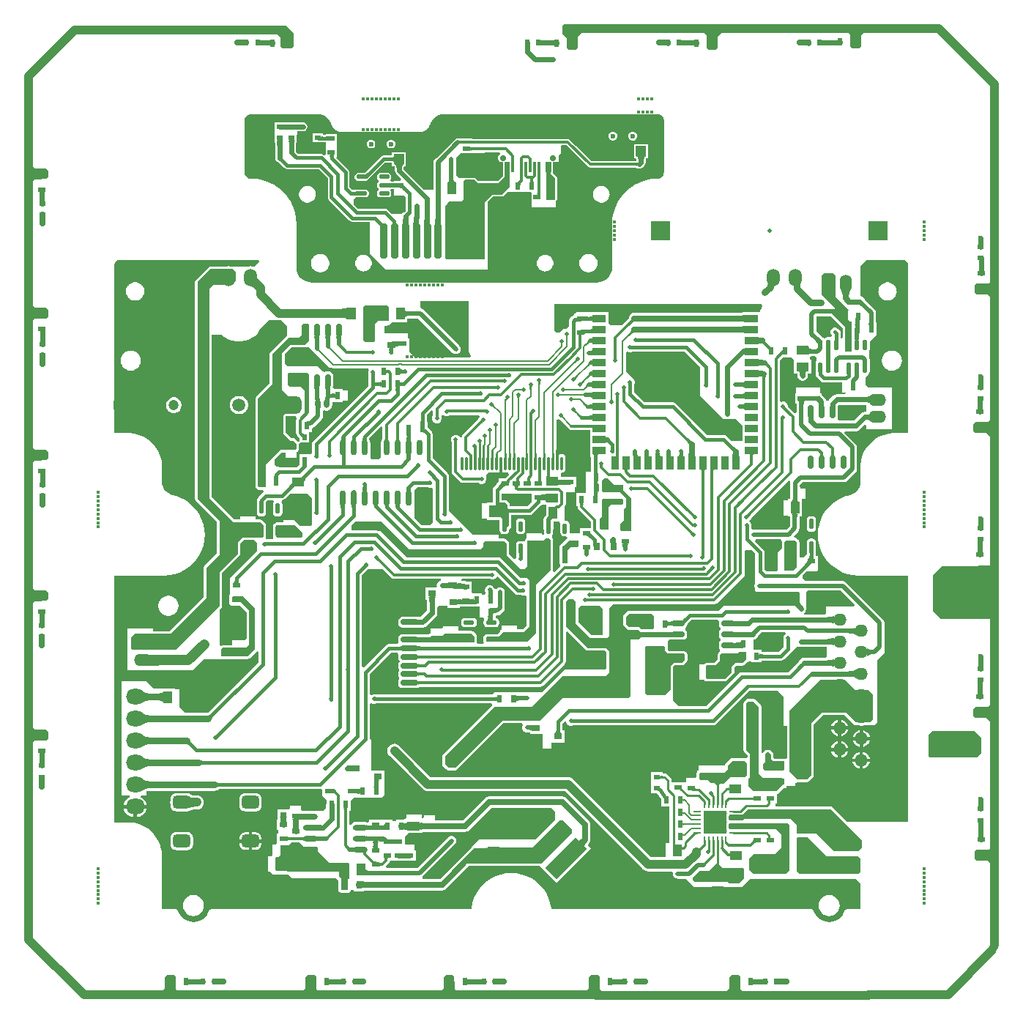
<source format=gtl>
G04*
G04 #@! TF.GenerationSoftware,Altium Limited,Altium Designer,24.5.2 (23)*
G04*
G04 Layer_Physical_Order=1*
G04 Layer_Color=255*
%FSLAX44Y44*%
%MOMM*%
G71*
G04*
G04 #@! TF.SameCoordinates,EBE0DA84-5026-4A79-9117-03B61D32DCC8*
G04*
G04*
G04 #@! TF.FilePolarity,Positive*
G04*
G01*
G75*
%ADD10R,0.3000X1.1500*%
%ADD11R,2.2000X2.2000*%
G04:AMPARAMS|DCode=12|XSize=4mm|YSize=0.8mm|CornerRadius=0.2mm|HoleSize=0mm|Usage=FLASHONLY|Rotation=90.000|XOffset=0mm|YOffset=0mm|HoleType=Round|Shape=RoundedRectangle|*
%AMROUNDEDRECTD12*
21,1,4.0000,0.4000,0,0,90.0*
21,1,3.6000,0.8000,0,0,90.0*
1,1,0.4000,0.2000,1.8000*
1,1,0.4000,0.2000,-1.8000*
1,1,0.4000,-0.2000,-1.8000*
1,1,0.4000,-0.2000,1.8000*
%
%ADD12ROUNDEDRECTD12*%
%ADD13R,0.9000X0.6000*%
%ADD14R,1.1999X1.1999*%
%ADD15R,1.5000X1.5000*%
%ADD16R,0.6000X0.9000*%
G04:AMPARAMS|DCode=17|XSize=1.2mm|YSize=0.45mm|CornerRadius=0.1125mm|HoleSize=0mm|Usage=FLASHONLY|Rotation=0.000|XOffset=0mm|YOffset=0mm|HoleType=Round|Shape=RoundedRectangle|*
%AMROUNDEDRECTD17*
21,1,1.2000,0.2250,0,0,0.0*
21,1,0.9750,0.4500,0,0,0.0*
1,1,0.2250,0.4875,-0.1125*
1,1,0.2250,-0.4875,-0.1125*
1,1,0.2250,-0.4875,0.1125*
1,1,0.2250,0.4875,0.1125*
%
%ADD17ROUNDEDRECTD17*%
%ADD18R,0.8000X0.6000*%
%ADD19R,1.0000X1.4500*%
%ADD20C,0.3810*%
%ADD21C,0.4000*%
%ADD22C,0.6000*%
%ADD23C,0.5000*%
%ADD24C,0.3000*%
%ADD25C,0.7000*%
%ADD26C,1.0000*%
%ADD27R,1.6000X3.0000*%
%ADD28R,0.6000X0.8000*%
%ADD29R,1.5000X0.9000*%
%ADD30R,0.9000X1.5000*%
%ADD31R,1.0000X1.0000*%
%ADD32O,2.5000X1.7000*%
%ADD33R,1.0000X1.5000*%
G04:AMPARAMS|DCode=34|XSize=1.5mm|YSize=0.6mm|CornerRadius=0.15mm|HoleSize=0mm|Usage=FLASHONLY|Rotation=180.000|XOffset=0mm|YOffset=0mm|HoleType=Round|Shape=RoundedRectangle|*
%AMROUNDEDRECTD34*
21,1,1.5000,0.3000,0,0,180.0*
21,1,1.2000,0.6000,0,0,180.0*
1,1,0.3000,-0.6000,0.1500*
1,1,0.3000,0.6000,0.1500*
1,1,0.3000,0.6000,-0.1500*
1,1,0.3000,-0.6000,-0.1500*
%
%ADD34ROUNDEDRECTD34*%
%ADD35R,0.8000X0.8000*%
G04:AMPARAMS|DCode=36|XSize=0.25mm|YSize=0.9mm|CornerRadius=0.0625mm|HoleSize=0mm|Usage=FLASHONLY|Rotation=180.000|XOffset=0mm|YOffset=0mm|HoleType=Round|Shape=RoundedRectangle|*
%AMROUNDEDRECTD36*
21,1,0.2500,0.7750,0,0,180.0*
21,1,0.1250,0.9000,0,0,180.0*
1,1,0.1250,-0.0625,0.3875*
1,1,0.1250,0.0625,0.3875*
1,1,0.1250,0.0625,-0.3875*
1,1,0.1250,-0.0625,-0.3875*
%
%ADD36ROUNDEDRECTD36*%
G04:AMPARAMS|DCode=37|XSize=0.25mm|YSize=0.9mm|CornerRadius=0.0625mm|HoleSize=0mm|Usage=FLASHONLY|Rotation=90.000|XOffset=0mm|YOffset=0mm|HoleType=Round|Shape=RoundedRectangle|*
%AMROUNDEDRECTD37*
21,1,0.2500,0.7750,0,0,90.0*
21,1,0.1250,0.9000,0,0,90.0*
1,1,0.1250,0.3875,0.0625*
1,1,0.1250,0.3875,-0.0625*
1,1,0.1250,-0.3875,-0.0625*
1,1,0.1250,-0.3875,0.0625*
%
%ADD37ROUNDEDRECTD37*%
%ADD38R,0.9000X0.8000*%
%ADD39R,1.4500X1.0000*%
G04:AMPARAMS|DCode=40|XSize=1.5mm|YSize=2mm|CornerRadius=0.375mm|HoleSize=0mm|Usage=FLASHONLY|Rotation=90.000|XOffset=0mm|YOffset=0mm|HoleType=Round|Shape=RoundedRectangle|*
%AMROUNDEDRECTD40*
21,1,1.5000,1.2500,0,0,90.0*
21,1,0.7500,2.0000,0,0,90.0*
1,1,0.7500,0.6250,0.3750*
1,1,0.7500,0.6250,-0.3750*
1,1,0.7500,-0.6250,-0.3750*
1,1,0.7500,-0.6250,0.3750*
%
%ADD40ROUNDEDRECTD40*%
G04:AMPARAMS|DCode=41|XSize=5mm|YSize=1.8mm|CornerRadius=0mm|HoleSize=0mm|Usage=FLASHONLY|Rotation=225.000|XOffset=0mm|YOffset=0mm|HoleType=Round|Shape=Rectangle|*
%AMROTATEDRECTD41*
4,1,4,1.1314,2.4042,2.4042,1.1314,-1.1314,-2.4042,-2.4042,-1.1314,1.1314,2.4042,0.0*
%
%ADD41ROTATEDRECTD41*%

%ADD42R,1.5000X2.5500*%
G04:AMPARAMS|DCode=43|XSize=1.5mm|YSize=0.3mm|CornerRadius=0.075mm|HoleSize=0mm|Usage=FLASHONLY|Rotation=270.000|XOffset=0mm|YOffset=0mm|HoleType=Round|Shape=RoundedRectangle|*
%AMROUNDEDRECTD43*
21,1,1.5000,0.1500,0,0,270.0*
21,1,1.3500,0.3000,0,0,270.0*
1,1,0.1500,-0.0750,-0.6750*
1,1,0.1500,-0.0750,0.6750*
1,1,0.1500,0.0750,0.6750*
1,1,0.1500,0.0750,-0.6750*
%
%ADD43ROUNDEDRECTD43*%
%ADD44R,0.8000X0.9000*%
%ADD45R,0.7000X0.5000*%
G04:AMPARAMS|DCode=46|XSize=1.2mm|YSize=0.45mm|CornerRadius=0.1125mm|HoleSize=0mm|Usage=FLASHONLY|Rotation=90.000|XOffset=0mm|YOffset=0mm|HoleType=Round|Shape=RoundedRectangle|*
%AMROUNDEDRECTD46*
21,1,1.2000,0.2250,0,0,90.0*
21,1,0.9750,0.4500,0,0,90.0*
1,1,0.2250,0.1125,0.4875*
1,1,0.2250,0.1125,-0.4875*
1,1,0.2250,-0.1125,-0.4875*
1,1,0.2250,-0.1125,0.4875*
%
%ADD46ROUNDEDRECTD46*%
%ADD47R,2.5000X2.0000*%
G04:AMPARAMS|DCode=48|XSize=2mm|YSize=0.6mm|CornerRadius=0.15mm|HoleSize=0mm|Usage=FLASHONLY|Rotation=0.000|XOffset=0mm|YOffset=0mm|HoleType=Round|Shape=RoundedRectangle|*
%AMROUNDEDRECTD48*
21,1,2.0000,0.3000,0,0,0.0*
21,1,1.7000,0.6000,0,0,0.0*
1,1,0.3000,0.8500,-0.1500*
1,1,0.3000,-0.8500,-0.1500*
1,1,0.3000,-0.8500,0.1500*
1,1,0.3000,0.8500,0.1500*
%
%ADD48ROUNDEDRECTD48*%
G04:AMPARAMS|DCode=49|XSize=5mm|YSize=2mm|CornerRadius=0.5mm|HoleSize=0mm|Usage=FLASHONLY|Rotation=0.000|XOffset=0mm|YOffset=0mm|HoleType=Round|Shape=RoundedRectangle|*
%AMROUNDEDRECTD49*
21,1,5.0000,1.0000,0,0,0.0*
21,1,4.0000,2.0000,0,0,0.0*
1,1,1.0000,2.0000,-0.5000*
1,1,1.0000,-2.0000,-0.5000*
1,1,1.0000,-2.0000,0.5000*
1,1,1.0000,2.0000,0.5000*
%
%ADD49ROUNDEDRECTD49*%
%ADD50O,0.7000X1.7800*%
%ADD51R,2.1500X5.4000*%
G04:AMPARAMS|DCode=52|XSize=1.5mm|YSize=0.6mm|CornerRadius=0.15mm|HoleSize=0mm|Usage=FLASHONLY|Rotation=90.000|XOffset=0mm|YOffset=0mm|HoleType=Round|Shape=RoundedRectangle|*
%AMROUNDEDRECTD52*
21,1,1.5000,0.3000,0,0,90.0*
21,1,1.2000,0.6000,0,0,90.0*
1,1,0.3000,0.1500,0.6000*
1,1,0.3000,0.1500,-0.6000*
1,1,0.3000,-0.1500,-0.6000*
1,1,0.3000,-0.1500,0.6000*
%
%ADD52ROUNDEDRECTD52*%
%ADD53O,1.7000X0.7000*%
%ADD54R,0.5000X0.7000*%
%ADD55C,0.2000*%
%ADD56C,0.2500*%
%ADD57C,0.8000*%
%ADD58C,1.2000*%
%ADD59C,0.4500*%
%ADD60C,0.5000*%
%ADD61C,0.4000*%
%ADD62O,1.0000X2.0000*%
%ADD63C,0.7000*%
%ADD64O,1.0000X1.8000*%
%ADD65C,0.6000*%
%ADD66O,1.5000X2.0000*%
%ADD67C,1.6000*%
%ADD68O,1.5000X1.4000*%
%ADD69C,1.8000*%
%ADD70C,1.2000*%
%ADD71C,1.5000*%
%ADD72O,1.4000X2.0000*%
%ADD73O,2.2000X1.8000*%
%ADD74O,2.0000X1.4000*%
%ADD75O,0.6500X1.0000*%
G36*
X977240Y1123420D02*
X972160Y1118340D01*
Y1105640D01*
X969620Y1103100D01*
X962000D01*
X959705Y1105395D01*
Y1110748D01*
X959460Y1110993D01*
Y1119610D01*
X954380Y1124690D01*
X977240Y1123420D01*
D02*
G37*
G36*
X315570Y1120880D02*
Y1105640D01*
X313030Y1103100D01*
X302870D01*
X300330Y1105640D01*
Y1115800D01*
X293980Y1122150D01*
X295176Y1129637D01*
X306813D01*
X315570Y1120880D01*
D02*
G37*
G36*
X810870Y1122150D02*
X805790Y1117070D01*
Y1104370D01*
X803250Y1101830D01*
X795630D01*
X793335Y1104125D01*
Y1109478D01*
X793090Y1109723D01*
Y1118340D01*
X788010Y1123420D01*
X810870Y1122150D01*
D02*
G37*
G36*
X644284Y1122444D02*
X649580Y1122150D01*
X644500Y1117070D01*
Y1104370D01*
X641960Y1101830D01*
X634340D01*
X632045Y1104125D01*
Y1109478D01*
X631800Y1109723D01*
Y1115359D01*
X626720Y1120439D01*
Y1129770D01*
X628262Y1131312D01*
X654945D01*
X644284Y1122444D01*
D02*
G37*
G36*
X490218Y1027465D02*
X736635D01*
Y1027450D01*
X738560Y1027197D01*
X740353Y1026454D01*
X741894Y1025272D01*
X743075Y1023732D01*
X743818Y1021938D01*
X744072Y1020014D01*
X744086D01*
Y967314D01*
X744202Y966729D01*
Y960598D01*
X744086Y960014D01*
X744072D01*
X743818Y958089D01*
X743075Y956295D01*
X741894Y954755D01*
X740353Y953573D01*
X738560Y952830D01*
X736684Y952583D01*
X736635Y952626D01*
Y952626D01*
X729768Y952176D01*
X723018Y950834D01*
X716501Y948621D01*
X710329Y945577D01*
X704606Y941754D01*
X699432Y937216D01*
X694895Y932042D01*
X691071Y926320D01*
X688027Y920148D01*
X685815Y913631D01*
X684473Y906881D01*
X684022Y900014D01*
X684086D01*
Y850014D01*
X684090Y849993D01*
X683757Y846608D01*
X682763Y843333D01*
X681150Y840315D01*
X678979Y837670D01*
X676334Y835499D01*
X673316Y833885D01*
X670041Y832892D01*
X666655Y832559D01*
X666635Y832563D01*
X336600D01*
X336580Y832559D01*
X333194Y832892D01*
X329920Y833885D01*
X326901Y835499D01*
X324256Y837670D01*
X322085Y840315D01*
X320472Y843333D01*
X319478Y846608D01*
X319145Y849993D01*
X319149Y850014D01*
Y900014D01*
X319213D01*
X318763Y906881D01*
X317420Y913631D01*
X315208Y920148D01*
X312164Y926320D01*
X308340Y932042D01*
X303803Y937216D01*
X298629Y941754D01*
X292906Y945577D01*
X286734Y948621D01*
X280217Y950834D01*
X273467Y952176D01*
X266615Y952625D01*
Y952625D01*
X266568Y952583D01*
X264693Y952830D01*
X262899Y953573D01*
X261359Y954755D01*
X260177Y956295D01*
X259434Y958089D01*
X259181Y960014D01*
X259167D01*
Y1020014D01*
X259181D01*
X259434Y1021938D01*
X260177Y1023732D01*
X261359Y1025272D01*
X262899Y1026454D01*
X264693Y1027197D01*
X266618Y1027450D01*
Y1027465D01*
X342982D01*
X343002Y1027469D01*
X346388Y1027135D01*
X349662Y1026142D01*
X352681Y1024529D01*
X355326Y1022358D01*
X357497Y1019712D01*
X358914Y1017060D01*
X359280Y1016135D01*
X359556Y1015226D01*
X359556Y1015226D01*
X359706Y1015038D01*
X359706Y1015038D01*
X359735Y1014995D01*
X360681Y1012710D01*
X362685Y1010098D01*
X365296Y1008095D01*
X368337Y1006835D01*
X371600Y1006406D01*
Y1006465D01*
X461600D01*
Y1006406D01*
X464863Y1006835D01*
X467904Y1008095D01*
X470515Y1010098D01*
X472519Y1012710D01*
X473465Y1014995D01*
X473494Y1015038D01*
X473494Y1015038D01*
X473645Y1015226D01*
X473645Y1015226D01*
X473920Y1016135D01*
X474286Y1017060D01*
X475703Y1019712D01*
X477874Y1022358D01*
X480520Y1024529D01*
X483538Y1026142D01*
X486813Y1027135D01*
X490198Y1027469D01*
X490218Y1027465D01*
D02*
G37*
G36*
X17120Y964670D02*
X29820D01*
X32360Y962130D01*
Y954510D01*
X30065Y952215D01*
X24712D01*
X24467Y951970D01*
X15850D01*
X10770Y946890D01*
X12040Y969750D01*
X17120Y964670D01*
D02*
G37*
G36*
X1022449Y858388D02*
X1024559Y856979D01*
X1025968Y854870D01*
X1026429Y852551D01*
X1026396Y852385D01*
Y836228D01*
X1026274Y835615D01*
X1026396Y835001D01*
Y658486D01*
X1010016D01*
X1009966Y658536D01*
Y658536D01*
X1009961Y658536D01*
X1008008Y658382D01*
X1003920Y658061D01*
X998028Y656646D01*
X992430Y654327D01*
X987264Y651161D01*
X982656Y647226D01*
X978721Y642618D01*
X975555Y637452D01*
X973236Y631854D01*
X971822Y625962D01*
X971500Y621874D01*
X971346Y619921D01*
X971346Y619916D01*
X971346D01*
X971396Y619866D01*
Y602757D01*
X971411Y602686D01*
X971101Y599544D01*
X970166Y596460D01*
X968646Y593617D01*
X966602Y591126D01*
X964110Y589081D01*
X961267Y587562D01*
X959661Y587074D01*
X957782Y586587D01*
X957198Y586505D01*
X956555Y586310D01*
X956555Y586310D01*
X955896Y586111D01*
X954812Y585784D01*
X954649Y585752D01*
X954649Y585752D01*
X954634Y585749D01*
X954360Y585694D01*
X954184Y585577D01*
X952756Y585092D01*
X950979Y584489D01*
X945446Y581760D01*
X940316Y578333D01*
X935678Y574265D01*
X931611Y569627D01*
X928183Y564497D01*
X925455Y558964D01*
X923472Y553123D01*
X922268Y547072D01*
X921865Y540916D01*
X922268Y534760D01*
X923472Y528710D01*
X925455Y522868D01*
X928183Y517335D01*
X931611Y512205D01*
X935678Y507567D01*
X940316Y503500D01*
X945446Y500072D01*
X950979Y497344D01*
X956821Y495361D01*
X962871Y494157D01*
X969027Y493754D01*
Y493786D01*
X1026334D01*
Y209417D01*
X956041D01*
X939383Y226075D01*
X938391Y226738D01*
X937220Y226971D01*
X937220Y226971D01*
X872811D01*
Y229987D01*
X874215D01*
Y241408D01*
X875136Y241591D01*
X876128Y242254D01*
X876128Y242254D01*
X882291Y248417D01*
X885965D01*
Y250947D01*
X896045D01*
Y253656D01*
X896175Y253874D01*
X898045Y255142D01*
X898215Y255108D01*
X898215Y255108D01*
X909465D01*
X909465Y255108D01*
X910636Y255341D01*
X911628Y256004D01*
X911628Y256004D01*
X916378Y260754D01*
X917041Y261747D01*
X917274Y262917D01*
X917274Y262917D01*
Y322150D01*
X927732Y332608D01*
X952948D01*
X963552Y322004D01*
X964545Y321341D01*
X965715Y321108D01*
X965715Y321108D01*
X967895D01*
X969015Y320644D01*
X971625Y320301D01*
X972625D01*
X975236Y320644D01*
X976355Y321108D01*
X982465D01*
X982465Y321108D01*
X982465Y321108D01*
X987656D01*
X990965Y324417D01*
Y396667D01*
X998965Y404667D01*
Y411375D01*
X999073Y411917D01*
Y439167D01*
X998646Y441313D01*
X997430Y443132D01*
X954610Y485952D01*
X952791Y487168D01*
X950645Y487595D01*
X907537D01*
X904215Y490917D01*
Y494539D01*
X907288Y497612D01*
X908801Y498671D01*
Y498671D01*
X908802Y498671D01*
X920073D01*
X921965Y500564D01*
Y504667D01*
Y516667D01*
X919423D01*
X919413Y516785D01*
Y520720D01*
X919444Y521406D01*
X919449Y521459D01*
X919459Y521520D01*
X919458Y521550D01*
X919459Y521558D01*
X919457Y521573D01*
X919457Y521582D01*
X919646Y522532D01*
Y532282D01*
X919326Y533891D01*
X918414Y535256D01*
X917050Y536168D01*
X915440Y536488D01*
X913190D01*
X911581Y536168D01*
X910216Y535256D01*
X909305Y533891D01*
X908984Y532282D01*
Y518686D01*
X904965Y514667D01*
X901465D01*
X900672Y515460D01*
Y532682D01*
X900439Y533853D01*
X899776Y534845D01*
X899776Y534845D01*
X899513Y535108D01*
X899414Y535256D01*
X899266Y535355D01*
X897791Y536830D01*
X896799Y537493D01*
X895628Y537726D01*
X895628Y537726D01*
X894858D01*
X894093Y539574D01*
X899180Y544661D01*
X900396Y546480D01*
X900823Y548627D01*
Y561041D01*
X900852Y561371D01*
X900933Y561862D01*
X900948Y561917D01*
X903465D01*
Y579027D01*
X903476Y579062D01*
X903465Y579185D01*
Y579244D01*
X903493Y579386D01*
X903465Y579529D01*
Y582417D01*
X905401Y582571D01*
X908029D01*
Y594763D01*
X901965D01*
Y596167D01*
X901106D01*
X901073Y596678D01*
Y598844D01*
X904038Y601809D01*
X951965D01*
X954111Y602236D01*
X955930Y603452D01*
X965430Y612952D01*
X966646Y614771D01*
X967073Y616917D01*
Y642417D01*
X966646Y644563D01*
X965430Y646382D01*
X952861Y658952D01*
X953626Y660799D01*
X965965D01*
X968306Y661265D01*
X970291Y662591D01*
X975867Y668168D01*
X977715Y667402D01*
Y662667D01*
X1007465D01*
X1007715Y662917D01*
Y711417D01*
X1007465Y711167D01*
X980215D01*
X976715Y714667D01*
Y723092D01*
X979280Y725656D01*
X980644Y726568D01*
X981556Y727933D01*
X981876Y729542D01*
Y733025D01*
X982153Y734417D01*
X981903Y735674D01*
Y743218D01*
X981556Y744963D01*
Y753932D01*
X981876Y755542D01*
Y764446D01*
X988061Y770631D01*
X989097Y771667D01*
X989465Y771667D01*
X989475Y772046D01*
X989465Y772056D01*
X989465Y773667D01*
Y783255D01*
X989472Y783276D01*
X989465Y783365D01*
Y783494D01*
X989493Y783636D01*
X989465Y783779D01*
Y786667D01*
X989098D01*
X989073Y787075D01*
Y797667D01*
X988646Y799813D01*
X987430Y801632D01*
X976383Y812680D01*
X976367Y812758D01*
X975041Y814743D01*
X973056Y816069D01*
X972753Y816129D01*
X971465Y817417D01*
Y851417D01*
X978896Y858848D01*
X1019805D01*
X1019965Y858817D01*
X1020130Y858849D01*
X1022449Y858388D01*
D02*
G37*
G36*
X114965Y858848D02*
X275533D01*
X276299Y857001D01*
X270524Y851226D01*
X267639D01*
X265953Y851448D01*
X264267Y851226D01*
X245715D01*
X245715Y851226D01*
X245715Y851226D01*
X242239D01*
X240553Y851448D01*
X238867Y851226D01*
X219715D01*
X219715Y851226D01*
X218545Y850993D01*
X217552Y850330D01*
X217552Y850330D01*
X202802Y835580D01*
X202139Y834587D01*
X201906Y833417D01*
X201906Y833417D01*
Y582167D01*
X201906Y582167D01*
X202139Y580997D01*
X202802Y580004D01*
X202802Y580004D01*
X226906Y555900D01*
Y519434D01*
X212802Y505330D01*
X212139Y504338D01*
X211906Y503167D01*
X211906Y503167D01*
Y469184D01*
X172448Y429726D01*
X153465D01*
Y433167D01*
X153215Y432917D01*
X123465D01*
Y384417D01*
X198881D01*
X211880Y397416D01*
X232594D01*
X232885Y397358D01*
X232886Y397358D01*
X262715D01*
X262715Y397358D01*
X263886Y397591D01*
X264878Y398254D01*
X264878Y398254D01*
X273117Y406493D01*
X273164Y406493D01*
X275117Y405881D01*
Y393529D01*
X219961Y338372D01*
X218068Y336605D01*
X216882Y335626D01*
X216534Y335377D01*
X190229D01*
X184025Y341581D01*
Y344527D01*
Y362307D01*
X179825D01*
X178465Y363667D01*
X165638D01*
X165496Y363695D01*
X165353Y363667D01*
X153715D01*
X145965Y371417D01*
X116715D01*
X116465Y239417D01*
X125934D01*
X126332Y237417D01*
X124835Y236797D01*
X122425Y234947D01*
X120575Y232537D01*
X119412Y229729D01*
X119279Y228717D01*
X146031D01*
X145898Y229729D01*
X144735Y232537D01*
X142886Y234947D01*
X140475Y236797D01*
X138979Y237417D01*
X139376Y239417D01*
X145715D01*
X145965Y239667D01*
Y244463D01*
X146397Y244584D01*
X147380Y244788D01*
X148422Y244936D01*
X149524Y245027D01*
X150666Y245057D01*
X224244D01*
X226072Y245297D01*
X227775Y246003D01*
X229099Y247019D01*
X346015D01*
X347225Y247260D01*
X349225Y246026D01*
Y242169D01*
X349215Y242167D01*
X349215Y242167D01*
Y238765D01*
X353673Y234307D01*
X353715D01*
Y230401D01*
X353488Y229257D01*
Y225263D01*
X349949Y221725D01*
X340904D01*
X340005Y221843D01*
X330005D01*
X329106Y221725D01*
X329099Y221726D01*
X329067Y221720D01*
X329003Y221711D01*
X328931Y221721D01*
X326533Y221589D01*
X324565Y223041D01*
Y227663D01*
X311865D01*
Y225362D01*
X311105Y223677D01*
X304696D01*
X304105Y223794D01*
X303514Y223677D01*
X297105D01*
Y214850D01*
X297077Y214707D01*
X297100Y214589D01*
X297086Y214470D01*
X297105Y214402D01*
Y211677D01*
X296605Y211507D01*
Y208619D01*
X296577Y208477D01*
X296605Y208334D01*
Y199507D01*
X297755D01*
Y195507D01*
X296605D01*
Y183507D01*
X294698Y183283D01*
X291151D01*
Y171091D01*
X289683Y169807D01*
X286405D01*
Y152027D01*
X288355D01*
X292215Y148167D01*
X310265D01*
X314265Y144167D01*
X352619D01*
Y143913D01*
X364742D01*
X367656Y140999D01*
Y131167D01*
X367656Y131167D01*
X367889Y129996D01*
X368552Y129004D01*
X369551Y128005D01*
X370544Y127342D01*
X371714Y127109D01*
X371714Y127109D01*
X376802D01*
X376824Y127114D01*
X376847Y127109D01*
X378835Y127139D01*
X379397Y127259D01*
X379961Y127371D01*
X379980Y127384D01*
X380002Y127388D01*
X380475Y127715D01*
X380953Y128034D01*
X380966Y128053D01*
X380984Y128066D01*
X381297Y128548D01*
X381616Y129026D01*
X381620Y129049D01*
X381633Y129068D01*
X381737Y129633D01*
X381849Y130197D01*
X384845D01*
Y129047D01*
X393672D01*
X393815Y129019D01*
X393860Y129028D01*
X393905Y129020D01*
X394022Y129047D01*
X396845D01*
Y129773D01*
X399610Y129979D01*
X400837Y129988D01*
X400850Y129991D01*
X487595D01*
X489292Y130214D01*
X490873Y130869D01*
X492231Y131911D01*
X518450Y158131D01*
X600387D01*
X601830Y156843D01*
X602821Y155853D01*
X602821Y155853D01*
X619791Y138882D01*
X659389Y178480D01*
X655631Y182238D01*
X656514Y183278D01*
X657140Y183927D01*
X657200Y184020D01*
X658143Y185249D01*
X658798Y186830D01*
X659021Y188527D01*
Y206017D01*
X658798Y207714D01*
X658143Y209295D01*
X657101Y210653D01*
X631201Y236553D01*
X629843Y237595D01*
X628262Y238250D01*
X626565Y238473D01*
X541715D01*
X540018Y238250D01*
X538437Y237595D01*
X537079Y236553D01*
X511349Y210823D01*
X479065D01*
Y216413D01*
X466365D01*
Y214916D01*
X464496Y213521D01*
X463605Y213886D01*
Y217977D01*
X445825D01*
Y213700D01*
X444465Y212417D01*
X444465Y212417D01*
X442770Y211357D01*
X434375D01*
Y210207D01*
X430375D01*
Y211357D01*
X418375D01*
X418215Y211667D01*
X403215D01*
Y209848D01*
X401438Y208366D01*
X401215Y208340D01*
X401131Y208353D01*
X401030Y208376D01*
X401023Y208378D01*
X400925Y208444D01*
X400783Y208472D01*
X399702Y208920D01*
X398005Y209143D01*
X388005D01*
X386308Y208920D01*
X384727Y208265D01*
X383369Y207223D01*
X382327Y205865D01*
X382193Y205541D01*
X380193Y205939D01*
Y221667D01*
X381715D01*
Y233167D01*
X385545Y236997D01*
X392053D01*
X392196Y236969D01*
X392338Y236997D01*
X392579D01*
X392601Y236996D01*
X392605Y236997D01*
X417165D01*
X420625Y240457D01*
Y254667D01*
Y268667D01*
X405705D01*
Y285137D01*
Y303927D01*
X403813Y305819D01*
Y345758D01*
X405813Y346586D01*
X405850Y346550D01*
X407871Y345712D01*
X410059D01*
X411030Y346114D01*
X544696D01*
X545322Y344409D01*
X545337Y344114D01*
X488552Y287330D01*
X487889Y286338D01*
X487656Y285167D01*
X487656Y285167D01*
Y275667D01*
X487889Y274496D01*
X488552Y273504D01*
X488552Y273504D01*
X492302Y269754D01*
X493294Y269091D01*
X494465Y268858D01*
X494465Y268858D01*
X502715D01*
X503886Y269091D01*
X504878Y269754D01*
X558232Y323108D01*
X580182D01*
X581053Y321150D01*
X580215Y319128D01*
Y316940D01*
X581053Y314919D01*
X582600Y313372D01*
X584621Y312534D01*
X585556D01*
X586098Y312427D01*
X588215D01*
X588472Y312408D01*
X588965Y312339D01*
Y310417D01*
X591853D01*
X591996Y310389D01*
X592138Y310417D01*
X592318D01*
X592378Y310413D01*
X592391Y310417D01*
X603885D01*
Y293947D01*
X614045D01*
Y300917D01*
X628965D01*
Y314917D01*
X626573D01*
X626563Y315035D01*
Y323055D01*
X628965Y325457D01*
X630965Y324823D01*
X631802Y322802D01*
X633350Y321254D01*
X635371Y320417D01*
X637559D01*
X638530Y320819D01*
X800715D01*
X802666Y321207D01*
X804320Y322312D01*
X843087Y361079D01*
X875303D01*
X882155Y354227D01*
Y337557D01*
Y319777D01*
X886156D01*
Y283338D01*
X886083Y282605D01*
X884156Y281812D01*
X883886Y281993D01*
X882715Y282226D01*
X882715Y282226D01*
X871732D01*
X870774Y283184D01*
Y287417D01*
X870541Y288587D01*
X869878Y289580D01*
X867878Y291580D01*
X866886Y292243D01*
X865715Y292476D01*
X865715Y292476D01*
X862715D01*
X862715Y292476D01*
X861545Y292243D01*
X860552Y291580D01*
X860552Y291580D01*
X859302Y290330D01*
X858639Y289338D01*
X858520Y288738D01*
X856520Y288936D01*
X856520Y342421D01*
X856287Y343591D01*
X855624Y344584D01*
X855624Y344584D01*
X849628Y350580D01*
X848636Y351243D01*
X847465Y351476D01*
X847465Y351476D01*
X841215D01*
X840045Y351243D01*
X839052Y350580D01*
X839052Y350580D01*
X836802Y348330D01*
X836139Y347337D01*
X835906Y346167D01*
X835906Y346167D01*
X835906Y292417D01*
X835906Y292417D01*
X836139Y291246D01*
X836802Y290254D01*
X836802Y290254D01*
X840406Y286650D01*
Y283715D01*
X838882Y282663D01*
X838406Y282539D01*
X837465Y282726D01*
X837465Y282726D01*
X822715D01*
X821545Y282493D01*
X820552Y281830D01*
X820552Y281830D01*
X815552Y276830D01*
X815552Y276830D01*
X814889Y275837D01*
X814656Y274667D01*
X812728Y274227D01*
X797825D01*
Y274227D01*
X796061Y274231D01*
Y274231D01*
X783869D01*
Y268197D01*
X783825Y268167D01*
X782465D01*
Y266939D01*
X781889Y266077D01*
X781656Y264906D01*
X781656Y264906D01*
Y262005D01*
X780939Y260303D01*
X780030Y260303D01*
X769668D01*
Y254971D01*
X767668Y254706D01*
X767535Y255197D01*
X752938D01*
Y257197D01*
X752608Y258855D01*
X751669Y260261D01*
X747709Y264221D01*
X746303Y265160D01*
X744645Y265490D01*
X742905D01*
Y267157D01*
X728905D01*
Y255157D01*
X728905D01*
Y254157D01*
X728905D01*
Y242157D01*
X735510D01*
X740667Y235065D01*
X740955Y234562D01*
Y226837D01*
X750592D01*
Y184807D01*
X746065D01*
Y168156D01*
X729137D01*
X638921Y258373D01*
X637250Y259655D01*
X635303Y260461D01*
X633215Y260736D01*
X474537D01*
X438081Y297193D01*
X436410Y298475D01*
X434464Y299281D01*
X432375Y299556D01*
X430287Y299281D01*
X428341Y298475D01*
X426670Y297193D01*
X425387Y295522D01*
X424581Y293575D01*
X424306Y291487D01*
X424581Y289399D01*
X425387Y287453D01*
X426670Y285781D01*
X465490Y246961D01*
X467161Y245679D01*
X469107Y244873D01*
X471195Y244598D01*
X629873D01*
X720089Y154381D01*
X721761Y153099D01*
X723707Y152293D01*
X725795Y152018D01*
X752783D01*
X753336Y151599D01*
X754215Y150261D01*
Y149709D01*
X754107Y149167D01*
X754215Y148625D01*
Y148073D01*
X754426Y147563D01*
X754534Y147021D01*
X754841Y146562D01*
X755052Y146052D01*
X755443Y145661D01*
X755750Y145202D01*
X756209Y144895D01*
X756600Y144504D01*
X757110Y144293D01*
X757569Y143986D01*
X758111Y143878D01*
X758621Y143667D01*
X759173D01*
X759715Y143559D01*
X765964D01*
X765965Y143417D01*
X765966Y143417D01*
X769213D01*
X769215Y143417D01*
X771113Y141519D01*
Y141519D01*
X771113Y141519D01*
X778404Y134228D01*
X834612D01*
X843498Y143113D01*
X966019D01*
X971396Y137736D01*
Y108512D01*
X956188D01*
X954822Y108240D01*
X953899Y107624D01*
X953664Y107467D01*
X953659Y107458D01*
X952891Y106309D01*
X952784Y106142D01*
X952040Y104326D01*
X950733Y101881D01*
X948375Y99007D01*
X945501Y96649D01*
X942222Y94896D01*
X938665Y93817D01*
X934965Y93453D01*
X931265Y93817D01*
X927708Y94896D01*
X924429Y96649D01*
X921555Y99007D01*
X919197Y101881D01*
X917905Y104298D01*
X917156Y106110D01*
X917053Y106272D01*
X916285Y107421D01*
X916279Y107430D01*
X916038Y107591D01*
X915121Y108203D01*
X913756Y108475D01*
X613744Y108475D01*
X613670Y109610D01*
X612481Y115589D01*
X610521Y121361D01*
X607825Y126829D01*
X604438Y131897D01*
X600419Y136481D01*
X595835Y140500D01*
X590767Y143887D01*
X585299Y146583D01*
X579527Y148542D01*
X573548Y149732D01*
X567465Y150130D01*
X561382Y149732D01*
X555403Y148542D01*
X549631Y146583D01*
X544163Y143887D01*
X539095Y140500D01*
X534511Y136481D01*
X530492Y131897D01*
X527105Y126829D01*
X524409Y121361D01*
X522450Y115589D01*
X521260Y109610D01*
X521187Y108485D01*
X221239Y108485D01*
X221180Y108474D01*
X221175Y108475D01*
X219809Y108203D01*
X218892Y107591D01*
X218651Y107430D01*
X218645Y107421D01*
X217878Y106272D01*
X217774Y106110D01*
X217025Y104298D01*
X215733Y101881D01*
X213375Y99007D01*
X210501Y96649D01*
X207222Y94896D01*
X203665Y93817D01*
X199965Y93453D01*
X196265Y93817D01*
X192708Y94896D01*
X189429Y96649D01*
X186555Y99007D01*
X184197Y101881D01*
X182890Y104326D01*
X182146Y106142D01*
X182040Y106309D01*
X181271Y107458D01*
X181266Y107467D01*
X181031Y107624D01*
X180108Y108240D01*
X178743Y108512D01*
X163534D01*
Y169866D01*
X163584Y169916D01*
X163584Y169921D01*
X163535Y170542D01*
X163534Y170562D01*
X163534Y171917D01*
Y174643D01*
X163262Y176009D01*
X163005Y176393D01*
X161694Y181854D01*
X159375Y187452D01*
X156209Y192619D01*
X152274Y197226D01*
X147667Y201161D01*
X142500Y204327D01*
X136902Y206646D01*
X131010Y208061D01*
X124969Y208536D01*
X124965Y208486D01*
X108596D01*
Y493786D01*
X165903D01*
Y493754D01*
X172059Y494157D01*
X178110Y495361D01*
X183951Y497344D01*
X189484Y500072D01*
X194614Y503500D01*
X199252Y507567D01*
X203320Y512205D01*
X206747Y517335D01*
X209476Y522868D01*
X211459Y528710D01*
X212662Y534760D01*
X213066Y540916D01*
X212662Y547072D01*
X211459Y553123D01*
X209476Y558964D01*
X206747Y564497D01*
X203320Y569627D01*
X199252Y574265D01*
X194614Y578333D01*
X189484Y581760D01*
X183951Y584489D01*
X182151Y585100D01*
X180706Y585603D01*
X180571Y585694D01*
X180281Y585752D01*
X180281Y585752D01*
X180118Y585784D01*
X179034Y586111D01*
X178375Y586310D01*
X178375Y586310D01*
X177732Y586505D01*
X177148Y586587D01*
X175269Y587074D01*
X173663Y587562D01*
X170820Y589081D01*
X168329Y591126D01*
X166284Y593617D01*
X164764Y596460D01*
X163829Y599544D01*
X163519Y602686D01*
X163534Y602757D01*
Y619866D01*
X163584Y619916D01*
X163584D01*
X163584Y619921D01*
X163430Y621874D01*
X163109Y625962D01*
X161694Y631854D01*
X159375Y637452D01*
X156209Y642618D01*
X152274Y647226D01*
X147667Y651161D01*
X142500Y654327D01*
X136902Y656646D01*
X131010Y658061D01*
X126922Y658382D01*
X124969Y658536D01*
X124965Y658536D01*
Y658536D01*
X124915Y658486D01*
X108534D01*
Y852417D01*
X108501Y852582D01*
X108962Y854901D01*
X110372Y857011D01*
X112481Y858420D01*
X114800Y858881D01*
X114965Y858848D01*
D02*
G37*
G36*
X273225Y840480D02*
X273232Y839869D01*
X273441Y839128D01*
X273851Y838257D01*
X274461Y837256D01*
X275273Y836125D01*
X276286Y834864D01*
X278914Y831952D01*
X280530Y830301D01*
X273930Y822759D01*
X272427Y824227D01*
X268682Y827439D01*
X267688Y828114D01*
X266821Y828590D01*
X266082Y828868D01*
X265470Y828948D01*
X264986Y828829D01*
X264628Y828512D01*
X273418Y840961D01*
X273225Y840480D01*
D02*
G37*
G36*
X959567Y823745D02*
X959172Y823075D01*
X958823Y822335D01*
X958521Y821525D01*
X958266Y820646D01*
X958057Y819697D01*
X957894Y818678D01*
X957708Y816432D01*
X957685Y815205D01*
X950685D01*
X950662Y816432D01*
X950476Y818678D01*
X950313Y819697D01*
X950104Y820646D01*
X949849Y821525D01*
X949547Y822335D01*
X949198Y823075D01*
X948803Y823745D01*
X948362Y824346D01*
X960008D01*
X959567Y823745D01*
D02*
G37*
G36*
X1123290Y813540D02*
X1118210Y818620D01*
X1105510D01*
X1102970Y821160D01*
Y828780D01*
X1105265Y831075D01*
X1110618D01*
X1110863Y831320D01*
X1119480D01*
X1124560Y836400D01*
X1123290Y813540D01*
D02*
G37*
G36*
X837736Y807605D02*
X856462D01*
X857228Y806639D01*
X857534Y805945D01*
X857602Y805605D01*
X857484Y805430D01*
X857399Y805223D01*
X857383Y805197D01*
X855693Y801116D01*
X855686Y801087D01*
X855600Y800880D01*
X855541Y800584D01*
X855426Y800306D01*
X855076Y798549D01*
X855057Y798467D01*
X837878D01*
X837736Y798495D01*
X837691Y798486D01*
X837645Y798494D01*
X837528Y798467D01*
X834705D01*
Y797741D01*
X831941Y797535D01*
X830713Y797526D01*
X830701Y797523D01*
X709765D01*
X708068Y797300D01*
X706487Y796645D01*
X705129Y795603D01*
X704087Y794245D01*
X703432Y792664D01*
X703287Y791557D01*
X703283Y791547D01*
X703201Y791394D01*
X703054Y791167D01*
X700356Y788047D01*
X695726Y783417D01*
X682217D01*
X679705Y785929D01*
Y798467D01*
X658705D01*
Y798417D01*
X642569D01*
X641319Y797167D01*
X639965D01*
Y795813D01*
X638366Y794215D01*
X637703Y793772D01*
X635360Y791429D01*
X634917Y790766D01*
X634114Y789962D01*
Y789064D01*
X633867Y787824D01*
Y782095D01*
X630653Y778881D01*
X627627D01*
X623717Y774971D01*
X619682D01*
X617034Y777620D01*
Y805746D01*
X617396Y807605D01*
X653736D01*
Y807667D01*
X655256Y807672D01*
X661656Y808047D01*
X661736Y808137D01*
Y807605D01*
X676675D01*
Y808137D01*
X676755Y808047D01*
X676995Y807968D01*
X677395Y807897D01*
X677955Y807836D01*
X680595Y807709D01*
X684675Y807667D01*
Y807605D01*
X829736D01*
Y807667D01*
X831256Y807672D01*
X837656Y808047D01*
X837736Y808137D01*
Y807605D01*
D02*
G37*
G36*
X444454Y801192D02*
X444605Y800767D01*
X444857Y800392D01*
X445209Y800067D01*
X445662Y799792D01*
X446215Y799567D01*
X446869Y799392D01*
X447624Y799267D01*
X448479Y799192D01*
X449435Y799167D01*
Y794167D01*
X448479Y794142D01*
X447624Y794067D01*
X446869Y793942D01*
X446215Y793767D01*
X445662Y793542D01*
X445209Y793267D01*
X444857Y792942D01*
X444605Y792567D01*
X444454Y792142D01*
X444404Y791667D01*
Y801667D01*
X444454Y801192D01*
D02*
G37*
G36*
X377496Y789947D02*
X377396Y790369D01*
X377096Y790747D01*
X376596Y791079D01*
X375896Y791368D01*
X374996Y791612D01*
X373896Y791812D01*
X372596Y791967D01*
X369396Y792145D01*
X367496Y792167D01*
Y802167D01*
X369396Y802189D01*
X373896Y802522D01*
X374996Y802722D01*
X375896Y802966D01*
X376596Y803254D01*
X377096Y803587D01*
X377396Y803965D01*
X377496Y804387D01*
Y789947D01*
D02*
G37*
G36*
X651975Y793914D02*
X652095Y793716D01*
X652295Y793540D01*
X652575Y793388D01*
X652935Y793259D01*
X653375Y793154D01*
X653895Y793072D01*
X654495Y793014D01*
X655935Y792967D01*
Y788967D01*
X655175Y788959D01*
X653375Y788844D01*
X652935Y788775D01*
X652575Y788690D01*
X652295Y788590D01*
X652095Y788475D01*
X651975Y788344D01*
X651935Y788197D01*
Y794137D01*
X651975Y793914D01*
D02*
G37*
G36*
X661766Y786967D02*
X661726Y787347D01*
X661605Y787687D01*
X661403Y787987D01*
X661121Y788247D01*
X660759Y788467D01*
X660315Y788647D01*
X659791Y788787D01*
X659187Y788887D01*
X658501Y788947D01*
X657736Y788967D01*
Y792967D01*
X658501Y792987D01*
X659187Y793047D01*
X659791Y793147D01*
X660315Y793287D01*
X660759Y793467D01*
X661121Y793687D01*
X661403Y793947D01*
X661605Y794247D01*
X661726Y794587D01*
X661766Y794967D01*
Y786967D01*
D02*
G37*
G36*
X837736Y786497D02*
X837666Y786682D01*
X837456Y786846D01*
X837106Y786992D01*
X836616Y787118D01*
X835986Y787225D01*
X835216Y787312D01*
X833256Y787428D01*
X830736Y787467D01*
Y794467D01*
X832066Y794477D01*
X836616Y794816D01*
X837106Y794942D01*
X837456Y795088D01*
X837666Y795252D01*
X837736Y795436D01*
Y786497D01*
D02*
G37*
G36*
X17120Y803380D02*
X29820D01*
X32360Y800840D01*
Y793220D01*
X30065Y790925D01*
X24712D01*
X24467Y790680D01*
X15850D01*
X10770Y785600D01*
X12040Y808460D01*
X17120Y803380D01*
D02*
G37*
G36*
X985970Y787686D02*
X986195Y784087D01*
X986266Y783837D01*
X986345Y783687D01*
X986435Y783636D01*
X980496D01*
X980585Y783687D01*
X980665Y783837D01*
X980735Y784087D01*
X980796Y784436D01*
X980848Y784886D01*
X980946Y786836D01*
X980965Y788636D01*
X985965D01*
X985970Y787686D01*
D02*
G37*
G36*
X971207Y788648D02*
X971003Y788497D01*
X970823Y788247D01*
X970667Y787897D01*
X970535Y787447D01*
X970427Y786898D01*
X970342Y786247D01*
X970335Y786123D01*
X970435Y783636D01*
X964496D01*
X964636Y783687D01*
X964762Y783837D01*
X964872Y784087D01*
X964968Y784436D01*
X965050Y784886D01*
X965116Y785436D01*
X965205Y786836D01*
X965235Y788636D01*
X965492D01*
X965496Y788698D01*
X971435D01*
X971207Y788648D01*
D02*
G37*
G36*
X709767Y787467D02*
X709457Y787419D01*
X709080Y787277D01*
X708635Y787039D01*
X708124Y786707D01*
X707545Y786280D01*
X706184Y785141D01*
X704555Y783622D01*
X703640Y782720D01*
X701519Y784842D01*
X702420Y785757D01*
X705505Y789325D01*
X705838Y789837D01*
X706075Y790282D01*
X706217Y790659D01*
X706265Y790969D01*
X709767Y787467D01*
D02*
G37*
G36*
X669912Y777560D02*
X669824Y777463D01*
X669742Y777357D01*
X669667Y777242D01*
X669600Y777118D01*
X669539Y776984D01*
X669485Y776841D01*
X669439Y776689D01*
X669399Y776528D01*
X669341Y776178D01*
X667116Y778403D01*
X667296Y778428D01*
X667627Y778501D01*
X667779Y778547D01*
X667922Y778601D01*
X668056Y778661D01*
X668180Y778729D01*
X668295Y778804D01*
X668401Y778885D01*
X668498Y778974D01*
X669912Y777560D01*
D02*
G37*
G36*
X837736Y773798D02*
X837666Y773982D01*
X837456Y774146D01*
X837106Y774292D01*
X836616Y774418D01*
X835986Y774525D01*
X835216Y774612D01*
X833256Y774728D01*
X830736Y774767D01*
Y781767D01*
X832066Y781777D01*
X836616Y782116D01*
X837106Y782242D01*
X837456Y782387D01*
X837666Y782552D01*
X837736Y782737D01*
Y773798D01*
D02*
G37*
G36*
X661736D02*
X661696Y773915D01*
X661576Y774020D01*
X661376Y774113D01*
X661096Y774194D01*
X660736Y774262D01*
X660296Y774318D01*
X659176Y774392D01*
X657736Y774417D01*
Y778417D01*
X658500Y778437D01*
X659184Y778497D01*
X659787Y778597D01*
X660311Y778737D01*
X660754Y778917D01*
X661117Y779137D01*
X661400Y779397D01*
X661602Y779697D01*
X661724Y780037D01*
X661766Y780417D01*
X661736Y773798D01*
D02*
G37*
G36*
X655935Y774417D02*
X655175Y774397D01*
X654495Y774337D01*
X653895Y774237D01*
X653375Y774097D01*
X652935Y773917D01*
X652575Y773697D01*
X652295Y773437D01*
X652095Y773137D01*
X651975Y772797D01*
X651935Y772417D01*
Y778137D01*
X651975Y778190D01*
X652095Y778238D01*
X652295Y778279D01*
X652575Y778316D01*
X653375Y778372D01*
X655935Y778417D01*
Y774417D01*
D02*
G37*
G36*
X709817Y774767D02*
X709375Y774721D01*
X708884Y774585D01*
X708344Y774359D01*
X707756Y774042D01*
X707119Y773634D01*
X706432Y773136D01*
X704914Y771868D01*
X703201Y770238D01*
X701786Y771653D01*
X702647Y772534D01*
X704684Y774884D01*
X705182Y775570D01*
X705590Y776208D01*
X705907Y776796D01*
X706133Y777336D01*
X706270Y777827D01*
X706315Y778269D01*
X709817Y774767D01*
D02*
G37*
G36*
X970266Y774648D02*
X970114Y774498D01*
X969981Y774248D01*
X969865Y773897D01*
X969768Y773447D01*
X969687Y772897D01*
X969581Y771497D01*
X969545Y769697D01*
X964545D01*
X964496Y774697D01*
X970435D01*
X970266Y774648D01*
D02*
G37*
G36*
X332215Y785167D02*
X333465Y783917D01*
Y765667D01*
X328465Y760667D01*
X311715D01*
X302215Y751167D01*
Y708667D01*
X313617Y697265D01*
X312852Y695417D01*
X307964D01*
X312215Y687917D01*
X303715Y679417D01*
Y657917D01*
X311965Y649667D01*
X315215D01*
X318857Y646025D01*
Y640484D01*
X317435Y639062D01*
X300514D01*
X283469Y622017D01*
Y607581D01*
Y596310D01*
X282996Y595836D01*
X276159D01*
X274465Y597530D01*
Y698167D01*
X290965Y714667D01*
Y721483D01*
Y749643D01*
X309989Y768667D01*
X322215Y768667D01*
X325465Y771917D01*
Y783591D01*
X327041Y785167D01*
X332215Y785167D01*
D02*
G37*
G36*
X950656Y779851D02*
Y769158D01*
X948656Y768272D01*
X948623Y768302D01*
Y773607D01*
X948235Y775558D01*
X947965Y775962D01*
X947130Y777212D01*
X945070Y779272D01*
X943416Y780377D01*
X941465Y780765D01*
X939514Y780377D01*
X937860Y779272D01*
X936755Y777618D01*
X936367Y775667D01*
X936755Y773716D01*
X937860Y772062D01*
X937723Y770600D01*
X935993Y769330D01*
X935150Y769498D01*
X932900D01*
X931291Y769178D01*
X929926Y768266D01*
X929012Y768442D01*
X927861Y768776D01*
X927505Y769014D01*
X927451Y769056D01*
X927435Y769060D01*
X927260Y769178D01*
X927152Y769199D01*
X925107Y771015D01*
X920447Y775676D01*
Y793309D01*
X937198D01*
X950656Y779851D01*
D02*
G37*
G36*
X370838Y770507D02*
X370770Y770257D01*
X370710Y769921D01*
X370659Y769498D01*
X370551Y767707D01*
X370515Y765134D01*
X365515Y765153D01*
X365511Y766102D01*
X365215Y770515D01*
X365145Y770670D01*
X370914D01*
X370838Y770507D01*
D02*
G37*
G36*
X358138D02*
X358070Y770257D01*
X358010Y769921D01*
X357959Y769498D01*
X357851Y767707D01*
X357815Y765134D01*
X352815Y765153D01*
X352811Y766102D01*
X352515Y770515D01*
X352445Y770670D01*
X358214D01*
X358138Y770507D01*
D02*
G37*
G36*
X345438D02*
X345370Y770257D01*
X345310Y769921D01*
X345259Y769498D01*
X345151Y767707D01*
X345115Y765134D01*
X340115Y765153D01*
X340111Y766102D01*
X339815Y770515D01*
X339745Y770670D01*
X345514D01*
X345438Y770507D01*
D02*
G37*
G36*
X298715Y789098D02*
X301284D01*
X307826Y782556D01*
Y770830D01*
X288802Y751806D01*
X288139Y750814D01*
X287906Y749643D01*
X287906Y749643D01*
Y721483D01*
Y715934D01*
X272302Y700330D01*
X271639Y699337D01*
X271406Y698167D01*
X271406Y698167D01*
Y597530D01*
X271639Y596359D01*
X272302Y595367D01*
X272302Y595367D01*
X273996Y593674D01*
X274988Y593011D01*
X276159Y592778D01*
X276159Y592778D01*
X280409D01*
X281633Y590923D01*
X281616Y590778D01*
X280110Y589772D01*
X274860Y584522D01*
X273755Y582868D01*
X273367Y580917D01*
Y578094D01*
X273337Y577416D01*
X273332Y577367D01*
X273322Y577307D01*
X273323Y577277D01*
X273322Y577267D01*
X273324Y577247D01*
X273324Y577244D01*
X273134Y576292D01*
Y566542D01*
X273454Y564933D01*
X274366Y563568D01*
X275731Y562656D01*
X277340Y562336D01*
X279590D01*
X281200Y562656D01*
X282564Y563568D01*
X283476Y564933D01*
X283796Y566542D01*
Y576292D01*
X283675Y576898D01*
X283603Y578845D01*
X285827Y581069D01*
X292465D01*
X293008Y579982D01*
X293235Y579069D01*
X292454Y577901D01*
X292134Y576292D01*
Y566542D01*
X292454Y564933D01*
X293366Y563568D01*
X294731Y562656D01*
X296340Y562336D01*
X298590D01*
X300200Y562656D01*
X301564Y563568D01*
X302476Y564933D01*
X302796Y566542D01*
Y576292D01*
X302476Y577901D01*
X301696Y579069D01*
X302022Y580385D01*
X302408Y581107D01*
X304166Y581457D01*
X305820Y582562D01*
X311646Y588388D01*
X312325Y588107D01*
Y588107D01*
X332232D01*
X337117Y583222D01*
Y568232D01*
X336715Y567261D01*
Y565073D01*
X337117Y564102D01*
Y552977D01*
X335253Y551113D01*
X323707D01*
X317463Y557356D01*
X317076Y557744D01*
X315590Y557744D01*
Y557663D01*
X304365D01*
Y555066D01*
X295830D01*
X294660Y554834D01*
X293667Y554171D01*
X293667Y554170D01*
X293052Y553555D01*
X292389Y552563D01*
X292156Y551393D01*
X292156Y551393D01*
Y550403D01*
X292134Y550292D01*
Y540542D01*
X292156Y540431D01*
Y539167D01*
X292389Y537996D01*
X292544Y537765D01*
X292404Y537171D01*
X291581Y535765D01*
X284217D01*
X283494Y536919D01*
X283319Y537485D01*
X283309Y537661D01*
X283329Y537805D01*
X283791Y538496D01*
X284024Y539667D01*
X284024Y539667D01*
Y552167D01*
X284024Y552167D01*
X283791Y553338D01*
X283128Y554330D01*
X279878Y557580D01*
X278886Y558243D01*
X277715Y558476D01*
X277715Y558476D01*
X271605D01*
Y561977D01*
X253825D01*
Y558476D01*
X247521D01*
X221328Y584669D01*
Y772167D01*
X232964D01*
X233446Y771755D01*
X234366Y770835D01*
X234616Y770668D01*
X234829Y770455D01*
X235467Y770028D01*
X235919Y769643D01*
X237434Y768714D01*
X238924Y767719D01*
X239202Y767604D01*
X239453Y767436D01*
X239659Y767351D01*
X239685Y767335D01*
X243766Y765645D01*
X243796Y765638D01*
X244002Y765552D01*
X244298Y765493D01*
X244576Y765378D01*
X246333Y765028D01*
X248061Y764613D01*
X248653Y764567D01*
X249406Y764417D01*
X249707D01*
X250003Y764358D01*
X251303D01*
X252465Y764267D01*
X253628Y764358D01*
X254927D01*
X255223Y764417D01*
X255524D01*
X256277Y764567D01*
X256869Y764613D01*
X258597Y765028D01*
X260354Y765378D01*
X260632Y765493D01*
X260928Y765552D01*
X261135Y765637D01*
X261164Y765645D01*
X265245Y767335D01*
X265271Y767351D01*
X265478Y767436D01*
X265728Y767604D01*
X266006Y767719D01*
X267496Y768714D01*
X269011Y769643D01*
X269463Y770029D01*
X270101Y770455D01*
X270314Y770668D01*
X270565Y770835D01*
X271484Y771755D01*
X272370Y772512D01*
X273127Y773398D01*
X274047Y774317D01*
X274214Y774568D01*
X274427Y774781D01*
X274854Y775419D01*
X275239Y775871D01*
X276168Y777386D01*
X277163Y778876D01*
X287454Y789167D01*
X298191D01*
X298715Y789098D01*
D02*
G37*
G36*
X437246Y764177D02*
X437935Y764167D01*
Y759167D01*
X437246Y759149D01*
Y758697D01*
X437196Y758787D01*
X437046Y758867D01*
X436796Y758937D01*
X436446Y758998D01*
X436011Y759048D01*
X435373Y758942D01*
X434720Y758767D01*
X434167Y758542D01*
X433714Y758267D01*
X433361Y757942D01*
X433108Y757567D01*
X432956Y757142D01*
X432904Y756667D01*
X432914Y759160D01*
X432246Y759167D01*
Y764167D01*
X432934Y764170D01*
X432935Y764387D01*
X432985Y764345D01*
X433135Y764307D01*
X433385Y764275D01*
X434093Y764228D01*
X436796Y764397D01*
X437046Y764467D01*
X437196Y764547D01*
X437246Y764637D01*
Y764177D01*
D02*
G37*
G36*
X425939Y804478D02*
Y788779D01*
X425088Y787927D01*
X413475D01*
X409715Y784167D01*
Y765167D01*
X408715Y764167D01*
X398215D01*
X395965Y766417D01*
X396025Y797167D01*
Y804624D01*
X397705Y806303D01*
X424114D01*
X425939Y804478D01*
D02*
G37*
G36*
X661766Y762398D02*
X661734Y762525D01*
X661638Y762639D01*
X661478Y762739D01*
X661254Y762826D01*
X660966Y762900D01*
X660614Y762960D01*
X660198Y763007D01*
X659175Y763060D01*
X658568Y763067D01*
X658328Y763033D01*
X658042Y762932D01*
X657711Y762764D01*
X657334Y762529D01*
X656912Y762226D01*
X655931Y761419D01*
X654768Y760343D01*
X654118Y759704D01*
X652704Y761118D01*
X653343Y761768D01*
X655226Y763912D01*
X655528Y764334D01*
X655764Y764711D01*
X655932Y765042D01*
X656033Y765328D01*
X656067Y765568D01*
X658567Y763069D01*
Y768067D01*
X659175Y768074D01*
X660614Y768174D01*
X660966Y768234D01*
X661254Y768308D01*
X661478Y768395D01*
X661638Y768495D01*
X661734Y768609D01*
X661766Y768736D01*
Y762398D01*
D02*
G37*
G36*
X922449Y769286D02*
X925338Y766719D01*
X925637Y766521D01*
X925883Y766389D01*
X926077Y766323D01*
X922315Y758837D01*
X922490Y759327D01*
X922547Y759866D01*
X922486Y760453D01*
X922307Y761088D01*
X922009Y761771D01*
X921594Y762502D01*
X921060Y763281D01*
X920408Y764109D01*
X919637Y764984D01*
X918749Y765908D01*
X921784Y769943D01*
X922449Y769286D01*
D02*
G37*
G36*
X370550Y761261D02*
X370656Y761091D01*
X370831Y760859D01*
X371393Y760206D01*
X374025Y757478D01*
X371904Y755357D01*
X368013Y758867D01*
X370515Y761368D01*
X370550Y761261D01*
D02*
G37*
G36*
X852721Y769852D02*
X852860Y769688D01*
X853092Y769542D01*
X853417Y769416D01*
X853835Y769309D01*
X854345Y769222D01*
X854949Y769154D01*
X856433Y769077D01*
X857315Y769067D01*
Y762069D01*
X860815Y765569D01*
X860863Y765259D01*
X861005Y764882D01*
X861243Y764437D01*
X861575Y763925D01*
X862002Y763346D01*
X863141Y761986D01*
X864660Y760357D01*
X865001Y760012D01*
X865363Y759661D01*
X866470Y758721D01*
X866959Y758379D01*
X867405Y758121D01*
X867808Y757949D01*
X868167Y757861D01*
X868484Y757858D01*
X868758Y757939D01*
X868988Y758106D01*
X864776Y753894D01*
X864943Y754125D01*
X865025Y754398D01*
X865022Y754715D01*
X864934Y755074D01*
X864761Y755477D01*
X864503Y755923D01*
X864161Y756412D01*
X863734Y756944D01*
X862760Y757990D01*
X862525Y758222D01*
X858957Y761307D01*
X858445Y761639D01*
X858000Y761877D01*
X857623Y762019D01*
X857313Y762067D01*
X856433Y762057D01*
X854345Y761912D01*
X853835Y761825D01*
X853417Y761718D01*
X853092Y761592D01*
X852860Y761447D01*
X852721Y761282D01*
X852675Y761097D01*
Y770036D01*
X852721Y769852D01*
D02*
G37*
G36*
X942437Y839946D02*
Y816196D01*
X957521Y801111D01*
X956756Y799263D01*
X956401D01*
Y790331D01*
X956471Y790234D01*
X957167Y789378D01*
X958970Y787447D01*
X958660Y787071D01*
X960715D01*
Y753417D01*
X959965Y752667D01*
X954465D01*
X953715Y753417D01*
Y781118D01*
X936702Y798131D01*
X937488Y798917D01*
X941725D01*
X941982Y799150D01*
X940447Y800685D01*
X941004Y801309D01*
X941432Y801938D01*
X941730Y802572D01*
X941899Y803211D01*
X941900Y803232D01*
X926215Y818917D01*
Y839917D01*
X929215Y842917D01*
X939465D01*
X942437Y839946D01*
D02*
G37*
G36*
X432085Y756438D02*
X431745Y756317D01*
X431445Y756115D01*
X431185Y755833D01*
X430965Y755470D01*
X430785Y755027D01*
X430645Y754503D01*
X430545Y753898D01*
X430485Y753213D01*
X430465Y752448D01*
X426465D01*
X426445Y753213D01*
X426385Y753898D01*
X426285Y754503D01*
X426145Y755027D01*
X425965Y755470D01*
X425745Y755833D01*
X425485Y756115D01*
X425185Y756317D01*
X424845Y756438D01*
X424465Y756478D01*
X432465D01*
X432085Y756438D01*
D02*
G37*
G36*
X785465Y734707D02*
Y701742D01*
X812366Y674841D01*
X826791D01*
X834705Y666927D01*
Y656467D01*
Y649417D01*
X821925D01*
X816320Y655022D01*
X814666Y656127D01*
X812715Y656515D01*
X793827D01*
X757820Y692522D01*
X756166Y693627D01*
X754215Y694015D01*
X721577D01*
X709563Y706029D01*
Y715102D01*
X709965Y716073D01*
Y718261D01*
X709128Y720283D01*
X700215Y729195D01*
Y736417D01*
X700215Y736417D01*
X700178Y736418D01*
Y751563D01*
X702178Y752515D01*
X703621Y751917D01*
X705809D01*
X707383Y752569D01*
X767604D01*
X785465Y734707D01*
D02*
G37*
G36*
X405430Y750417D02*
X405349Y750464D01*
X405203Y750507D01*
X404992Y750545D01*
X404718Y750577D01*
X403507Y750645D01*
X401715Y750667D01*
Y753667D01*
X402377Y753670D01*
X405349Y753869D01*
X405430Y753917D01*
Y750417D01*
D02*
G37*
G36*
X517896Y756483D02*
X517849D01*
X518313Y752959D01*
X519673Y749675D01*
X521136Y747768D01*
X520150Y745768D01*
X457196D01*
X455465Y746417D01*
X453693Y748189D01*
Y748189D01*
X453693Y748189D01*
X449225Y752657D01*
X449215Y752667D01*
Y755235D01*
X449215D01*
X449215Y755235D01*
Y767667D01*
X448065D01*
Y773663D01*
X435365D01*
X435361Y773667D01*
X421045D01*
Y782617D01*
X425603D01*
X429403Y786417D01*
X447465D01*
Y790935D01*
X447516Y790949D01*
X448008Y791030D01*
X448339Y791059D01*
X459892D01*
X499500Y751452D01*
X499959Y751145D01*
X500350Y750754D01*
X500860Y750543D01*
X501319Y750236D01*
X501861Y750128D01*
X502371Y749917D01*
X502924D01*
X503465Y749809D01*
X504007Y749917D01*
X504559D01*
X505069Y750128D01*
X505611Y750236D01*
X506070Y750543D01*
X506581Y750754D01*
X506971Y751145D01*
X507430Y751452D01*
X507737Y751911D01*
X508128Y752301D01*
X508339Y752812D01*
X508646Y753271D01*
X508754Y753813D01*
X508965Y754323D01*
Y754875D01*
X509073Y755417D01*
X508965Y755959D01*
Y756511D01*
X508754Y757021D01*
X508646Y757563D01*
X508339Y758022D01*
X508128Y758532D01*
X507737Y758923D01*
X507430Y759382D01*
X466180Y800632D01*
X464883Y801499D01*
X461965Y804417D01*
Y811415D01*
X517896D01*
Y756483D01*
D02*
G37*
G36*
X837766Y749797D02*
X837735Y749810D01*
X837642Y749822D01*
X837487Y749832D01*
X835254Y749866D01*
X834665Y749867D01*
Y755867D01*
X837766Y755938D01*
Y749797D01*
D02*
G37*
G36*
X911485Y757692D02*
X911635Y757267D01*
X911885Y756892D01*
X912235Y756567D01*
X912685Y756292D01*
X913235Y756067D01*
X913885Y755892D01*
X914635Y755767D01*
X915485Y755692D01*
X916435Y755667D01*
Y750667D01*
X915485Y750657D01*
X913235Y750512D01*
X912685Y750425D01*
X912235Y750318D01*
X911885Y750192D01*
X911635Y750046D01*
X911485Y749882D01*
X911435Y749697D01*
Y758167D01*
X911485Y757692D01*
D02*
G37*
G36*
X661736Y748398D02*
X661694Y748479D01*
X661571Y748553D01*
X661366Y748617D01*
X661078Y748673D01*
X660708Y748721D01*
X659722Y748790D01*
X657627Y748829D01*
Y753829D01*
X658412Y753845D01*
X659735Y753973D01*
X660273Y754086D01*
X660728Y754231D01*
X661100Y754408D01*
X661391Y754617D01*
X661598Y754858D01*
X661723Y755132D01*
X661766Y755437D01*
X661736Y748398D01*
D02*
G37*
G36*
X880746Y749197D02*
X880611Y749183D01*
X880460Y749138D01*
X880291Y749063D01*
X880104Y748959D01*
X879901Y748824D01*
X879680Y748660D01*
X879187Y748242D01*
X878624Y747705D01*
Y751947D01*
X879032Y752376D01*
X879396Y752803D01*
X879718Y753229D01*
X879997Y753655D01*
X880234Y754079D01*
X880427Y754503D01*
X880579Y754926D01*
X880687Y755348D01*
X880753Y755770D01*
X880776Y756190D01*
X880746Y749197D01*
D02*
G37*
G36*
X689218Y747755D02*
X689418Y744784D01*
X689465Y744702D01*
X685965D01*
X686013Y744784D01*
X686055Y744929D01*
X686093Y745140D01*
X686125Y745414D01*
X686193Y746625D01*
X686215Y748417D01*
X689215D01*
X689218Y747755D01*
D02*
G37*
G36*
X644690Y741917D02*
X644467Y741896D01*
X644220Y741828D01*
X643946Y741714D01*
X643648Y741554D01*
X643324Y741347D01*
X642975Y741093D01*
X642202Y740447D01*
X641327Y739615D01*
X639913Y741029D01*
X640352Y741479D01*
X641392Y742677D01*
X641645Y743026D01*
X641852Y743350D01*
X642012Y743648D01*
X642126Y743921D01*
X642194Y744169D01*
X642215Y744392D01*
X644690Y741917D01*
D02*
G37*
G36*
X852735Y744357D02*
X852915Y744108D01*
X853215Y743887D01*
X853635Y743696D01*
X854175Y743534D01*
X854835Y743402D01*
X855615Y743299D01*
X857535Y743182D01*
X858675Y743167D01*
Y737167D01*
X857535Y737152D01*
X854835Y736932D01*
X854175Y736800D01*
X853635Y736638D01*
X853215Y736447D01*
X852915Y736227D01*
X852735Y735977D01*
X852675Y735697D01*
Y744637D01*
X852735Y744357D01*
D02*
G37*
G36*
X659467Y737667D02*
X659226Y737633D01*
X658941Y737532D01*
X658609Y737364D01*
X658232Y737129D01*
X657810Y736826D01*
X656829Y736019D01*
X655666Y734943D01*
X655016Y734304D01*
X653602Y735718D01*
X654241Y736368D01*
X656124Y738512D01*
X656427Y738934D01*
X656662Y739311D01*
X656830Y739642D01*
X656931Y739928D01*
X656965Y740169D01*
X659467Y737667D01*
D02*
G37*
G36*
X863507Y739960D02*
X863631Y739686D01*
X863838Y739347D01*
X864128Y738943D01*
X864956Y737938D01*
X866819Y735943D01*
X867606Y735148D01*
X865484Y733027D01*
X864689Y733813D01*
X861285Y736794D01*
X860946Y737001D01*
X860672Y737125D01*
X860463Y737167D01*
X863465Y740169D01*
X863507Y739960D01*
D02*
G37*
G36*
X422932Y732204D02*
X423017Y731986D01*
X423157Y731794D01*
X423354Y731628D01*
X423607Y731487D01*
X423916Y731372D01*
X424282Y731282D01*
X424703Y731218D01*
X425181Y731180D01*
X425715Y731167D01*
Y728167D01*
X425181Y728154D01*
X424703Y728116D01*
X424282Y728052D01*
X423916Y727962D01*
X423607Y727847D01*
X423354Y727706D01*
X423157Y727540D01*
X423017Y727347D01*
X422932Y727130D01*
X422904Y726887D01*
Y732447D01*
X422932Y732204D01*
D02*
G37*
G36*
X438945Y733553D02*
X439065Y733213D01*
X439267Y732913D01*
X439549Y732653D01*
X439912Y732433D01*
X440355Y732253D01*
X440879Y732113D01*
X441484Y732013D01*
X442169Y731953D01*
X442935Y731933D01*
Y727933D01*
X442169Y727913D01*
X441484Y727853D01*
X440879Y727753D01*
X440355Y727613D01*
X439912Y727433D01*
X439549Y727213D01*
X439267Y726953D01*
X439065Y726653D01*
X438945Y726313D01*
X438904Y725933D01*
Y733933D01*
X438945Y733553D01*
D02*
G37*
G36*
X959671Y729034D02*
X959645Y728884D01*
X959622Y728666D01*
X959570Y727600D01*
X959545Y725217D01*
X955545D01*
X955389Y729115D01*
X959701D01*
X959671Y729034D01*
D02*
G37*
G36*
X908860Y730177D02*
X908515Y730025D01*
X908210Y729772D01*
X907946Y729418D01*
X907723Y728963D01*
X907540Y728406D01*
X907398Y727748D01*
X907296Y726989D01*
X907235Y726129D01*
X907215Y725167D01*
X901215D01*
X901195Y726129D01*
X901032Y727748D01*
X900890Y728406D01*
X900707Y728963D01*
X900484Y729418D01*
X900220Y729772D01*
X899916Y730025D01*
X899570Y730177D01*
X899185Y730228D01*
X909246D01*
X908860Y730177D01*
D02*
G37*
G36*
X659878Y724828D02*
X659638Y724795D01*
X659352Y724694D01*
X659021Y724526D01*
X658644Y724290D01*
X658222Y723988D01*
X657241Y723180D01*
X656078Y722105D01*
X655428Y721466D01*
X654014Y722880D01*
X654653Y723530D01*
X656536Y725674D01*
X656838Y726096D01*
X657074Y726473D01*
X657242Y726804D01*
X657343Y727090D01*
X657377Y727330D01*
X659878Y724828D01*
D02*
G37*
G36*
X644267Y723555D02*
X643828Y723105D01*
X642789Y721907D01*
X642535Y721558D01*
X642328Y721234D01*
X642168Y720936D01*
X642054Y720663D01*
X641986Y720415D01*
X641965Y720192D01*
X639490Y722667D01*
X639713Y722688D01*
X639961Y722756D01*
X640234Y722870D01*
X640532Y723030D01*
X640856Y723237D01*
X641205Y723491D01*
X641978Y724137D01*
X642853Y724969D01*
X644267Y723555D01*
D02*
G37*
G36*
X920426Y746206D02*
Y742266D01*
X919514Y740901D01*
X919194Y739292D01*
Y729542D01*
X919442Y728297D01*
Y726598D01*
X919830Y724647D01*
X920935Y722993D01*
X925516Y718412D01*
X927170Y717307D01*
X929121Y716919D01*
X950349D01*
Y705507D01*
X954290D01*
X954302Y705459D01*
X952752Y703458D01*
X943639D01*
X941298Y702993D01*
X939313Y701667D01*
X934563Y696917D01*
X933722Y695658D01*
X931599Y696080D01*
X931296Y697603D01*
X929970Y699588D01*
X926455Y703103D01*
X926285Y703216D01*
Y704777D01*
X924881D01*
Y710841D01*
X913094D01*
X913094Y710841D01*
Y710841D01*
X908681D01*
Y710841D01*
X908681Y710841D01*
X896869D01*
Y704777D01*
X895465D01*
Y696216D01*
X895464Y696212D01*
X895465Y696191D01*
Y695950D01*
X895437Y695807D01*
X895465Y695665D01*
Y692777D01*
X897271D01*
X897357Y691905D01*
Y682342D01*
X895357Y681513D01*
X887554Y689316D01*
X887215Y689696D01*
Y690475D01*
X886378Y692497D01*
X884831Y694044D01*
X882809Y694881D01*
X880621D01*
X880023Y694634D01*
X878023Y695970D01*
Y742737D01*
X881368Y746081D01*
X881469Y746167D01*
X887465D01*
X887465Y746167D01*
X887465Y746167D01*
X890965D01*
X893965Y743167D01*
Y727167D01*
X898017D01*
X898098Y726359D01*
Y725167D01*
X898563Y722826D01*
X899889Y720841D01*
X901874Y719515D01*
X904215Y719049D01*
X906556Y719515D01*
X908541Y720841D01*
X909867Y722826D01*
X910333Y725167D01*
Y726564D01*
X910341Y726678D01*
X910406Y727167D01*
X914465D01*
Y743167D01*
X913105D01*
Y746667D01*
X914465D01*
Y747526D01*
X914976Y747559D01*
X919073D01*
X920426Y746206D01*
D02*
G37*
G36*
X852735Y731654D02*
X852915Y731401D01*
X853215Y731178D01*
X853635Y730984D01*
X854175Y730821D01*
X854835Y730687D01*
X855615Y730583D01*
X857535Y730464D01*
X858675Y730449D01*
Y725329D01*
X861932D01*
X861814Y725152D01*
X861708Y724870D01*
X861614Y724484D01*
X861534Y723993D01*
X861409Y722697D01*
X861316Y719969D01*
X861309Y718851D01*
X858309D01*
X858303Y719969D01*
X858007Y724440D01*
X857535Y724434D01*
X854835Y724217D01*
X854175Y724086D01*
X853635Y723926D01*
X853215Y723738D01*
X852915Y723520D01*
X852735Y723273D01*
X852675Y722998D01*
Y731936D01*
X852735Y731654D01*
D02*
G37*
G36*
X558180Y716917D02*
X558098Y716964D01*
X557953Y717007D01*
X557743Y717045D01*
X557468Y717077D01*
X556257Y717144D01*
X554465Y717167D01*
Y720167D01*
X555127Y720170D01*
X558098Y720369D01*
X558180Y720417D01*
Y716917D01*
D02*
G37*
G36*
X651767Y717805D02*
X651328Y717355D01*
X650289Y716157D01*
X650035Y715808D01*
X649828Y715484D01*
X649668Y715186D01*
X649554Y714912D01*
X649486Y714665D01*
X649465Y714442D01*
X646990Y716917D01*
X647213Y716938D01*
X647461Y717006D01*
X647734Y717120D01*
X648032Y717280D01*
X648356Y717487D01*
X648705Y717741D01*
X649478Y718387D01*
X650353Y719219D01*
X651767Y717805D01*
D02*
G37*
G36*
X601323Y717959D02*
X601195Y717736D01*
X601083Y717462D01*
X600985Y717138D01*
X600903Y716763D01*
X600835Y716337D01*
X600745Y715333D01*
X600715Y714126D01*
X598715D01*
X598708Y714754D01*
X598595Y716337D01*
X598528Y716763D01*
X598445Y717138D01*
X598348Y717462D01*
X598235Y717736D01*
X598108Y717959D01*
X597965Y718132D01*
X601465D01*
X601323Y717959D01*
D02*
G37*
G36*
X661736Y710297D02*
X661686Y710672D01*
X661539Y711006D01*
X661293Y711302D01*
X660948Y711558D01*
X660506Y711775D01*
X659964Y711952D01*
X659325Y712090D01*
X658587Y712188D01*
X657750Y712247D01*
X656816Y712267D01*
X656576Y712233D01*
X656291Y712132D01*
X655959Y711964D01*
X655582Y711729D01*
X655160Y711426D01*
X654179Y710619D01*
X653016Y709543D01*
X652366Y708904D01*
X650952Y710318D01*
X651591Y710968D01*
X653474Y713112D01*
X653777Y713534D01*
X654012Y713911D01*
X654180Y714242D01*
X654281Y714528D01*
X654315Y714769D01*
X656815Y712269D01*
Y717267D01*
X657750Y717287D01*
X659325Y717444D01*
X659964Y717582D01*
X660506Y717759D01*
X660948Y717976D01*
X661293Y718232D01*
X661539Y718528D01*
X661686Y718862D01*
X661736Y719237D01*
Y710297D01*
D02*
G37*
G36*
X416776Y711167D02*
X416736Y711547D01*
X416615Y711887D01*
X416413Y712187D01*
X416131Y712447D01*
X415769Y712667D01*
X415325Y712847D01*
X414801Y712987D01*
X414197Y713087D01*
X413511Y713147D01*
X412746Y713167D01*
Y717167D01*
X413511Y717187D01*
X414197Y717247D01*
X414801Y717347D01*
X415325Y717487D01*
X415769Y717667D01*
X416131Y717887D01*
X416413Y718147D01*
X416615Y718447D01*
X416736Y718787D01*
X416776Y719167D01*
Y711167D01*
D02*
G37*
G36*
X837736Y710297D02*
X837686Y710605D01*
X837536Y710881D01*
X837286Y711123D01*
X836936Y711334D01*
X836486Y711512D01*
X835936Y711658D01*
X835286Y711771D01*
X834536Y711852D01*
X832736Y711917D01*
Y716917D01*
X833686Y716940D01*
X834536Y717010D01*
X835286Y717126D01*
X835936Y717288D01*
X836486Y717497D01*
X836936Y717752D01*
X837286Y718054D01*
X837536Y718401D01*
X837686Y718796D01*
X837736Y719237D01*
Y710297D01*
D02*
G37*
G36*
X550114Y709497D02*
X550040Y709529D01*
X549901Y709558D01*
X549697Y709584D01*
X549091Y709624D01*
X546430Y709667D01*
X546050Y712667D01*
X546711Y712670D01*
X549324Y712820D01*
X549535Y712867D01*
X549682Y712920D01*
X549764Y712980D01*
X550114Y709497D01*
D02*
G37*
G36*
X591487Y712385D02*
X591360Y712162D01*
X591247Y711888D01*
X591150Y711563D01*
X591067Y711188D01*
X591000Y710762D01*
X590910Y709758D01*
X590880Y708551D01*
X588880D01*
X588872Y709180D01*
X588760Y710762D01*
X588692Y711188D01*
X588610Y711563D01*
X588512Y711888D01*
X588400Y712162D01*
X588272Y712385D01*
X588130Y712557D01*
X591630D01*
X591487Y712385D01*
D02*
G37*
G36*
X358138Y712507D02*
X358070Y712257D01*
X358010Y711921D01*
X357959Y711498D01*
X357851Y709707D01*
X357815Y707134D01*
X352815Y707153D01*
X352811Y708102D01*
X352515Y712515D01*
X352445Y712670D01*
X358214D01*
X358138Y712507D01*
D02*
G37*
G36*
X345438D02*
X345370Y712257D01*
X345310Y711921D01*
X345259Y711498D01*
X345151Y709707D01*
X345115Y707134D01*
X340115Y707153D01*
X340111Y708102D01*
X339815Y712515D01*
X339745Y712670D01*
X345514D01*
X345438Y712507D01*
D02*
G37*
G36*
X438500Y710658D02*
X438336Y710537D01*
X438190Y710338D01*
X438064Y710058D01*
X437957Y709697D01*
X437870Y709258D01*
X437802Y708737D01*
X437725Y707458D01*
X437715Y706697D01*
X433715D01*
X433705Y707458D01*
X433560Y709258D01*
X433473Y709697D01*
X433366Y710058D01*
X433240Y710338D01*
X433095Y710537D01*
X432930Y710658D01*
X432746Y710697D01*
X438685D01*
X438500Y710658D01*
D02*
G37*
G36*
X699103Y709289D02*
X699061Y709143D01*
X699023Y708933D01*
X698990Y708658D01*
X698923Y707447D01*
X698901Y705656D01*
X695900D01*
X695898Y706317D01*
X695698Y709289D01*
X695650Y709370D01*
X699150D01*
X699103Y709289D01*
D02*
G37*
G36*
X914316Y695807D02*
X914266Y695897D01*
X914116Y695976D01*
X913866Y696047D01*
X913516Y696108D01*
X913066Y696160D01*
X911195Y696254D01*
X907885Y696047D01*
X907635Y695976D01*
X907485Y695897D01*
X907435Y695807D01*
X907060Y695758D01*
X906726Y695607D01*
X906430Y695358D01*
X906174Y695007D01*
X905957Y694557D01*
X905780Y694007D01*
X905642Y693357D01*
X905544Y692607D01*
X905485Y691758D01*
X905465Y690807D01*
X900465D01*
X900445Y691758D01*
X900288Y693357D01*
X900150Y694007D01*
X899973Y694557D01*
X899756Y695007D01*
X899500Y695358D01*
X899205Y695607D01*
X898870Y695758D01*
X898496Y695807D01*
X907435D01*
Y701747D01*
X907485Y701657D01*
X907635Y701577D01*
X907885Y701507D01*
X908235Y701446D01*
X908685Y701394D01*
X910555Y701300D01*
X913866Y701507D01*
X914116Y701577D01*
X914266Y701657D01*
X914316Y701747D01*
Y695807D01*
D02*
G37*
G36*
X664794Y704365D02*
X665057Y704181D01*
X665381Y704007D01*
X665764Y703842D01*
X666209Y703687D01*
X666713Y703542D01*
X667904Y703281D01*
X669335Y703058D01*
X669075Y701075D01*
X668327Y701164D01*
X666418Y701282D01*
X665893Y701272D01*
X665424Y701236D01*
X665010Y701176D01*
X664653Y701091D01*
X664351Y700981D01*
X664105Y700846D01*
X664591Y704559D01*
X664794Y704365D01*
D02*
G37*
G36*
X363526Y698167D02*
X363486Y698547D01*
X363365Y698887D01*
X363163Y699187D01*
X362881Y699447D01*
X362519Y699667D01*
X362075Y699847D01*
X361551Y699987D01*
X360947Y700087D01*
X360261Y700147D01*
X359496Y700167D01*
Y704167D01*
X360261Y704187D01*
X360947Y704247D01*
X361551Y704347D01*
X362075Y704487D01*
X362519Y704667D01*
X362881Y704887D01*
X363163Y705147D01*
X363365Y705447D01*
X363486Y705787D01*
X363526Y706167D01*
Y698167D01*
D02*
G37*
G36*
X661766Y697917D02*
X661714Y698392D01*
X661562Y698817D01*
X661310Y699192D01*
X660957Y699517D01*
X660504Y699792D01*
X659951Y700017D01*
X659297Y700192D01*
X658544Y700317D01*
X657690Y700392D01*
X656736Y700417D01*
Y705417D01*
X657686Y705428D01*
X659936Y705596D01*
X660486Y705697D01*
X660936Y705820D01*
X661286Y705965D01*
X661536Y706133D01*
X661686Y706324D01*
X661736Y706536D01*
X661766Y697917D01*
D02*
G37*
G36*
X837736Y697598D02*
X837686Y697801D01*
X837536Y697982D01*
X837286Y698143D01*
X836936Y698282D01*
X836486Y698400D01*
X835936Y698496D01*
X835286Y698571D01*
X833686Y698656D01*
X832736Y698667D01*
Y703667D01*
X833690Y703692D01*
X834544Y703767D01*
X835297Y703892D01*
X835951Y704067D01*
X836504Y704292D01*
X836957Y704567D01*
X837310Y704892D01*
X837562Y705267D01*
X837714Y705692D01*
X837766Y706167D01*
X837736Y697598D01*
D02*
G37*
G36*
X691732Y701816D02*
X691729Y701705D01*
X691715Y698326D01*
X688715Y697466D01*
X688711Y698126D01*
X688537Y700727D01*
X688483Y700934D01*
X688421Y701076D01*
X688352Y701154D01*
X691736Y701856D01*
X691732Y701816D01*
D02*
G37*
G36*
X577269Y701156D02*
X577142Y700933D01*
X577029Y700659D01*
X576932Y700335D01*
X576849Y699959D01*
X576782Y699534D01*
X576692Y698530D01*
X576662Y697323D01*
X574662D01*
X574654Y697951D01*
X574542Y699534D01*
X574474Y699959D01*
X574392Y700335D01*
X574294Y700659D01*
X574182Y700933D01*
X574054Y701156D01*
X573912Y701329D01*
X577412D01*
X577269Y701156D01*
D02*
G37*
G36*
X684223Y699579D02*
X684335Y697997D01*
X684403Y697571D01*
X684485Y697196D01*
X684583Y696872D01*
X684695Y696598D01*
X684823Y696375D01*
X684965Y696202D01*
X681465D01*
X681608Y696375D01*
X681735Y696598D01*
X681848Y696872D01*
X681945Y697196D01*
X682028Y697571D01*
X682095Y697997D01*
X682185Y699001D01*
X682215Y700208D01*
X684215D01*
X684223Y699579D01*
D02*
G37*
G36*
X563398Y697995D02*
X561172Y695753D01*
X559758Y697167D01*
X560052Y697464D01*
X561102Y698670D01*
X561158Y698775D01*
X561180Y698852D01*
X561169Y698901D01*
X563398Y697995D01*
D02*
G37*
G36*
X923300Y701730D02*
X923435Y701619D01*
X923976Y701120D01*
X927766Y697383D01*
X923523Y693141D01*
X922945Y693714D01*
X920502Y695838D01*
X920382Y695872D01*
X920320Y695838D01*
X923255Y701747D01*
X923300Y701730D01*
D02*
G37*
G36*
X983886Y691365D02*
X983810Y691930D01*
X983565Y692436D01*
X983149Y692883D01*
X982564Y693270D01*
X981808Y693597D01*
X980883Y693865D01*
X979788Y694073D01*
X978522Y694222D01*
X977087Y694311D01*
X975482Y694341D01*
X975843Y700341D01*
X976861Y700366D01*
X978768Y700564D01*
X979656Y700738D01*
X980500Y700961D01*
X981301Y701234D01*
X982058Y701556D01*
X982772Y701928D01*
X983442Y702350D01*
X984068Y702822D01*
X983886Y691365D01*
D02*
G37*
G36*
X652449Y693603D02*
X654718Y691616D01*
X654945Y691478D01*
X655127Y691395D01*
X655266Y691367D01*
X653265Y689366D01*
X653238Y689505D01*
X653155Y689688D01*
X653017Y689914D01*
X652823Y690183D01*
X652271Y690853D01*
X651029Y692183D01*
X650505Y692713D01*
X651919Y694127D01*
X652449Y693603D01*
D02*
G37*
G36*
X546977Y691921D02*
X547044Y691673D01*
X547158Y691400D01*
X547319Y691102D01*
X547526Y690778D01*
X547779Y690429D01*
X548426Y689655D01*
X549258Y688781D01*
X547844Y687367D01*
X547394Y687806D01*
X546195Y688845D01*
X545846Y689099D01*
X545523Y689306D01*
X545224Y689466D01*
X544951Y689580D01*
X544703Y689648D01*
X544481Y689669D01*
X546956Y692144D01*
X546977Y691921D01*
D02*
G37*
G36*
X661766Y685367D02*
X661726Y685747D01*
X661605Y686087D01*
X661403Y686387D01*
X661121Y686647D01*
X660759Y686867D01*
X660315Y687047D01*
X659791Y687187D01*
X659187Y687287D01*
X658501Y687347D01*
X657736Y687367D01*
Y691367D01*
X658501Y691387D01*
X659187Y691447D01*
X659791Y691547D01*
X660315Y691687D01*
X660759Y691867D01*
X661121Y692087D01*
X661403Y692347D01*
X661605Y692647D01*
X661726Y692987D01*
X661766Y693367D01*
Y685367D01*
D02*
G37*
G36*
X837736Y684898D02*
X837686Y685272D01*
X837536Y685607D01*
X837286Y685902D01*
X836936Y686158D01*
X836486Y686375D01*
X835936Y686552D01*
X835286Y686690D01*
X834536Y686788D01*
X833686Y686847D01*
X832736Y686867D01*
Y691867D01*
X833686Y691887D01*
X835286Y692044D01*
X835936Y692182D01*
X836486Y692359D01*
X836936Y692576D01*
X837286Y692832D01*
X837536Y693128D01*
X837686Y693462D01*
X837736Y693837D01*
Y684898D01*
D02*
G37*
G36*
X315247Y757519D02*
Y757519D01*
X333223D01*
X356530Y734213D01*
X359446D01*
X359882Y733922D01*
X361442Y733611D01*
X361443Y733611D01*
X401803D01*
X402423Y732477D01*
X402732Y731611D01*
X401965Y729761D01*
Y727573D01*
X402367Y726602D01*
Y713279D01*
X338360Y649272D01*
X337255Y647618D01*
X336867Y645667D01*
Y636069D01*
X334965Y634167D01*
X333465D01*
Y634087D01*
X322735D01*
Y624260D01*
X322707Y624117D01*
X322715Y624079D01*
X322708Y624040D01*
X322735Y623918D01*
Y622397D01*
X319604Y619265D01*
X299280D01*
X299215Y619417D01*
X295965D01*
X293715Y621667D01*
Y627937D01*
X301781Y636003D01*
X306899D01*
Y630323D01*
X319091D01*
Y636387D01*
X320495D01*
Y637795D01*
X321020Y638321D01*
X321683Y639313D01*
X321916Y640484D01*
X321916Y640484D01*
Y645726D01*
X322154Y646208D01*
X323684Y647387D01*
X333735D01*
Y659907D01*
X337155D01*
Y664187D01*
X337351Y664226D01*
X339170Y665442D01*
X348130Y674402D01*
X349346Y676221D01*
X349773Y678367D01*
Y684092D01*
X350992Y684744D01*
X351773Y684981D01*
X353965Y684545D01*
X356404Y685030D01*
X358471Y686411D01*
X359852Y688478D01*
X360338Y690917D01*
Y691298D01*
X360634Y692787D01*
Y694667D01*
X372465D01*
Y696071D01*
X378529D01*
Y708263D01*
X372465D01*
Y709667D01*
X362897D01*
X361407Y710891D01*
X361165Y711242D01*
X361104Y711667D01*
X361418Y713243D01*
Y725243D01*
X361068Y726999D01*
X360074Y728487D01*
X358585Y729482D01*
X356829Y729831D01*
X353829D01*
X352074Y729482D01*
X351497Y729096D01*
X349801Y729831D01*
X344181Y735451D01*
X320561D01*
Y735731D01*
X308574D01*
X305274Y739031D01*
Y749900D01*
X312982Y757608D01*
X315183D01*
X315247Y757519D01*
D02*
G37*
G36*
X884239Y688551D02*
X884312Y688418D01*
X884434Y688243D01*
X884605Y688025D01*
X885414Y687121D01*
X886665Y685839D01*
X884544Y683717D01*
X884074Y684183D01*
X881831Y686143D01*
X881740Y686167D01*
X884215Y688642D01*
X884239Y688551D01*
D02*
G37*
G36*
X347019Y689827D02*
X346945Y689502D01*
X346879Y689100D01*
X346774Y688067D01*
X346683Y685944D01*
X346665Y684147D01*
X341665Y683626D01*
X341660Y684583D01*
X341414Y688503D01*
X341337Y688853D01*
X341250Y689117D01*
X341153Y689293D01*
X347102Y690077D01*
X347019Y689827D01*
D02*
G37*
G36*
X537345Y682008D02*
X537262Y682062D01*
X537115Y682110D01*
X536904Y682153D01*
X536629Y682190D01*
X535886Y682247D01*
X533627Y682292D01*
X533815Y685292D01*
X534478Y685294D01*
X537441Y685464D01*
X537519Y685504D01*
X537345Y682008D01*
D02*
G37*
G36*
X494489Y685464D02*
X494632Y685428D01*
X494841Y685396D01*
X495452Y685345D01*
X497453Y685294D01*
X498115Y685292D01*
X498303Y682292D01*
X497642Y682289D01*
X494815Y682110D01*
X494668Y682062D01*
X494586Y682008D01*
X494411Y685504D01*
X494489Y685464D01*
D02*
G37*
G36*
X641514Y685740D02*
X641578Y685492D01*
X641690Y685219D01*
X641848Y684921D01*
X642053Y684597D01*
X642305Y684248D01*
X642949Y683474D01*
X643781Y682599D01*
X642339Y681213D01*
X641889Y681652D01*
X640691Y682693D01*
X640343Y682949D01*
X640019Y683158D01*
X639721Y683320D01*
X639448Y683437D01*
X639200Y683508D01*
X638977Y683533D01*
X641496Y685962D01*
X641514Y685740D01*
D02*
G37*
G36*
X483208Y680513D02*
X483367Y677687D01*
X483410Y677541D01*
X483458Y677459D01*
X479958Y677445D01*
X480005Y677526D01*
X480047Y677672D01*
X480084Y677882D01*
X480116Y678157D01*
X480183Y679368D01*
X480205Y681159D01*
X483205Y681175D01*
X483208Y680513D01*
D02*
G37*
G36*
X645483Y680903D02*
X647752Y678916D01*
X647978Y678777D01*
X648161Y678695D01*
X648300Y678667D01*
X646299Y676666D01*
X646271Y676805D01*
X646188Y676988D01*
X646050Y677214D01*
X645857Y677483D01*
X645305Y678153D01*
X644063Y679483D01*
X643539Y680013D01*
X644953Y681427D01*
X645483Y680903D01*
D02*
G37*
G36*
X333965Y725667D02*
Y682455D01*
X325013Y673503D01*
X323155D01*
X323155Y676607D01*
X328715Y682167D01*
Y707917D01*
X324465Y712167D01*
X310965D01*
X308715Y714417D01*
Y726514D01*
X310275Y728075D01*
X331557D01*
X333965Y725667D01*
D02*
G37*
G36*
X977715Y691208D02*
Y683116D01*
X976047D01*
X973706Y682650D01*
X971721Y681324D01*
X963431Y673035D01*
X945571D01*
X944502Y675034D01*
X944628Y675223D01*
X944977Y676979D01*
Y682831D01*
X945006Y682979D01*
Y690057D01*
X946173Y691224D01*
X977458D01*
X977715Y691208D01*
D02*
G37*
G36*
X661766Y672667D02*
X661726Y673047D01*
X661605Y673387D01*
X661403Y673687D01*
X661121Y673947D01*
X660759Y674167D01*
X660315Y674347D01*
X659791Y674487D01*
X659187Y674587D01*
X658501Y674647D01*
X657736Y674667D01*
Y678667D01*
X658501Y678687D01*
X659187Y678747D01*
X659791Y678847D01*
X660315Y678987D01*
X660759Y679167D01*
X661121Y679387D01*
X661403Y679647D01*
X661605Y679947D01*
X661726Y680287D01*
X661766Y680667D01*
Y672667D01*
D02*
G37*
G36*
X982995Y672109D02*
X982925Y672468D01*
X982717Y672789D01*
X982370Y673073D01*
X981883Y673318D01*
X981258Y673526D01*
X980494Y673696D01*
X979590Y673828D01*
X978548Y673923D01*
X976047Y673998D01*
Y679998D01*
X977367Y680017D01*
X979590Y680169D01*
X980494Y680301D01*
X981258Y680471D01*
X981883Y680679D01*
X982370Y680924D01*
X982717Y681208D01*
X982925Y681529D01*
X982995Y681888D01*
Y672109D01*
D02*
G37*
G36*
X882709Y675068D02*
X882654Y674985D01*
X882604Y674838D01*
X882560Y674628D01*
X882522Y674352D01*
X882464Y673609D01*
X882417Y671351D01*
X879417Y671593D01*
X879216Y675292D01*
X882709Y675068D01*
D02*
G37*
G36*
X534846Y671207D02*
X534755Y671183D01*
X534622Y671110D01*
X534447Y670988D01*
X534229Y670816D01*
X533325Y670008D01*
X532043Y668757D01*
X529921Y670878D01*
X530387Y671348D01*
X532347Y673591D01*
X532371Y673682D01*
X534846Y671207D01*
D02*
G37*
G36*
X466725Y671627D02*
X466870Y669827D01*
X466958Y669387D01*
X467064Y669026D01*
X467190Y668746D01*
X467336Y668547D01*
X467500Y668427D01*
X467685Y668387D01*
X461746D01*
X461930Y668427D01*
X462095Y668547D01*
X462240Y668746D01*
X462366Y669026D01*
X462473Y669387D01*
X462560Y669827D01*
X462628Y670347D01*
X462705Y671627D01*
X462715Y672386D01*
X466715D01*
X466725Y671627D01*
D02*
G37*
G36*
X451472Y659407D02*
X451282Y659287D01*
X451114Y659088D01*
X450968Y658807D01*
X450845Y658447D01*
X450744Y658007D01*
X450666Y657487D01*
X450610Y656888D01*
X450565Y655447D01*
X446565D01*
X446557Y656208D01*
X446434Y658007D01*
X446360Y658447D01*
X446270Y658807D01*
X446164Y659088D01*
X446041Y659287D01*
X445901Y659407D01*
X445746Y659447D01*
X451685D01*
X451472Y659407D01*
D02*
G37*
G36*
X477117Y684031D02*
Y679322D01*
X477089Y678819D01*
X477052Y678783D01*
X476215Y676761D01*
Y674573D01*
X477052Y672551D01*
X478600Y671004D01*
X480621Y670167D01*
X482809D01*
X484831Y671004D01*
X486378Y672551D01*
X487215Y674573D01*
Y676761D01*
X486519Y678443D01*
X486837Y678999D01*
X488918Y679414D01*
X489300Y679304D01*
X489600Y679004D01*
X491621Y678167D01*
X493809D01*
X495831Y679004D01*
X495943Y679117D01*
X497318Y679204D01*
X529762D01*
X530590Y677204D01*
X530208Y676822D01*
X529397Y674863D01*
X528415Y673739D01*
X511471Y656795D01*
X510476Y655306D01*
X510206Y653950D01*
X509032Y653605D01*
X508167Y653647D01*
X507948Y654175D01*
X506401Y655723D01*
X504379Y656560D01*
X502191D01*
X500170Y655723D01*
X498623Y654175D01*
X497785Y652154D01*
Y649966D01*
X498597Y648006D01*
X498697Y646519D01*
Y613597D01*
X499047Y611841D01*
X500041Y610352D01*
X508221Y602173D01*
X509709Y601178D01*
X511465Y600829D01*
X529545D01*
X530053Y600801D01*
X530100Y600754D01*
X532121Y599917D01*
X534309D01*
X536331Y600754D01*
X537878Y602301D01*
X538715Y604323D01*
Y610474D01*
X541215Y612974D01*
X542678Y613265D01*
X542965Y613456D01*
X543252Y613265D01*
X544715Y612974D01*
X546215D01*
X547678Y613265D01*
X547965Y613456D01*
X548252Y613265D01*
X549715Y612974D01*
X551215D01*
X552678Y613265D01*
X553919Y614093D01*
X554354Y614745D01*
X554576Y614816D01*
X556354D01*
X556576Y614745D01*
X557011Y614093D01*
X558252Y613265D01*
X559715Y612974D01*
X561215D01*
X562678Y613265D01*
X564093Y612628D01*
X564544Y610591D01*
X560521Y606567D01*
X560480Y606507D01*
X556612D01*
X556550Y606525D01*
X556550Y606525D01*
X556550Y606525D01*
X556394Y606507D01*
X553265D01*
Y603793D01*
X553247Y603731D01*
X553247Y603731D01*
X553247Y603731D01*
X553224Y603447D01*
X553190Y603302D01*
X553093Y603038D01*
X552916Y602670D01*
X552647Y602212D01*
X552325Y601737D01*
X550762Y599873D01*
X547602Y596713D01*
X546497Y595060D01*
X546109Y593109D01*
Y578667D01*
X538965D01*
Y577307D01*
X533405D01*
Y559527D01*
X538965D01*
Y558167D01*
X554046D01*
Y550407D01*
X554074Y550266D01*
Y545852D01*
X554394Y544243D01*
X555306Y542878D01*
X556671Y541966D01*
X558280Y541646D01*
X560530D01*
X562140Y541966D01*
X563504Y542878D01*
X564416Y544243D01*
X564736Y545852D01*
Y546973D01*
X564768Y546994D01*
X564768Y546994D01*
X566518Y548744D01*
X567181Y549736D01*
X567414Y550907D01*
X567414Y550907D01*
Y563819D01*
X588615D01*
X590566Y564207D01*
X592220Y565312D01*
X602067Y575160D01*
X602605Y575965D01*
X604605Y575657D01*
Y575657D01*
X607493D01*
X607636Y575629D01*
X607715Y575563D01*
Y563848D01*
X606500Y562632D01*
X605284Y560813D01*
X604857Y558667D01*
Y548167D01*
X605134Y546775D01*
Y543292D01*
X605419Y541861D01*
X604751Y541016D01*
X603756Y541287D01*
X603195Y541717D01*
Y542517D01*
X585415D01*
Y537420D01*
X584723Y536957D01*
X584055D01*
Y536338D01*
X584052Y536335D01*
X583389Y535343D01*
X583222Y534502D01*
X582323Y533882D01*
X581156Y533476D01*
X581140Y533488D01*
X579530Y533808D01*
X577280D01*
X575671Y533488D01*
X574306Y532576D01*
X573394Y531212D01*
X573074Y529602D01*
Y519852D01*
X573195Y519246D01*
X573307Y516199D01*
Y515519D01*
X572943Y514640D01*
Y513809D01*
X570943Y512981D01*
X564920Y519004D01*
Y530956D01*
X564688Y532126D01*
X564025Y533118D01*
X564024Y533119D01*
X561440Y535703D01*
X560448Y536366D01*
X559277Y536599D01*
X559277Y536599D01*
X552855D01*
Y541477D01*
X522558D01*
X495313Y568722D01*
Y608660D01*
X494925Y610610D01*
X493820Y612264D01*
X476306Y629779D01*
Y657424D01*
X475918Y659375D01*
X474813Y661029D01*
X471320Y664522D01*
X470715Y664926D01*
Y668244D01*
X470743Y668387D01*
X470715Y668529D01*
Y671417D01*
X469813D01*
Y679555D01*
X475117Y684859D01*
X477117Y684031D01*
D02*
G37*
G36*
X1122020Y653520D02*
X1116940Y658600D01*
X1104240D01*
X1101700Y661140D01*
Y668760D01*
X1103995Y671055D01*
X1109348D01*
X1109593Y671300D01*
X1118210D01*
X1123290Y676380D01*
X1122020Y653520D01*
D02*
G37*
G36*
X325426Y658839D02*
X326589Y657846D01*
X327092Y657491D01*
X327542Y657232D01*
X327940Y657067D01*
X328286Y656997D01*
X328579Y657022D01*
X328820Y657142D01*
X329008Y657356D01*
X325766Y652114D01*
X325880Y652403D01*
X325898Y652745D01*
X325820Y653142D01*
X325646Y653592D01*
X325375Y654095D01*
X325009Y654652D01*
X324547Y655263D01*
X323334Y656645D01*
X322584Y657417D01*
X324766Y659478D01*
X325426Y658839D01*
D02*
G37*
G36*
X450572Y652517D02*
X450742Y650216D01*
X450820Y649846D01*
X450911Y649558D01*
X451017Y649353D01*
X451138Y649230D01*
X451272Y649189D01*
X445858D01*
X445993Y649230D01*
X446113Y649353D01*
X446219Y649558D01*
X446311Y649846D01*
X446388Y650216D01*
X446452Y650668D01*
X446537Y651818D01*
X446565Y653297D01*
X450565D01*
X450572Y652517D01*
D02*
G37*
G36*
X437715Y653021D02*
X437727Y652499D01*
X437821Y651523D01*
X437904Y651069D01*
X438010Y650637D01*
X438140Y650228D01*
X438294Y649841D01*
X438471Y649477D01*
X438671Y649136D01*
X438896Y648817D01*
X433239Y649294D01*
X433520Y649312D01*
X433771Y649416D01*
X433992Y649606D01*
X434184Y649883D01*
X434346Y650245D01*
X434479Y650693D01*
X434582Y651227D01*
X434656Y651848D01*
X434700Y652554D01*
X434715Y653346D01*
X437715Y653021D01*
D02*
G37*
G36*
X424480Y652476D02*
X424598Y651119D01*
X424701Y650571D01*
X424834Y650109D01*
X424996Y649734D01*
X425188Y649445D01*
X425410Y649243D01*
X425661Y649128D01*
X425941Y649099D01*
X420135Y648817D01*
X420387Y649172D01*
X420614Y649544D01*
X420813Y649932D01*
X420986Y650337D01*
X421133Y650759D01*
X421252Y651198D01*
X421345Y651653D01*
X421412Y652125D01*
X421452Y652613D01*
X421465Y653118D01*
X424465Y653284D01*
X424480Y652476D01*
D02*
G37*
G36*
X399861Y653832D02*
X399870Y653099D01*
X400010Y651207D01*
X400094Y650680D01*
X400197Y650204D01*
X400319Y649780D01*
X400459Y649407D01*
X400618Y649086D01*
X400796Y648817D01*
X394734D01*
X394949Y649133D01*
X395140Y649493D01*
X395309Y649898D01*
X395455Y650347D01*
X395579Y650841D01*
X395681Y651380D01*
X395816Y652590D01*
X395849Y653262D01*
X395861Y653979D01*
X399861Y653832D01*
D02*
G37*
G36*
X387627Y653389D02*
X387854Y649572D01*
X387925Y649235D01*
X388006Y648983D01*
X388096Y648817D01*
X382034D01*
X382336Y649243D01*
X382606Y649695D01*
X382844Y650172D01*
X383050Y650675D01*
X383225Y651203D01*
X383368Y651757D01*
X383479Y652335D01*
X383559Y652940D01*
X383606Y653569D01*
X383622Y654224D01*
X387622Y654324D01*
X387627Y653389D01*
D02*
G37*
G36*
X319303Y675837D02*
X318916Y675259D01*
X318567Y673503D01*
Y658967D01*
X318916Y657211D01*
X319911Y655723D01*
X321246Y654387D01*
X322175Y653329D01*
X322509Y652887D01*
X322735Y652543D01*
Y652216D01*
X322707Y652063D01*
X322735Y651934D01*
Y649221D01*
X321875Y648703D01*
X320735Y648473D01*
X317378Y651830D01*
X316386Y652493D01*
X315215Y652726D01*
X315215Y652726D01*
X313232D01*
X306774Y659184D01*
Y677837D01*
X318234D01*
X319303Y675837D01*
D02*
G37*
G36*
X375131Y653162D02*
X375137Y652444D01*
X375352Y649516D01*
X375432Y649063D01*
X375629Y648292D01*
X375745Y647973D01*
X369334Y648817D01*
X369676Y649293D01*
X369981Y649785D01*
X370250Y650294D01*
X370484Y650819D01*
X370681Y651360D01*
X370843Y651918D01*
X370969Y652492D01*
X371059Y653082D01*
X371113Y653688D01*
X371130Y654311D01*
X375131Y653162D01*
D02*
G37*
G36*
X771045Y652972D02*
X774614Y649887D01*
X775126Y649555D01*
X775570Y649317D01*
X775947Y649175D01*
X776257Y649127D01*
X772755Y645625D01*
X772708Y645935D01*
X772565Y646312D01*
X772328Y646757D01*
X771995Y647268D01*
X771568Y647848D01*
X770429Y649208D01*
X768910Y650837D01*
X768009Y651752D01*
X770130Y653874D01*
X771045Y652972D01*
D02*
G37*
G36*
X504988Y649193D02*
X504945Y649048D01*
X504908Y648837D01*
X504875Y648563D01*
X504808Y647352D01*
X504785Y645560D01*
X501785D01*
X501783Y646222D01*
X501583Y649193D01*
X501535Y649275D01*
X505035D01*
X504988Y649193D01*
D02*
G37*
G36*
X681503Y651000D02*
X681624Y650818D01*
X681822Y650565D01*
X682451Y649849D01*
X685379Y646831D01*
X682551Y644003D01*
X678270Y647923D01*
X681459Y651112D01*
X681503Y651000D01*
D02*
G37*
G36*
X669172Y637860D02*
X668763Y637444D01*
X667545Y636047D01*
X667344Y635765D01*
X667185Y635510D01*
X667068Y635281D01*
X666992Y635080D01*
X666959Y634905D01*
X664803Y637060D01*
X664978Y637094D01*
X665180Y637170D01*
X665408Y637287D01*
X665663Y637446D01*
X665945Y637647D01*
X666590Y638173D01*
X667342Y638865D01*
X667758Y639274D01*
X669172Y637860D01*
D02*
G37*
G36*
X358468Y637755D02*
X358668Y634784D01*
X358715Y634702D01*
X355215D01*
X355263Y634784D01*
X355305Y634929D01*
X355343Y635140D01*
X355375Y635414D01*
X355443Y636625D01*
X355465Y638417D01*
X358465D01*
X358468Y637755D01*
D02*
G37*
G36*
X940465Y635462D02*
X940475Y634929D01*
X940554Y633992D01*
X940622Y633586D01*
X940711Y633222D01*
X940819Y632901D01*
X940947Y632622D01*
X941094Y632385D01*
X941262Y632191D01*
X941448Y632038D01*
X936329D01*
X936545Y632209D01*
X936738Y632418D01*
X936909Y632666D01*
X937056Y632952D01*
X937181Y633277D01*
X937283Y633640D01*
X937363Y634042D01*
X937420Y634482D01*
X937454Y634960D01*
X937465Y635477D01*
X940465Y635462D01*
D02*
G37*
G36*
X927551Y634969D02*
X927587Y634497D01*
X927647Y634062D01*
X927732Y633664D01*
X927841Y633302D01*
X927974Y632976D01*
X928131Y632687D01*
X928313Y632434D01*
X928519Y632218D01*
X928748Y632038D01*
X923629D01*
X923802Y632181D01*
X923957Y632369D01*
X924093Y632600D01*
X924211Y632875D01*
X924311Y633194D01*
X924393Y633557D01*
X924457Y633964D01*
X924502Y634414D01*
X924538Y635447D01*
X927539Y635477D01*
X927551Y634969D01*
D02*
G37*
G36*
X822425Y644542D02*
X826880Y640626D01*
X827057Y640577D01*
X823557Y637077D01*
X830555D01*
X830565Y635948D01*
X830798Y632622D01*
X830904Y632087D01*
X831030Y631671D01*
X831176Y631374D01*
X831340Y631196D01*
X831525Y631137D01*
X822586D01*
X822770Y631196D01*
X822935Y631374D01*
X823080Y631671D01*
X823206Y632087D01*
X823313Y632622D01*
X823400Y633275D01*
X823516Y634938D01*
X823555Y637075D01*
X823506Y637252D01*
X823359Y637513D01*
X823114Y637859D01*
X822772Y638289D01*
X821156Y640087D01*
X818660Y642644D01*
X821489Y645472D01*
X822425Y644542D01*
D02*
G37*
G36*
X779765Y636806D02*
X780104Y632257D01*
X780230Y631767D01*
X780376Y631417D01*
X780540Y631207D01*
X780725Y631137D01*
X771786D01*
X771970Y631207D01*
X772135Y631417D01*
X772280Y631767D01*
X772406Y632257D01*
X772513Y632887D01*
X772600Y633657D01*
X772716Y635616D01*
X772755Y638136D01*
X779755D01*
X779765Y636806D01*
D02*
G37*
G36*
X765735Y634371D02*
X765795Y633685D01*
X765895Y633081D01*
X766035Y632557D01*
X766215Y632114D01*
X766435Y631751D01*
X766695Y631469D01*
X766995Y631267D01*
X767335Y631146D01*
X767715Y631106D01*
X759715D01*
X760095Y631146D01*
X760435Y631267D01*
X760735Y631469D01*
X760995Y631751D01*
X761215Y632114D01*
X761395Y632557D01*
X761535Y633081D01*
X761635Y633685D01*
X761695Y634371D01*
X761715Y635136D01*
X765715D01*
X765735Y634371D01*
D02*
G37*
G36*
X751738Y635005D02*
X751806Y634188D01*
X751920Y633467D01*
X752080Y632842D01*
X752285Y632313D01*
X752536Y631880D01*
X752833Y631543D01*
X753175Y631301D01*
X753562Y631156D01*
X753996Y631106D01*
X746386Y631137D01*
X746448Y631184D01*
X746504Y631328D01*
X746554Y631567D01*
X746597Y631901D01*
X746662Y632858D01*
X746715Y635917D01*
X751715D01*
X751738Y635005D01*
D02*
G37*
G36*
X739233Y634599D02*
X739375Y633222D01*
X739500Y632662D01*
X739660Y632188D01*
X739856Y631799D01*
X740088Y631497D01*
X740355Y631281D01*
X740657Y631151D01*
X740996Y631106D01*
X733686Y631137D01*
X733786Y631179D01*
X733876Y631308D01*
X733956Y631522D01*
X734025Y631821D01*
X734083Y632207D01*
X734167Y633234D01*
X734215Y635417D01*
X739215D01*
X739233Y634599D01*
D02*
G37*
G36*
X726240Y635182D02*
X726315Y634329D01*
X726440Y633575D01*
X726615Y632922D01*
X726840Y632369D01*
X727115Y631916D01*
X727440Y631563D01*
X727815Y631310D01*
X728240Y631158D01*
X728715Y631106D01*
X720986Y631137D01*
X721029Y631186D01*
X721068Y631337D01*
X721103Y631586D01*
X721158Y632387D01*
X721215Y636137D01*
X726215D01*
X726240Y635182D01*
D02*
G37*
G36*
X713187Y635177D02*
X713306Y634324D01*
X713470Y633572D01*
X713679Y632919D01*
X713932Y632367D01*
X714231Y631915D01*
X714574Y631562D01*
X714962Y631310D01*
X715395Y631158D01*
X715873Y631106D01*
X708286Y631137D01*
X708107Y636130D01*
X713113D01*
X713187Y635177D01*
D02*
G37*
G36*
X691825Y631137D02*
X687215Y631106D01*
X687500Y631138D01*
X687755Y631230D01*
X687980Y631383D01*
X688175Y631596D01*
X688340Y631869D01*
X688475Y632202D01*
X688580Y632595D01*
X688655Y633049D01*
X688700Y633563D01*
X688715Y634137D01*
X691715D01*
X691825Y631137D01*
D02*
G37*
G36*
X847920Y634067D02*
X847665Y633978D01*
X847440Y633828D01*
X847245Y633618D01*
X847080Y633348D01*
X846945Y633018D01*
X846840Y632627D01*
X846765Y632178D01*
X846720Y631668D01*
X846705Y631097D01*
X843705D01*
X843690Y631668D01*
X843645Y632178D01*
X843570Y632627D01*
X843465Y633018D01*
X843330Y633348D01*
X843165Y633618D01*
X842970Y633828D01*
X842745Y633978D01*
X842490Y634067D01*
X842205Y634098D01*
X848205D01*
X847920Y634067D01*
D02*
G37*
G36*
X668585Y634058D02*
X668245Y633937D01*
X667945Y633737D01*
X667685Y633457D01*
X667465Y633097D01*
X667285Y632658D01*
X667145Y632137D01*
X667045Y631538D01*
X666985Y630858D01*
X666965Y630098D01*
X662965D01*
X662953Y630858D01*
X662855Y632137D01*
X662768Y632658D01*
X662658Y633097D01*
X662523Y633457D01*
X662363Y633737D01*
X662178Y633937D01*
X661969Y634058D01*
X661736Y634098D01*
X668965D01*
X668585Y634058D01*
D02*
G37*
G36*
X451400Y634225D02*
X451225Y633884D01*
X451070Y633495D01*
X450936Y633058D01*
X450823Y632574D01*
X450730Y632040D01*
X450606Y630831D01*
X450575Y630154D01*
X450565Y629428D01*
X446565D01*
X446555Y630154D01*
X446400Y632040D01*
X446307Y632574D01*
X446194Y633058D01*
X446060Y633495D01*
X445905Y633884D01*
X445730Y634225D01*
X445535Y634517D01*
X451596D01*
X451400Y634225D01*
D02*
G37*
G36*
X418377Y665291D02*
Y652541D01*
X418371Y652463D01*
X418330Y652173D01*
X418275Y651908D01*
X418209Y651665D01*
X418131Y651440D01*
X418043Y651233D01*
X417943Y651040D01*
X417831Y650856D01*
X417643Y650591D01*
X417596Y650486D01*
X417487Y650345D01*
X417341Y649993D01*
X417255Y649849D01*
X417240Y649748D01*
X416832Y648764D01*
X416609Y647067D01*
Y636267D01*
X416726Y635381D01*
Y631177D01*
X413802Y628253D01*
X406080D01*
X404321Y630012D01*
Y636267D01*
Y647067D01*
X404098Y648764D01*
X403650Y649845D01*
X403622Y649987D01*
X403541Y650108D01*
X403443Y650345D01*
X403379Y650428D01*
X403350Y650500D01*
X403276Y650612D01*
X403268Y650628D01*
X403225Y650741D01*
X403166Y650949D01*
X403102Y651244D01*
X403051Y651562D01*
X402966Y652708D01*
X416377Y666119D01*
X418377Y665291D01*
D02*
G37*
G36*
X17120Y639550D02*
X29820D01*
X32360Y637010D01*
Y629390D01*
X30065Y627095D01*
X24712D01*
X24467Y626850D01*
X15850D01*
X10770Y621770D01*
X12040Y644630D01*
X17120Y639550D01*
D02*
G37*
G36*
X330615Y624083D02*
X330536Y623980D01*
X330465Y623809D01*
X330404Y623569D01*
X330353Y623260D01*
X330310Y622882D01*
X330254Y621922D01*
X330235Y620687D01*
X326235D01*
X326230Y621339D01*
X326066Y623569D01*
X326005Y623809D01*
X325935Y623980D01*
X325855Y624083D01*
X325766Y624117D01*
X330705D01*
X330615Y624083D01*
D02*
G37*
G36*
X702463Y616201D02*
X702272Y616122D01*
X702104Y615989D01*
X701958Y615804D01*
X701835Y615565D01*
X701734Y615274D01*
X701656Y614929D01*
X701600Y614531D01*
X701566Y614081D01*
X701555Y613577D01*
X698555D01*
X698544Y614081D01*
X698454Y614929D01*
X698376Y615274D01*
X698275Y615565D01*
X698152Y615804D01*
X698006Y615989D01*
X697838Y616122D01*
X697647Y616201D01*
X697435Y616228D01*
X702676D01*
X702463Y616201D01*
D02*
G37*
G36*
X801744Y616196D02*
X801489Y616104D01*
X801264Y615951D01*
X801069Y615738D01*
X800904Y615466D01*
X800769Y615132D01*
X800664Y614739D01*
X800589Y614285D01*
X800544Y613772D01*
X800529Y613198D01*
X797529D01*
X797526Y613768D01*
X797406Y615718D01*
X797361Y615928D01*
X797309Y616077D01*
X797251Y616167D01*
X797186Y616198D01*
X802029Y616228D01*
X801744Y616196D01*
D02*
G37*
G36*
X791670Y616198D02*
X791415Y616107D01*
X791190Y615955D01*
X790995Y615743D01*
X790830Y615470D01*
X790695Y615137D01*
X790590Y614743D01*
X790515Y614288D01*
X790470Y613773D01*
X790455Y613198D01*
X787455D01*
X787440Y613773D01*
X787395Y614288D01*
X787320Y614743D01*
X787215Y615137D01*
X787080Y615470D01*
X786915Y615743D01*
X786720Y615955D01*
X786495Y616107D01*
X786240Y616198D01*
X785955Y616228D01*
X791955D01*
X791670Y616198D01*
D02*
G37*
G36*
X666982Y615877D02*
X667034Y615196D01*
X667120Y614596D01*
X667240Y614076D01*
X667395Y613637D01*
X667584Y613276D01*
X667808Y612996D01*
X668066Y612797D01*
X668358Y612677D01*
X668685Y612636D01*
X662746D01*
X662787Y612677D01*
X662825Y612797D01*
X662858Y612996D01*
X662886Y613276D01*
X662945Y614596D01*
X662965Y616637D01*
X666965D01*
X666982Y615877D01*
D02*
G37*
G36*
X611980Y610552D02*
X612025Y610038D01*
X612100Y609584D01*
X612205Y609191D01*
X612340Y608857D01*
X612505Y608585D01*
X612700Y608372D01*
X612925Y608220D01*
X613180Y608128D01*
X613465Y608096D01*
X607636Y608126D01*
X607888Y608157D01*
X608114Y608246D01*
X608314Y608396D01*
X608486Y608606D01*
X608633Y608876D01*
X608752Y609207D01*
X608845Y609596D01*
X608912Y610047D01*
X608952Y610556D01*
X608965Y611127D01*
X611965D01*
X611980Y610552D01*
D02*
G37*
G36*
X297475Y609627D02*
X297620Y607826D01*
X297708Y607387D01*
X297814Y607026D01*
X297940Y606746D01*
X298086Y606547D01*
X298250Y606427D01*
X298435Y606386D01*
X292496D01*
X292680Y606427D01*
X292845Y606547D01*
X292990Y606746D01*
X293116Y607026D01*
X293223Y607387D01*
X293310Y607826D01*
X293378Y608346D01*
X293455Y609627D01*
X293465Y610387D01*
X297465D01*
X297475Y609627D01*
D02*
G37*
G36*
X531430Y603667D02*
X531348Y603714D01*
X531203Y603757D01*
X530993Y603795D01*
X530718Y603827D01*
X529507Y603895D01*
X527715Y603917D01*
Y606917D01*
X528377Y606920D01*
X531348Y607119D01*
X531430Y607167D01*
Y603667D01*
D02*
G37*
G36*
X611986Y607120D02*
X612050Y607042D01*
X612304Y606763D01*
X614084Y604952D01*
X612670Y603538D01*
X610464Y605657D01*
X611965Y607158D01*
X611986Y607120D01*
D02*
G37*
G36*
X576111Y605717D02*
X576149Y605240D01*
X576213Y604820D01*
X576302Y604455D01*
X576417Y604147D01*
X576557Y603895D01*
X576722Y603698D01*
X576913Y603558D01*
X577130Y603474D01*
X577371Y603446D01*
X571825D01*
X572067Y603474D01*
X572284Y603558D01*
X572475Y603698D01*
X572640Y603895D01*
X572780Y604147D01*
X572895Y604455D01*
X572984Y604820D01*
X573047Y605240D01*
X573086Y605717D01*
X573098Y606250D01*
X576098D01*
X576111Y605717D01*
D02*
G37*
G36*
X601979Y605906D02*
X602020Y605396D01*
X602088Y604947D01*
X602184Y604557D01*
X602307Y604226D01*
X602458Y603956D01*
X602636Y603746D01*
X602841Y603596D01*
X603074Y603507D01*
X603335Y603476D01*
X597465Y603446D01*
X597750Y603478D01*
X598005Y603570D01*
X598230Y603722D01*
X598425Y603935D01*
X598590Y604207D01*
X598725Y604541D01*
X598830Y604934D01*
X598905Y605388D01*
X598950Y605902D01*
X598965Y606477D01*
X601965D01*
X601979Y605906D01*
D02*
G37*
G36*
X588727Y605650D02*
X588763Y605187D01*
X588822Y604779D01*
X588906Y604426D01*
X589013Y604126D01*
X589144Y603881D01*
X589298Y603691D01*
X589477Y603555D01*
X589679Y603473D01*
X589906Y603446D01*
X584525D01*
X584751Y603473D01*
X584953Y603555D01*
X585132Y603691D01*
X585286Y603881D01*
X585418Y604126D01*
X585525Y604426D01*
X585608Y604779D01*
X585667Y605187D01*
X585703Y605650D01*
X585715Y606167D01*
X588715D01*
X588727Y605650D01*
D02*
G37*
G36*
X600550Y601009D02*
X600513Y601004D01*
X600473Y600993D01*
X600431Y600976D01*
X600386Y600953D01*
X600339Y600924D01*
X600289Y600890D01*
X600181Y600802D01*
X600123Y600749D01*
X600062Y600690D01*
X598648Y602104D01*
X598707Y602165D01*
X598848Y602331D01*
X598882Y602381D01*
X598912Y602428D01*
X598934Y602473D01*
X598951Y602515D01*
X598962Y602555D01*
X598967Y602592D01*
X600550Y601009D01*
D02*
G37*
G36*
X668358Y603657D02*
X668066Y603537D01*
X667808Y603338D01*
X667584Y603058D01*
X667395Y602697D01*
X667240Y602257D01*
X667120Y601738D01*
X667100Y601602D01*
X667142Y601347D01*
X667280Y600826D01*
X667458Y600387D01*
X667674Y600027D01*
X667930Y599747D01*
X668226Y599547D01*
X668560Y599426D01*
X668935Y599386D01*
X662996D01*
X662990Y599426D01*
X662985Y599547D01*
X662984Y599697D01*
X662965D01*
X662746Y603698D01*
X668685D01*
X668358Y603657D01*
D02*
G37*
G36*
X558805Y600510D02*
X559265Y600507D01*
Y599965D01*
X561292Y597568D01*
X561005Y597812D01*
X560656Y597939D01*
X560245Y597947D01*
X559772Y597838D01*
X559265Y597623D01*
Y597507D01*
X559054Y597505D01*
X558641Y597266D01*
X557982Y596804D01*
X557262Y596223D01*
X555636Y594709D01*
X552053Y596783D01*
X552859Y597614D01*
X554768Y599891D01*
X555235Y600578D01*
X555617Y601229D01*
X555914Y601845D01*
X556126Y602425D01*
X556253Y602968D01*
X556296Y603476D01*
X558805Y600510D01*
D02*
G37*
G36*
X318402Y596728D02*
X318150Y597007D01*
X317828Y597161D01*
X317436Y597189D01*
X316975Y597091D01*
X316444Y596868D01*
X315844Y596520D01*
X315174Y596045D01*
X314434Y595445D01*
X312746Y593869D01*
X311167Y597948D01*
X311906Y598714D01*
X313082Y600114D01*
X313519Y600747D01*
X313855Y601335D01*
X314091Y601879D01*
X314226Y602377D01*
X314260Y602831D01*
X314193Y603240D01*
X314026Y603604D01*
X318402Y596728D01*
D02*
G37*
G36*
X576180Y597538D02*
X575925Y597447D01*
X575700Y597295D01*
X575505Y597083D01*
X575340Y596810D01*
X575205Y596477D01*
X575100Y596083D01*
X575025Y595629D01*
X574980Y595113D01*
X574965Y594538D01*
X571965D01*
X571950Y595113D01*
X571905Y595629D01*
X571830Y596083D01*
X571725Y596477D01*
X571590Y596810D01*
X571425Y597083D01*
X571230Y597295D01*
X571005Y597447D01*
X570750Y597538D01*
X570465Y597568D01*
X576465D01*
X576180Y597538D01*
D02*
G37*
G36*
X897975Y597187D02*
X898120Y594936D01*
X898207Y594386D01*
X898314Y593937D01*
X898440Y593587D01*
X898586Y593336D01*
X898750Y593186D01*
X898935Y593136D01*
X892996D01*
X892990Y593186D01*
X892985Y593336D01*
X892965Y598136D01*
X897965D01*
X897975Y597187D01*
D02*
G37*
G36*
X707832Y595869D02*
X707978Y595827D01*
X708188Y595789D01*
X708462Y595757D01*
X709674Y595690D01*
X711465Y595667D01*
Y592667D01*
X710803Y592664D01*
X707832Y592464D01*
X707750Y592417D01*
Y595917D01*
X707832Y595869D01*
D02*
G37*
G36*
X450575Y595180D02*
X450730Y593293D01*
X450823Y592761D01*
X450936Y592276D01*
X451070Y591839D01*
X451225Y591450D01*
X451400Y591109D01*
X451596Y590817D01*
X445535D01*
X445730Y591109D01*
X445905Y591450D01*
X446060Y591839D01*
X446194Y592276D01*
X446307Y592761D01*
X446400Y593293D01*
X446524Y594503D01*
X446555Y595180D01*
X446565Y595905D01*
X450565D01*
X450575Y595180D01*
D02*
G37*
G36*
X399751Y595202D02*
X399909Y593316D01*
X400004Y592781D01*
X400120Y592294D01*
X400257Y591854D01*
X400416Y591461D01*
X400595Y591115D01*
X400796Y590817D01*
X394734D01*
X394925Y591103D01*
X395097Y591439D01*
X395247Y591823D01*
X395378Y592257D01*
X395489Y592739D01*
X395579Y593271D01*
X395700Y594481D01*
X395730Y595159D01*
X395740Y595886D01*
X399740Y595925D01*
X399751Y595202D01*
D02*
G37*
G36*
X591365Y578877D02*
X586503Y574015D01*
X565914D01*
Y576157D01*
X565681Y577327D01*
X565018Y578320D01*
X563018Y580320D01*
X562026Y580983D01*
X560855Y581216D01*
X560855Y581216D01*
X556305D01*
Y588443D01*
X566861D01*
Y588443D01*
X567369D01*
Y588443D01*
X577819D01*
X579561Y588443D01*
Y588443D01*
X579815Y588452D01*
Y588452D01*
X591365D01*
Y578877D01*
D02*
G37*
G36*
X668560Y590407D02*
X668226Y590288D01*
X667930Y590088D01*
X667674Y589808D01*
X667458Y589448D01*
X667280Y589007D01*
X667142Y588488D01*
X667065Y588014D01*
X667120Y587327D01*
X667207Y586886D01*
X667314Y586526D01*
X667440Y586246D01*
X667586Y586046D01*
X667750Y585927D01*
X667935Y585886D01*
X661996D01*
X662180Y585927D01*
X662345Y586046D01*
X662490Y586246D01*
X662616Y586526D01*
X662723Y586886D01*
X662810Y587327D01*
X662878Y587846D01*
X662955Y589127D01*
X662965Y589887D01*
X662991D01*
X662996Y590448D01*
X668935D01*
X668560Y590407D01*
D02*
G37*
G36*
X897970Y584198D02*
X898935D01*
X898750Y584147D01*
X898586Y583997D01*
X898440Y583747D01*
X898314Y583397D01*
X898207Y582948D01*
X898120Y582397D01*
X898110Y582304D01*
X898187Y581837D01*
X898360Y581186D01*
X898583Y580636D01*
X898854Y580187D01*
X899175Y579837D01*
X899546Y579586D01*
X899965Y579436D01*
X900435Y579386D01*
X897967D01*
X897965Y579198D01*
X892965D01*
X892966Y579386D01*
X890496D01*
X890965Y579436D01*
X891385Y579586D01*
X891755Y579837D01*
X892076Y580187D01*
X892348Y580636D01*
X892570Y581186D01*
X892743Y581837D01*
X892866Y582587D01*
X892940Y583437D01*
X892965Y584386D01*
X897965D01*
X897970Y584198D01*
D02*
G37*
G36*
X607636Y578687D02*
X607576Y579223D01*
X607396Y579702D01*
X607096Y580125D01*
X606676Y580492D01*
X606136Y580802D01*
X605476Y581056D01*
X604696Y581253D01*
X603796Y581394D01*
X602776Y581479D01*
X601636Y581507D01*
Y587507D01*
X602776Y587518D01*
X606136Y587787D01*
X606676Y587910D01*
X607096Y588055D01*
X607396Y588223D01*
X607576Y588414D01*
X607636Y588627D01*
Y578687D01*
D02*
G37*
G36*
X836415Y579995D02*
X835949Y579526D01*
X833989Y577283D01*
X833965Y577192D01*
X831490Y579667D01*
X831581Y579691D01*
X831714Y579764D01*
X831889Y579886D01*
X832107Y580057D01*
X833011Y580866D01*
X834294Y582117D01*
X836415Y579995D01*
D02*
G37*
G36*
X280621Y576719D02*
X276309D01*
X276339Y576803D01*
X276365Y576962D01*
X276389Y577195D01*
X276440Y578342D01*
X276465Y580917D01*
X280465D01*
X280621Y576719D01*
D02*
G37*
G36*
X651655Y576917D02*
X651406Y576828D01*
X651185Y576678D01*
X650994Y576468D01*
X650833Y576198D01*
X650700Y575868D01*
X650597Y575477D01*
X650524Y575028D01*
X650480Y574518D01*
X650465Y573947D01*
X647465D01*
X647450Y574518D01*
X647406Y575028D01*
X647333Y575477D01*
X647230Y575868D01*
X647098Y576198D01*
X646936Y576468D01*
X646745Y576678D01*
X646525Y576828D01*
X646275Y576917D01*
X645996Y576948D01*
X651935D01*
X651655Y576917D01*
D02*
G37*
G36*
X438041Y575602D02*
X438004Y575509D01*
X437971Y575354D01*
X437943Y575137D01*
X437900Y574517D01*
X437865Y572532D01*
X433865D01*
X433863Y573121D01*
X433726Y575509D01*
X433689Y575602D01*
X433648Y575633D01*
X438082D01*
X438041Y575602D01*
D02*
G37*
G36*
X831440Y574667D02*
X831349Y574643D01*
X831216Y574570D01*
X831041Y574448D01*
X830824Y574277D01*
X829919Y573468D01*
X828637Y572217D01*
X826515Y574339D01*
X826982Y574808D01*
X828941Y577051D01*
X828965Y577142D01*
X831440Y574667D01*
D02*
G37*
G36*
X375200Y576225D02*
X375025Y575884D01*
X374870Y575495D01*
X374736Y575058D01*
X374623Y574574D01*
X374530Y574040D01*
X374406Y572831D01*
X374375Y572154D01*
X374365Y571428D01*
X370365D01*
X370355Y572154D01*
X370200Y574040D01*
X370107Y574574D01*
X369994Y575058D01*
X369860Y575495D01*
X369706Y575884D01*
X369530Y576225D01*
X369334Y576517D01*
X375396D01*
X375200Y576225D01*
D02*
G37*
G36*
X387928Y576261D02*
X387779Y575951D01*
X387647Y575588D01*
X387532Y575171D01*
X387435Y574700D01*
X387356Y574176D01*
X387250Y572967D01*
X387215Y571544D01*
X383215Y571313D01*
X383203Y572025D01*
X383109Y573321D01*
X383026Y573905D01*
X382920Y574447D01*
X382790Y574946D01*
X382637Y575403D01*
X382459Y575817D01*
X382259Y576188D01*
X382034Y576517D01*
X388096D01*
X387928Y576261D01*
D02*
G37*
G36*
X844415Y563995D02*
X843949Y563526D01*
X841989Y561283D01*
X841965Y561192D01*
X839490Y563667D01*
X839581Y563691D01*
X839714Y563764D01*
X839889Y563886D01*
X840107Y564057D01*
X841011Y564866D01*
X842293Y566117D01*
X844415Y563995D01*
D02*
G37*
G36*
X777606Y565651D02*
X779849Y563691D01*
X779940Y563667D01*
X777465Y561192D01*
X777441Y561283D01*
X777368Y561416D01*
X777246Y561591D01*
X777075Y561809D01*
X776266Y562713D01*
X775015Y563995D01*
X777137Y566117D01*
X777606Y565651D01*
D02*
G37*
G36*
X899740Y564926D02*
X899315Y564774D01*
X898940Y564522D01*
X898615Y564169D01*
X898340Y563716D01*
X898115Y563163D01*
X897940Y562510D01*
X897815Y561756D01*
X897740Y560902D01*
X897715Y559948D01*
X892715D01*
X892693Y560897D01*
X892626Y561748D01*
X892515Y562497D01*
X892360Y563148D01*
X892160Y563698D01*
X891916Y564147D01*
X891628Y564497D01*
X891295Y564748D01*
X890917Y564897D01*
X890496Y564948D01*
X900215Y564978D01*
X899740Y564926D01*
D02*
G37*
G36*
X472621Y595667D02*
X474809D01*
X474867Y595691D01*
X476867Y594355D01*
Y559416D01*
Y555351D01*
X473958Y552442D01*
X463165D01*
X455465Y560141D01*
Y592649D01*
X455449Y592664D01*
X458854Y596069D01*
X471651D01*
X472621Y595667D01*
D02*
G37*
G36*
X775855Y555844D02*
X777778Y554172D01*
X777950Y554079D01*
X778078Y554039D01*
X778165Y554052D01*
X777094Y551124D01*
X773506Y553946D01*
X775386Y556309D01*
X775855Y555844D01*
D02*
G37*
G36*
X553265Y578966D02*
Y578507D01*
X554005D01*
X554355Y578157D01*
X560855D01*
X562855Y576157D01*
Y571907D01*
X564355Y570407D01*
Y550907D01*
X562605Y549157D01*
X558355D01*
X557105Y550407D01*
Y559907D01*
X555373Y561639D01*
X551249D01*
X549384Y563504D01*
Y579753D01*
X551706Y580311D01*
X553265Y578966D01*
D02*
G37*
G36*
X890124Y602509D02*
X889857Y601167D01*
Y586667D01*
X889857Y586667D01*
Y583291D01*
X889829Y582968D01*
X889749Y582479D01*
X889732Y582417D01*
X887465D01*
Y581057D01*
X881905D01*
Y563277D01*
X887465D01*
Y561917D01*
X889509D01*
X889585Y561404D01*
X889607Y561120D01*
Y551216D01*
X889485Y551039D01*
X888379Y549721D01*
X885683Y547025D01*
X847215D01*
X846813Y546945D01*
X844813Y548586D01*
Y550102D01*
X845215Y551073D01*
Y553261D01*
X844378Y555283D01*
X842868Y556792D01*
X844128Y558051D01*
X844939Y560011D01*
X845921Y561134D01*
X888281Y603494D01*
X890124Y602509D01*
D02*
G37*
G36*
X674762Y582958D02*
X695671D01*
X696639Y581990D01*
Y576591D01*
X695465Y575417D01*
X682516D01*
X679965Y572866D01*
Y547917D01*
X678715Y546667D01*
X671460D01*
X670115Y548012D01*
Y559317D01*
X672051Y561253D01*
Y581370D01*
X673668Y582971D01*
X674762Y582958D01*
D02*
G37*
G36*
X685965Y598667D02*
X696465D01*
X696965Y598167D01*
Y592211D01*
X705965Y583210D01*
Y545872D01*
X705315Y545222D01*
X695066D01*
X693632Y546655D01*
Y553584D01*
X697965Y557917D01*
Y570417D01*
X700965Y573417D01*
Y582676D01*
X693087Y590554D01*
X673924D01*
X672677Y591800D01*
Y603629D01*
X674965Y605917D01*
X678715D01*
X685965Y598667D01*
D02*
G37*
G36*
X623371Y673917D02*
X624197D01*
X632810Y665305D01*
X632866Y665021D01*
X633861Y663533D01*
X635349Y662538D01*
X637105Y662189D01*
X658705D01*
Y656467D01*
Y643767D01*
Y634240D01*
X658677Y634098D01*
X658705Y633955D01*
Y631067D01*
X659867D01*
Y615667D01*
X659715D01*
Y614263D01*
X653651D01*
Y603135D01*
X653651Y602071D01*
X653651D01*
X653969Y601267D01*
X653969Y601267D01*
Y588917D01*
X642965D01*
Y577309D01*
X642954Y577274D01*
X642965Y577154D01*
Y577090D01*
X642937Y576948D01*
X642965Y576805D01*
Y573917D01*
X644377D01*
Y573417D01*
X644726Y571661D01*
X645721Y570173D01*
X659377Y556516D01*
Y548917D01*
X646715D01*
Y543163D01*
X634902Y543163D01*
X634796Y543292D01*
X634796Y543338D01*
Y553042D01*
X634476Y554651D01*
X633564Y556016D01*
X632200Y556928D01*
X631212Y557124D01*
X630590Y557248D01*
X630586Y557248D01*
X629275Y557277D01*
X629275Y558946D01*
Y573248D01*
X629349Y573323D01*
X630344Y574811D01*
X630693Y576567D01*
Y589790D01*
X630737Y589843D01*
X641201D01*
Y595907D01*
X642605D01*
Y607907D01*
X635322D01*
X634187Y608133D01*
X625105D01*
Y610974D01*
X625105Y611157D01*
X625548Y612974D01*
X626215D01*
X627678Y613265D01*
X628919Y614093D01*
X629747Y615334D01*
X630038Y616797D01*
Y630297D01*
X629747Y631760D01*
X628919Y633000D01*
X627678Y633829D01*
X626215Y634120D01*
X624715D01*
X623252Y633829D01*
X622011Y633000D01*
X621798Y632682D01*
X619798Y633288D01*
Y634917D01*
X619543Y636198D01*
Y673732D01*
X620606Y674334D01*
X621543Y674674D01*
X623371Y673917D01*
D02*
G37*
G36*
X896867Y547501D02*
X896991Y547481D01*
X896986Y547347D01*
X896851Y547098D01*
X896585Y546734D01*
X896190Y546256D01*
X894226Y544132D01*
X892268Y542144D01*
X889539Y546486D01*
X890458Y547440D01*
X891921Y549184D01*
X892466Y549973D01*
X892885Y550708D01*
X893179Y551388D01*
X893348Y552012D01*
X893392Y552582D01*
X893311Y553097D01*
X893105Y553557D01*
X896867Y547501D01*
D02*
G37*
G36*
X776106Y545151D02*
X778349Y543191D01*
X778440Y543167D01*
X775965Y540692D01*
X775941Y540783D01*
X775868Y540916D01*
X775746Y541091D01*
X775575Y541309D01*
X774766Y542213D01*
X773515Y543495D01*
X775637Y545617D01*
X776106Y545151D01*
D02*
G37*
G36*
X326215Y543667D02*
Y538917D01*
X324715Y537417D01*
X296965D01*
X295215Y539167D01*
Y551393D01*
X295830Y552008D01*
X317874D01*
X326215Y543667D01*
D02*
G37*
G36*
X658467Y545467D02*
X658360Y545093D01*
X658364Y544664D01*
X658480Y544181D01*
X658707Y543643D01*
X659046Y543050D01*
X659496Y542402D01*
X660057Y541699D01*
X661513Y540130D01*
X658867Y537119D01*
X658038Y537919D01*
X656557Y539175D01*
X655903Y539630D01*
X655309Y539970D01*
X654772Y540196D01*
X654294Y540306D01*
X653874Y540302D01*
X653513Y540182D01*
X653210Y539948D01*
X658685Y545787D01*
X658467Y545467D01*
D02*
G37*
G36*
X687575Y535427D02*
X687685Y534018D01*
X687781Y533445D01*
X687905Y532961D01*
X688057Y532564D01*
X688236Y532255D01*
X688442Y532034D01*
X688676Y531901D01*
X688938Y531856D01*
X681496Y531886D01*
X681508Y531930D01*
X681519Y532062D01*
X681545Y532981D01*
X681561Y536263D01*
X687561D01*
X687575Y535427D01*
D02*
G37*
G36*
X665996Y534264D02*
X666071Y533315D01*
X666137Y532929D01*
X666222Y532602D01*
X666326Y532335D01*
X666448Y532126D01*
X666589Y531977D01*
X666749Y531887D01*
X666928Y531856D01*
X662496Y531886D01*
X662399Y531916D01*
X662312Y532004D01*
X662236Y532151D01*
X662170Y532357D01*
X662114Y532622D01*
X662068Y532945D01*
X662007Y533769D01*
X661987Y534828D01*
X665987D01*
X665996Y534264D01*
D02*
G37*
G36*
X703060Y530148D02*
X702726Y529997D01*
X702430Y529748D01*
X702174Y529398D01*
X701957Y528947D01*
X701780Y528397D01*
X701642Y527747D01*
X701544Y526997D01*
X701485Y526147D01*
X701465Y525197D01*
X696465D01*
X696445Y526147D01*
X696288Y527747D01*
X696150Y528397D01*
X695973Y528947D01*
X695756Y529398D01*
X695500Y529748D01*
X695205Y529997D01*
X694870Y530148D01*
X694496Y530197D01*
X703435D01*
X703060Y530148D01*
D02*
G37*
G36*
X916441Y522021D02*
X916415Y521861D01*
X916392Y521626D01*
X916340Y520469D01*
X916315Y517872D01*
X912315D01*
X912159Y522105D01*
X916471D01*
X916441Y522021D01*
D02*
G37*
G36*
X790455Y519930D02*
X790602Y516261D01*
X787129Y516700D01*
X787191Y516782D01*
X787247Y516928D01*
X787296Y517138D01*
X787338Y517412D01*
X787403Y518154D01*
X787452Y519749D01*
X787455Y520410D01*
X790455Y519930D01*
D02*
G37*
G36*
X580532Y519341D02*
X580505Y519181D01*
X580481Y518946D01*
X580430Y517789D01*
X580405Y515191D01*
X576405D01*
X576249Y519425D01*
X580561D01*
X580532Y519341D01*
D02*
G37*
G36*
X772680Y515167D02*
X772598Y515215D01*
X772453Y515257D01*
X772243Y515294D01*
X771968Y515327D01*
X770757Y515395D01*
X768965Y515417D01*
Y518417D01*
X769627Y518419D01*
X772598Y518619D01*
X772680Y518667D01*
Y515167D01*
D02*
G37*
G36*
X916335Y516871D02*
X916395Y516185D01*
X916495Y515581D01*
X916635Y515057D01*
X916815Y514614D01*
X917035Y514251D01*
X917295Y513969D01*
X917595Y513767D01*
X917935Y513646D01*
X918315Y513606D01*
X910315D01*
X910695Y513646D01*
X911035Y513767D01*
X911335Y513969D01*
X911595Y514251D01*
X911815Y514614D01*
X911995Y515057D01*
X912135Y515581D01*
X912235Y516185D01*
X912295Y516871D01*
X912315Y517636D01*
X916315D01*
X916335Y516871D01*
D02*
G37*
G36*
X413739Y515051D02*
X413812Y514918D01*
X413934Y514743D01*
X414105Y514525D01*
X414914Y513621D01*
X416165Y512338D01*
X414044Y510217D01*
X413574Y510683D01*
X411331Y512643D01*
X411240Y512667D01*
X413715Y515142D01*
X413739Y515051D01*
D02*
G37*
G36*
X645565Y533864D02*
Y528091D01*
X644452Y526978D01*
X636276D01*
X632465Y523167D01*
Y509167D01*
X631465Y508167D01*
X627215Y508167D01*
X626215Y509167D01*
Y518167D01*
Y526756D01*
X634019Y534560D01*
X644870D01*
X645565Y533864D01*
D02*
G37*
G36*
X915820Y507728D02*
X915490Y507929D01*
X915077Y507991D01*
X914579Y507913D01*
X913998Y507696D01*
X913332Y507338D01*
X912583Y506841D01*
X911751Y506204D01*
X909834Y504511D01*
X908749Y503455D01*
X907167Y507529D01*
X907970Y508360D01*
X909230Y509844D01*
X909688Y510498D01*
X910032Y511093D01*
X910260Y511630D01*
X910374Y512107D01*
X910373Y512526D01*
X910257Y512885D01*
X910026Y513186D01*
X915820Y507728D01*
D02*
G37*
G36*
X897613Y532682D02*
Y503590D01*
X893989Y499966D01*
X883424D01*
X883225Y500048D01*
Y517547D01*
Y532927D01*
X884965Y534667D01*
X895628D01*
X897613Y532682D01*
D02*
G37*
G36*
X880014Y534620D02*
X880342Y533809D01*
X880166Y532927D01*
X880166Y532927D01*
Y525118D01*
X875605Y520557D01*
Y517547D01*
Y499767D01*
X873952Y498930D01*
X862412D01*
X860313Y501029D01*
Y520667D01*
X859925Y522618D01*
X858820Y524272D01*
X849568Y533524D01*
X849810Y535422D01*
X850111Y535809D01*
X879137D01*
X880014Y534620D01*
D02*
G37*
G36*
X623354Y555544D02*
X624362Y554185D01*
X624134Y553042D01*
Y543292D01*
X624454Y541683D01*
X625366Y540318D01*
X626731Y539406D01*
X628340Y539086D01*
X630590D01*
X630641Y539096D01*
X631146Y538954D01*
X632561Y537439D01*
X632520Y537166D01*
X631856Y536723D01*
X631856Y536722D01*
X624052Y528919D01*
X623389Y527926D01*
X623156Y526756D01*
X623156Y526756D01*
Y518167D01*
Y509167D01*
X623156Y509167D01*
X623389Y507997D01*
X623389Y507996D01*
X624052Y507004D01*
X624367Y505057D01*
X617540Y498230D01*
X615697Y499216D01*
X615774Y499604D01*
X615774Y499604D01*
Y517181D01*
X615796Y517292D01*
Y527042D01*
X615774Y527153D01*
Y535167D01*
X615541Y536338D01*
X614878Y537330D01*
X614878Y537330D01*
X614403Y537805D01*
X614564Y540318D01*
X615476Y541683D01*
X615796Y543292D01*
Y546775D01*
X616073Y548167D01*
Y555917D01*
X622895D01*
X623354Y555544D01*
D02*
G37*
G36*
X800297Y500323D02*
X800216Y500295D01*
X800093Y500218D01*
X799926Y500093D01*
X799462Y499695D01*
X798014Y498314D01*
X797544Y497847D01*
X795235Y499780D01*
X795700Y500250D01*
X797567Y502380D01*
X797635Y502519D01*
X797654Y502617D01*
X800297Y500323D01*
D02*
G37*
G36*
X543767Y493159D02*
X543686Y493207D01*
X543540Y493250D01*
X543330Y493287D01*
X543055Y493320D01*
X541844Y493387D01*
X540053Y493410D01*
Y496409D01*
X540714Y496412D01*
X543686Y496612D01*
X543767Y496660D01*
Y493159D01*
D02*
G37*
G36*
X251735Y488621D02*
X251795Y487935D01*
X251895Y487331D01*
X252035Y486807D01*
X252215Y486364D01*
X252435Y486001D01*
X252695Y485719D01*
X252995Y485517D01*
X253335Y485396D01*
X253715Y485356D01*
X245715D01*
X246095Y485396D01*
X246435Y485517D01*
X246735Y485719D01*
X246995Y486001D01*
X247215Y486364D01*
X247395Y486807D01*
X247535Y487331D01*
X247635Y487935D01*
X247695Y488621D01*
X247715Y489386D01*
X251715D01*
X251735Y488621D01*
D02*
G37*
G36*
X505285Y486216D02*
X505465Y485902D01*
X505765Y485625D01*
X506185Y485385D01*
X506725Y485182D01*
X507385Y485016D01*
X508165Y484887D01*
X509065Y484795D01*
X511225Y484721D01*
Y478721D01*
X505225Y478628D01*
Y486567D01*
X505285Y486216D01*
D02*
G37*
G36*
X496286Y478628D02*
X496226Y478778D01*
X496046Y478912D01*
X495746Y479030D01*
X495326Y479133D01*
X494786Y479220D01*
X493346Y479346D01*
X491426Y479409D01*
X490286Y479417D01*
Y485417D01*
X491426Y485429D01*
X494126Y485601D01*
X494786Y485704D01*
X495326Y485831D01*
X495746Y485980D01*
X496046Y486153D01*
X496226Y486348D01*
X496286Y486567D01*
Y478628D01*
D02*
G37*
G36*
X545750Y473997D02*
X545975Y470396D01*
X546046Y470146D01*
X546125Y469996D01*
X546215Y469947D01*
X540276D01*
X540365Y469996D01*
X540445Y470146D01*
X540515Y470396D01*
X540576Y470746D01*
X540628Y471197D01*
X540726Y473147D01*
X540745Y474947D01*
X545745D01*
X545750Y473997D01*
D02*
G37*
G36*
X524276Y461007D02*
X524226Y461025D01*
X524076Y461040D01*
X523476Y461065D01*
X519276Y461097D01*
Y461788D01*
X519158Y461874D01*
X519008Y462080D01*
X518958Y462310D01*
Y468250D01*
X519008Y467840D01*
X519158Y467475D01*
X519408Y467152D01*
X519758Y466872D01*
X520208Y466635D01*
X520758Y466441D01*
X521408Y466291D01*
X521537Y466272D01*
X521837Y466322D01*
X522490Y466497D01*
X523043Y466722D01*
X523496Y466997D01*
X523849Y467322D01*
X524102Y467697D01*
X524254Y468122D01*
X524306Y468597D01*
X524276Y461007D01*
D02*
G37*
G36*
X510019Y466104D02*
X510225Y466097D01*
Y461097D01*
X509275Y461082D01*
X507675Y460965D01*
X507025Y460862D01*
X506475Y460730D01*
X506025Y460568D01*
X505675Y460377D01*
X505425Y460157D01*
X505275Y459907D01*
X505225Y459627D01*
Y461100D01*
X505019Y461097D01*
Y466097D01*
X505225Y466102D01*
Y467566D01*
X505275Y467287D01*
X505425Y467037D01*
X505675Y466817D01*
X506025Y466626D01*
X506475Y466464D01*
X507025Y466332D01*
X507421Y466269D01*
X507569Y466291D01*
X508219Y466441D01*
X508769Y466635D01*
X509219Y466872D01*
X509569Y467152D01*
X509819Y467475D01*
X509969Y467840D01*
X510019Y468250D01*
Y466104D01*
D02*
G37*
G36*
X479945Y469067D02*
X479696Y468887D01*
X479475Y468587D01*
X479284Y468167D01*
X479123Y467627D01*
X478990Y466968D01*
X478887Y466188D01*
X478770Y464268D01*
X478755Y463128D01*
X472755D01*
X472740Y464268D01*
X472520Y466968D01*
X472388Y467627D01*
X472226Y468167D01*
X472035Y468587D01*
X471815Y468887D01*
X471565Y469067D01*
X471286Y469128D01*
X480225D01*
X479945Y469067D01*
D02*
G37*
G36*
X17120Y476990D02*
X29820D01*
X32360Y474450D01*
Y466830D01*
X30065Y464535D01*
X24712D01*
X24467Y464290D01*
X15850D01*
X10770Y459210D01*
X12040Y482070D01*
X17120Y476990D01*
D02*
G37*
G36*
X964687Y460015D02*
X963922Y458167D01*
X931715D01*
X931739Y450421D01*
X930327Y449005D01*
X925185D01*
X924655Y448899D01*
X906570D01*
X906047Y450046D01*
X905921Y450899D01*
X907387Y452442D01*
X908244Y454670D01*
X908222Y455527D01*
X908775Y457527D01*
X908775D01*
Y475307D01*
X910331Y476379D01*
X948322D01*
X964687Y460015D01*
D02*
G37*
G36*
X551215Y451007D02*
X550261Y450982D01*
X549407Y450907D01*
X548653Y450782D01*
X548000Y450607D01*
X547447Y450382D01*
X546994Y450107D01*
X546641Y449782D01*
X546389Y449407D01*
X546236Y448982D01*
X546184Y448507D01*
X546215Y455976D01*
X546265Y455982D01*
X546415Y455988D01*
X551215Y456007D01*
Y451007D01*
D02*
G37*
G36*
X1126223Y445633D02*
X1124560Y443970D01*
X1063600D01*
X1054710Y452860D01*
X1054710Y494770D01*
X1064870Y504930D01*
X1124560Y504930D01*
Y513820D01*
X1126223Y445633D01*
D02*
G37*
G36*
X546125Y446987D02*
X546046Y446838D01*
X545975Y446587D01*
X545914Y446237D01*
X545863Y445788D01*
X545825Y445051D01*
X545845Y444822D01*
X545970Y444059D01*
X546145Y443401D01*
X546370Y442846D01*
X546645Y442395D01*
X546970Y442047D01*
X547345Y441804D01*
X547770Y441664D01*
X548245Y441627D01*
X538771Y441331D01*
X539146Y441622D01*
X539482Y441966D01*
X539778Y442365D01*
X540034Y442817D01*
X540252Y443322D01*
X540429Y443882D01*
X540567Y444495D01*
X540623Y444868D01*
X540515Y446587D01*
X540445Y446838D01*
X540365Y446987D01*
X540276Y447038D01*
X546215D01*
X546125Y446987D01*
D02*
G37*
G36*
X770292Y441615D02*
X769828Y441130D01*
X769013Y440145D01*
X768662Y439645D01*
X768349Y439140D01*
X768074Y438631D01*
X767836Y438116D01*
X767636Y437597D01*
X767474Y437073D01*
X767349Y436544D01*
X761807Y441585D01*
X762127Y441373D01*
X762502Y441273D01*
X762931Y441282D01*
X763415Y441403D01*
X763953Y441633D01*
X764546Y441974D01*
X765194Y442426D01*
X765896Y442988D01*
X767463Y444444D01*
X770292Y441615D01*
D02*
G37*
G36*
X940793Y437900D02*
X940278Y438277D01*
X939704Y438615D01*
X939071Y438913D01*
X938377Y439171D01*
X937624Y439390D01*
X936810Y439569D01*
X935938Y439708D01*
X934012Y439867D01*
X932960Y439887D01*
Y445887D01*
X934012Y445907D01*
X935938Y446066D01*
X936810Y446205D01*
X937624Y446384D01*
X938377Y446603D01*
X939071Y446861D01*
X939704Y447159D01*
X940278Y447497D01*
X940793Y447874D01*
Y437900D01*
D02*
G37*
G36*
X747694Y442012D02*
X747815Y441672D01*
X748017Y441372D01*
X748299Y441112D01*
X748662Y440892D01*
X749105Y440712D01*
X749629Y440572D01*
X750175Y440482D01*
X750308Y440492D01*
X750842Y440569D01*
X751816Y440791D01*
X752256Y440936D01*
X752666Y441102D01*
X753044Y441291D01*
X753392Y441501D01*
Y435733D01*
X753167Y435858D01*
X752888Y435970D01*
X752553Y436069D01*
X752165Y436155D01*
X751721Y436227D01*
X750670Y436333D01*
X750534Y436338D01*
X750234Y436312D01*
X749629Y436212D01*
X749105Y436072D01*
X748662Y435892D01*
X748299Y435672D01*
X748017Y435412D01*
X747815Y435112D01*
X747694Y434772D01*
X747654Y434392D01*
Y442392D01*
X747694Y442012D01*
D02*
G37*
G36*
X732719Y446519D02*
Y432560D01*
X730937Y432034D01*
X718173D01*
X716628Y433580D01*
X715636Y434243D01*
X714465Y434476D01*
X714465Y434476D01*
X703982D01*
X700252Y438206D01*
Y446385D01*
X703584Y449718D01*
X729521D01*
X732719Y446519D01*
D02*
G37*
G36*
X428228Y491665D02*
X429717Y490671D01*
X431473Y490321D01*
X486197D01*
X486394Y488321D01*
X485124Y488069D01*
X483625Y487067D01*
X483175D01*
Y486767D01*
X483139Y486743D01*
X481813Y484758D01*
X481348Y482417D01*
X481502Y481643D01*
X480233Y480097D01*
X468255D01*
Y469270D01*
X468227Y469128D01*
X468255Y468985D01*
Y466097D01*
X469522D01*
X469638Y464683D01*
Y452971D01*
X462692Y446026D01*
X449965D01*
X449817Y445997D01*
X441465D01*
X439709Y445647D01*
X438221Y444653D01*
X437226Y443164D01*
X436877Y441408D01*
Y438408D01*
X437226Y436653D01*
X438221Y435164D01*
X439709Y434170D01*
X441465Y433820D01*
X449817D01*
X449965Y433791D01*
X465227D01*
X467568Y434257D01*
X468282Y434734D01*
D01*
X469552Y435583D01*
X473637Y439667D01*
X480081Y446111D01*
X481407Y448096D01*
X481873Y450437D01*
Y457667D01*
X483175Y459127D01*
X493255D01*
Y456597D01*
X505082D01*
X505225Y456569D01*
X505367Y456597D01*
X508255D01*
Y457940D01*
X508920Y457989D01*
X521245D01*
Y457977D01*
X524124D01*
X524263Y457949D01*
X524368Y457969D01*
X524473Y457955D01*
X524555Y457977D01*
X529299D01*
X531249Y457857D01*
Y445157D01*
X535460D01*
X535933Y444467D01*
X536346Y443157D01*
X536223Y442972D01*
X536115Y442848D01*
X536090Y442773D01*
X535674Y442151D01*
X535354Y440542D01*
Y438292D01*
X535674Y436683D01*
X536586Y435318D01*
X537951Y434406D01*
X539560Y434086D01*
X543110D01*
X543245Y434059D01*
X543381Y434086D01*
X549310D01*
X550920Y434406D01*
X552284Y435318D01*
X553196Y436683D01*
X553516Y438292D01*
Y440542D01*
X553196Y442151D01*
X552284Y443516D01*
X550920Y444428D01*
X549310Y444748D01*
X549245D01*
Y446895D01*
X549273Y447037D01*
X550811Y447811D01*
X551145Y447899D01*
X551536D01*
X553682Y448326D01*
X555501Y449542D01*
X558430Y452471D01*
X559646Y454290D01*
X560073Y456436D01*
Y474667D01*
X559965Y475209D01*
Y475761D01*
X559754Y476271D01*
X559646Y476813D01*
X559339Y477272D01*
X559128Y477783D01*
X558737Y478173D01*
X558430Y478632D01*
X557971Y478939D01*
X557581Y479330D01*
X557070Y479541D01*
X556611Y479848D01*
X556069Y479956D01*
X555559Y480167D01*
X555007D01*
X554465Y480275D01*
X553923Y480167D01*
X553371D01*
X552861Y479956D01*
X552319Y479848D01*
X551860Y479541D01*
X551350Y479330D01*
X550959Y478939D01*
X550500Y478632D01*
X550458Y478569D01*
X549071Y478545D01*
X548237Y478820D01*
X548231Y478824D01*
X547210Y480352D01*
X546430Y481132D01*
X545971Y481439D01*
X545581Y481830D01*
X545070Y482041D01*
X544611Y482348D01*
X544069Y482456D01*
X543559Y482667D01*
X543007D01*
X542465Y482775D01*
X541923Y482667D01*
X541371D01*
X540861Y482456D01*
X540319Y482348D01*
X539860Y482041D01*
X539350Y481830D01*
X538959Y481439D01*
X538500Y481132D01*
X538193Y480673D01*
X537803Y480283D01*
X537591Y479772D01*
X537284Y479313D01*
X537177Y478771D01*
X536965Y478261D01*
Y477709D01*
X536857Y477167D01*
X536965Y476625D01*
Y476073D01*
X537177Y475563D01*
X537284Y475021D01*
X537314Y474977D01*
X537245Y472977D01*
X535721Y471827D01*
X533245D01*
Y472977D01*
X523213D01*
X521866Y474977D01*
X521989Y475280D01*
X521989D01*
Y487280D01*
X515080D01*
X515006Y487295D01*
X514889Y487373D01*
X512548Y487838D01*
X510200D01*
X509849Y488102D01*
X509912Y489415D01*
X510846Y490321D01*
X541883D01*
X542391Y490293D01*
X542437Y490247D01*
X544459Y489409D01*
X546647D01*
X548668Y490247D01*
X550133Y491711D01*
X550617Y492076D01*
X552268Y492404D01*
X571610Y473062D01*
X573264Y471957D01*
X575215Y471569D01*
X579151D01*
X580121Y471167D01*
X582309D01*
X583156Y471518D01*
X585156Y470217D01*
Y435934D01*
X580698Y431476D01*
X574105D01*
Y436477D01*
X556325D01*
Y430917D01*
X554965D01*
Y429493D01*
X551698Y426226D01*
X538965D01*
X538965Y426226D01*
X537795Y425993D01*
X536802Y425330D01*
X536052Y424580D01*
X535389Y423587D01*
X535156Y422417D01*
X535156Y422417D01*
Y418446D01*
X535156Y418445D01*
X535389Y417275D01*
X535569Y417006D01*
X534674Y415087D01*
X534581Y415006D01*
X529323D01*
X529001Y415220D01*
X527836Y417006D01*
X527892Y417285D01*
X527892Y417285D01*
Y423661D01*
X527659Y424832D01*
X526996Y425824D01*
X526996Y425824D01*
X523741Y429080D01*
X522748Y429743D01*
X521578Y429976D01*
X521577Y429976D01*
X506035D01*
Y434997D01*
X488255D01*
Y433860D01*
X486731Y432711D01*
X474539D01*
Y427243D01*
X473801Y427096D01*
X472808Y426433D01*
X472287Y425912D01*
X458890D01*
X458465Y425997D01*
X441465D01*
X439709Y425647D01*
X438221Y424653D01*
X437226Y423164D01*
X436877Y421408D01*
Y418408D01*
X437182Y416875D01*
X437149Y416538D01*
X436021Y414856D01*
X426187D01*
X424236Y414468D01*
X422582Y413363D01*
X396813Y387594D01*
X394813Y388423D01*
Y494305D01*
X400696Y500188D01*
X402110Y501602D01*
X404083Y501667D01*
X418227D01*
X428228Y491665D01*
D02*
G37*
G36*
X965793Y425400D02*
X965419Y425660D01*
X964966Y425892D01*
X964434Y426098D01*
X963822Y426276D01*
X963130Y426426D01*
X962359Y426550D01*
X960578Y426714D01*
X958478Y426769D01*
Y432769D01*
X959710Y432785D01*
X962604Y433039D01*
X963301Y433191D01*
X963865Y433377D01*
X964295Y433597D01*
X964592Y433850D01*
X964754Y434138D01*
X964784Y434459D01*
X965793Y425400D01*
D02*
G37*
G36*
X673155Y455977D02*
Y442307D01*
Y424726D01*
X660232D01*
X645024Y439934D01*
Y456726D01*
X647648Y459350D01*
X669782D01*
X673155Y455977D01*
D02*
G37*
G36*
X848965Y519667D02*
Y484329D01*
X848834Y484133D01*
X848727Y483591D01*
X848515Y483081D01*
Y482529D01*
X848407Y481987D01*
X848515Y481445D01*
Y480893D01*
X848727Y480383D01*
X848834Y479841D01*
X848965Y479645D01*
Y476667D01*
X850715Y474917D01*
X899965D01*
X901155Y473727D01*
Y462879D01*
X902027Y461376D01*
X903663Y458882D01*
X904666Y457439D01*
X899764Y453979D01*
X898920Y455152D01*
X896256Y458398D01*
X895964Y458667D01*
X813215D01*
X807563Y453015D01*
X773765D01*
X772567Y452777D01*
X702317D01*
X697193Y447652D01*
Y436939D01*
X702715Y431417D01*
X714465D01*
X718715Y427167D01*
Y424417D01*
X714715Y420417D01*
X705715D01*
X704965Y419667D01*
Y354917D01*
X702465Y352417D01*
X626465D01*
X600215Y326167D01*
X556965D01*
X502715Y271917D01*
X494465D01*
X490715Y275667D01*
Y285167D01*
X547568Y342020D01*
X590818D01*
X626465Y377667D01*
X637825D01*
Y377607D01*
X655605D01*
Y377667D01*
X658575D01*
Y377607D01*
X676355D01*
Y377807D01*
X680465Y381917D01*
Y406417D01*
X676715Y410167D01*
X655465D01*
X630553Y435079D01*
Y463255D01*
X633465Y466167D01*
X639215D01*
X641965Y463417D01*
Y438667D01*
X658965Y421667D01*
X677915D01*
X680775Y424527D01*
Y442307D01*
Y456727D01*
X684877Y460829D01*
X802215D01*
X803971Y461178D01*
X804328Y461417D01*
X804965D01*
X814224Y470676D01*
X836965Y493417D01*
Y494217D01*
X837303Y495917D01*
Y522071D01*
X838434Y523201D01*
X845431D01*
X848965Y519667D01*
D02*
G37*
G36*
X449965Y523917D02*
X532034D01*
X535221Y527104D01*
Y532016D01*
X536745Y533540D01*
X559277D01*
X561862Y530956D01*
Y517737D01*
X578703Y500896D01*
X582444D01*
X586215Y504667D01*
Y534172D01*
X586739Y534696D01*
X604744D01*
X606715Y536667D01*
X611215D01*
X612715Y535167D01*
Y499604D01*
X596215Y483104D01*
Y427417D01*
X586465Y417667D01*
X538993D01*
X538215Y418445D01*
Y422417D01*
X538965Y423167D01*
X552965D01*
X558215Y428417D01*
X581965D01*
X588215Y434667D01*
Y488667D01*
X585715Y491167D01*
X578465D01*
X554465Y515167D01*
X446215D01*
X416340Y545042D01*
X414291D01*
X413416Y545627D01*
X411465Y546015D01*
X383617D01*
X382465Y547167D01*
Y552167D01*
X386715Y556417D01*
X417465D01*
X449965Y523917D01*
D02*
G37*
G36*
X524833Y423661D02*
Y417285D01*
X523965Y416417D01*
X454465D01*
X452465Y418417D01*
X452540Y422853D01*
X473554D01*
X474971Y424270D01*
X487568D01*
X490215Y426917D01*
X521578D01*
X524833Y423661D01*
D02*
G37*
G36*
X940793Y412900D02*
X940303Y413256D01*
X939750Y413575D01*
X939132Y413857D01*
X938451Y414101D01*
X937705Y414308D01*
X936896Y414477D01*
X936023Y414608D01*
X934084Y414758D01*
X933019Y414777D01*
X932901Y420777D01*
X933941Y420798D01*
X935852Y420966D01*
X936725Y421113D01*
X937542Y421301D01*
X938303Y421532D01*
X939009Y421805D01*
X939659Y422119D01*
X940254Y422476D01*
X940793Y422874D01*
Y412900D01*
D02*
G37*
G36*
X273215Y531917D02*
Y522036D01*
X242169Y490990D01*
Y472280D01*
X241114Y471225D01*
Y461202D01*
X243464Y458852D01*
X254204D01*
X261406Y451650D01*
Y421108D01*
X259215Y418917D01*
X256715D01*
Y418913D01*
X244865D01*
Y413476D01*
X233915D01*
X232744Y413243D01*
X232045Y412776D01*
X230993Y413078D01*
X230045Y413701D01*
Y426867D01*
Y454171D01*
X232128Y456254D01*
X232353Y456496D01*
X232315Y456534D01*
X232791Y457246D01*
X233024Y458417D01*
X233024Y458417D01*
Y496650D01*
X253378Y517004D01*
X254041Y517996D01*
X254274Y519167D01*
X254274Y519167D01*
Y531150D01*
X257982Y534858D01*
X270274D01*
X273215Y531917D01*
D02*
G37*
G36*
X832996Y410448D02*
X832936Y410404D01*
X832756Y410364D01*
X832456Y410330D01*
X831496Y410275D01*
X826996Y410217D01*
Y416217D01*
X828139Y416247D01*
X829163Y416337D01*
X830067Y416487D01*
X830850Y416697D01*
X831513Y416967D01*
X832056Y417297D01*
X832479Y417687D01*
X832782Y418137D01*
X832964Y418647D01*
X833026Y419217D01*
X832996Y410448D01*
D02*
G37*
G36*
X248965Y844917D02*
Y834417D01*
X243965Y829417D01*
X222965D01*
X218269Y824721D01*
Y583402D01*
X246254Y555417D01*
X277715D01*
X280965Y552167D01*
Y539667D01*
X279215Y537917D01*
X256715D01*
X251215Y532417D01*
Y519167D01*
X229965Y497917D01*
Y458417D01*
X179874Y408326D01*
X129307D01*
X127965Y409667D01*
Y422417D01*
X132215Y426667D01*
X173715D01*
X214965Y467917D01*
Y503167D01*
X229965Y518167D01*
Y557167D01*
X204965Y582167D01*
Y833417D01*
X219715Y848167D01*
X245715D01*
X248965Y844917D01*
D02*
G37*
G36*
X459325Y412625D02*
X459655Y412474D01*
X460029Y412342D01*
X460446Y412227D01*
X460906Y412129D01*
X461959Y411988D01*
X462550Y411944D01*
X463864Y411908D01*
Y407908D01*
X463185Y407900D01*
X461411Y407767D01*
X460906Y407687D01*
X460029Y407475D01*
X459655Y407342D01*
X459325Y407192D01*
X459039Y407024D01*
Y412793D01*
X459325Y412625D01*
D02*
G37*
G36*
X440892Y407024D02*
X440646Y407164D01*
X440350Y407289D01*
X440002Y407399D01*
X439603Y407494D01*
X439152Y407575D01*
X438098Y407692D01*
X436838Y407751D01*
X436132Y407758D01*
X436036Y411758D01*
X436680Y411769D01*
X437863Y411852D01*
X438401Y411924D01*
X439372Y412131D01*
X439805Y412265D01*
X440202Y412420D01*
X440565Y412596D01*
X440892Y412793D01*
Y407024D01*
D02*
G37*
G36*
X884577Y426427D02*
X884579Y426309D01*
X883053Y424782D01*
X882215Y422761D01*
Y420573D01*
X882617Y419602D01*
Y411529D01*
X877104Y406015D01*
X857333D01*
X857215Y406025D01*
Y408417D01*
X849899D01*
X847961Y408567D01*
Y420047D01*
X849056Y420265D01*
X851041Y421591D01*
X852367Y423576D01*
X852383Y423654D01*
X857038Y428309D01*
X884153D01*
X884577Y426427D01*
D02*
G37*
G36*
X249715Y470362D02*
X256770D01*
X270965Y456167D01*
Y408667D01*
X262715Y400417D01*
X232885D01*
X231611Y401691D01*
Y408113D01*
X233915Y410417D01*
X260965D01*
X264465Y413917D01*
Y452917D01*
X254465Y462917D01*
X245229Y462917D01*
X244510Y463636D01*
Y469422D01*
X245454Y470366D01*
X249715Y470362D01*
D02*
G37*
G36*
X979074Y409902D02*
X979712Y409479D01*
X980370Y409106D01*
X981049Y408783D01*
X981748Y408509D01*
X982468Y408285D01*
X983210Y408111D01*
X983971Y407987D01*
X984754Y407912D01*
X985558Y407887D01*
Y402887D01*
X984754Y402862D01*
X983971Y402788D01*
X983210Y402663D01*
X982468Y402489D01*
X981748Y402265D01*
X981049Y401992D01*
X980370Y401668D01*
X979712Y401295D01*
X979074Y400872D01*
X978458Y400400D01*
Y410375D01*
X979074Y409902D01*
D02*
G37*
G36*
X459686Y402267D02*
X459889Y402086D01*
X460131Y401927D01*
X460415Y401790D01*
X460738Y401673D01*
X461102Y401578D01*
X461507Y401504D01*
X461952Y401451D01*
X462438Y401419D01*
X462963Y401408D01*
Y398408D01*
X462438Y398398D01*
X461507Y398313D01*
X461102Y398239D01*
X460738Y398144D01*
X460415Y398027D01*
X460131Y397889D01*
X459889Y397730D01*
X459686Y397550D01*
X459525Y397349D01*
Y402468D01*
X459686Y402267D01*
D02*
G37*
G36*
X854194Y404537D02*
X854315Y404197D01*
X854517Y403897D01*
X854799Y403637D01*
X855162Y403417D01*
X855605Y403237D01*
X856129Y403097D01*
X856734Y402997D01*
X857419Y402937D01*
X858185Y402917D01*
Y398917D01*
X857419Y398897D01*
X856734Y398837D01*
X856129Y398737D01*
X855605Y398597D01*
X855162Y398417D01*
X854799Y398197D01*
X854517Y397937D01*
X854315Y397637D01*
X854194Y397297D01*
X854154Y396917D01*
Y404917D01*
X854194Y404537D01*
D02*
G37*
G36*
X807517Y440819D02*
X807377Y440117D01*
Y437117D01*
X807726Y435361D01*
X808721Y433873D01*
X809446Y433388D01*
Y431146D01*
X808721Y430661D01*
X807726Y429173D01*
X807377Y427417D01*
Y424417D01*
X807726Y422661D01*
X808721Y421173D01*
X809446Y420688D01*
Y418446D01*
X808721Y417961D01*
X807726Y416473D01*
X807377Y414717D01*
Y411717D01*
X807726Y409961D01*
X808721Y408473D01*
X808727Y408469D01*
X808827Y407846D01*
X808564Y406172D01*
X808052Y405830D01*
X808052Y405830D01*
X806552Y404330D01*
X805889Y403338D01*
X805656Y402167D01*
X805656Y402167D01*
Y397116D01*
X801874Y393334D01*
X793896D01*
X793896Y393334D01*
X792726Y393101D01*
X791733Y392438D01*
X791733Y392438D01*
X791463Y392167D01*
X790715D01*
Y391419D01*
X790603Y391308D01*
X790269Y390807D01*
X785155D01*
Y373027D01*
X790715D01*
Y371667D01*
X792591D01*
X792705Y371591D01*
X793875Y371358D01*
X793876Y371358D01*
X814465D01*
X815636Y371591D01*
X816628Y372254D01*
X824437Y380063D01*
X825100Y381055D01*
X825333Y382226D01*
X825333Y382226D01*
Y387459D01*
X827732Y389858D01*
X834917D01*
X834917Y389858D01*
X836087Y390091D01*
X837080Y390754D01*
X839743Y393417D01*
X841215D01*
Y394567D01*
X845215D01*
Y393417D01*
X857215D01*
Y395809D01*
X857333Y395819D01*
X879215D01*
X881166Y396207D01*
X882820Y397312D01*
X886954Y401446D01*
X886994Y401430D01*
Y401430D01*
X897231Y411667D01*
X902288D01*
X902325Y411660D01*
X931860D01*
X931895Y400421D01*
X930483Y399005D01*
X905685D01*
X903344Y398539D01*
X901359Y397213D01*
X900033Y395228D01*
X899862Y394365D01*
X897617Y392028D01*
X887853Y382265D01*
X833965D01*
X832014Y381877D01*
X830360Y380772D01*
X792853Y343265D01*
X760813D01*
X754291Y349787D01*
Y360996D01*
X754524Y362167D01*
X754524Y362167D01*
Y388400D01*
X756232Y390108D01*
X765215D01*
X765215Y390108D01*
X766386Y390341D01*
X767378Y391004D01*
X767378Y391004D01*
X770128Y393754D01*
X770791Y394746D01*
X771024Y395917D01*
X771024Y395917D01*
Y402667D01*
X771024Y402667D01*
X770791Y403838D01*
X770128Y404830D01*
X770128Y404830D01*
X769128Y405830D01*
X768136Y406493D01*
X766965Y406726D01*
X766965Y406726D01*
X749732D01*
X748215Y408243D01*
Y418133D01*
X749882Y419799D01*
X759965D01*
X760113Y419829D01*
X765965D01*
X767721Y420178D01*
X769209Y421173D01*
X770204Y422661D01*
X770553Y424417D01*
Y427417D01*
X770204Y429173D01*
X769209Y430661D01*
X768484Y431146D01*
Y433388D01*
X769209Y433873D01*
X769747Y434678D01*
X769832Y434757D01*
X769900Y434906D01*
X770204Y435361D01*
X770279Y435738D01*
X770327Y435843D01*
X770427Y436269D01*
X770528Y436594D01*
X770655Y436924D01*
X770810Y437261D01*
X770997Y437606D01*
X771216Y437959D01*
X771447Y438289D01*
X771930Y438872D01*
X775877Y442819D01*
X806136D01*
X807517Y440819D01*
D02*
G37*
G36*
X147512Y402328D02*
X148022Y402248D01*
X148754Y402177D01*
X153906Y401989D01*
X160105Y401947D01*
Y389947D01*
X147225Y389477D01*
Y402417D01*
X147512Y402328D01*
D02*
G37*
G36*
X940793Y387900D02*
X940278Y388277D01*
X939704Y388615D01*
X939071Y388913D01*
X938377Y389172D01*
X937624Y389390D01*
X936810Y389569D01*
X935938Y389708D01*
X934012Y389867D01*
X932960Y389887D01*
Y395887D01*
X934012Y395907D01*
X935938Y396066D01*
X936810Y396205D01*
X937624Y396384D01*
X938377Y396603D01*
X939071Y396861D01*
X939704Y397159D01*
X940278Y397497D01*
X940793Y397874D01*
Y387900D01*
D02*
G37*
G36*
X459686Y392267D02*
X459889Y392086D01*
X460131Y391927D01*
X460415Y391790D01*
X460738Y391673D01*
X461102Y391578D01*
X461507Y391504D01*
X461952Y391451D01*
X462438Y391419D01*
X462963Y391408D01*
Y388408D01*
X462438Y388398D01*
X461507Y388313D01*
X461102Y388239D01*
X460738Y388144D01*
X460415Y388027D01*
X460131Y387889D01*
X459889Y387730D01*
X459686Y387550D01*
X459525Y387349D01*
Y392468D01*
X459686Y392267D01*
D02*
G37*
G36*
X905687Y389887D02*
X905612Y389845D01*
X905455Y389717D01*
X904898Y389209D01*
X901276Y385649D01*
X898447Y388478D01*
X902685Y392889D01*
X905687Y389887D01*
D02*
G37*
G36*
X488749Y386420D02*
X488895Y386367D01*
X489106Y386320D01*
X489381Y386279D01*
X490124Y386217D01*
X491720Y386170D01*
X492380Y386167D01*
X492001Y383167D01*
X488316Y382997D01*
X488666Y386480D01*
X488749Y386420D01*
D02*
G37*
G36*
X459686Y382267D02*
X459889Y382086D01*
X460131Y381927D01*
X460415Y381790D01*
X460738Y381673D01*
X461102Y381578D01*
X461507Y381504D01*
X461952Y381451D01*
X462438Y381419D01*
X462963Y381408D01*
Y378408D01*
X462438Y378398D01*
X461507Y378313D01*
X461102Y378239D01*
X460738Y378144D01*
X460415Y378027D01*
X460131Y377889D01*
X459889Y377730D01*
X459686Y377550D01*
X459525Y377349D01*
Y382468D01*
X459686Y382267D01*
D02*
G37*
G36*
X965793Y375400D02*
X965278Y375777D01*
X964704Y376115D01*
X964071Y376413D01*
X963377Y376671D01*
X962624Y376890D01*
X961810Y377069D01*
X960937Y377208D01*
X959012Y377367D01*
X957960Y377387D01*
Y383387D01*
X959012Y383407D01*
X960937Y383566D01*
X961810Y383705D01*
X962624Y383884D01*
X963377Y384103D01*
X964071Y384361D01*
X964704Y384659D01*
X965278Y384997D01*
X965793Y385374D01*
Y375400D01*
D02*
G37*
G36*
X838913Y405260D02*
Y396914D01*
X834917Y392917D01*
X826465D01*
X822274Y388726D01*
Y382226D01*
X814465Y374417D01*
X793875D01*
X792766Y375526D01*
Y389145D01*
X793896Y390275D01*
X803141D01*
X808715Y395849D01*
Y402167D01*
X810215Y403667D01*
X828898D01*
X830880Y405649D01*
X838525D01*
X838913Y405260D01*
D02*
G37*
G36*
X914937Y377387D02*
X914728Y377346D01*
X914454Y377221D01*
X914115Y377014D01*
X913711Y376724D01*
X912707Y375896D01*
X910711Y374033D01*
X909916Y373247D01*
X907795Y375368D01*
X908581Y376163D01*
X911562Y379567D01*
X911769Y379906D01*
X911894Y380180D01*
X911935Y380389D01*
X914937Y377387D01*
D02*
G37*
G36*
X459699Y372247D02*
X459911Y372050D01*
X460160Y371875D01*
X460447Y371724D01*
X460772Y371596D01*
X461135Y371492D01*
X461536Y371411D01*
X461974Y371353D01*
X462450Y371318D01*
X462963Y371306D01*
X462943Y368306D01*
X462409Y368297D01*
X461468Y368220D01*
X461062Y368153D01*
X460699Y368067D01*
X460378Y367962D01*
X460101Y367837D01*
X459866Y367693D01*
X459674Y367531D01*
X459525Y367349D01*
Y372468D01*
X459699Y372247D01*
D02*
G37*
G36*
X653302Y408004D02*
X654295Y407341D01*
X655465Y407108D01*
X655465Y407108D01*
X675448D01*
X677406Y405150D01*
Y386792D01*
X676355Y385227D01*
X629744D01*
X624437Y379920D01*
X624302Y379830D01*
X603394Y358922D01*
X572803D01*
X572685Y358945D01*
X572566Y358922D01*
X547603D01*
X545014Y356332D01*
X531315D01*
Y356332D01*
X531293Y356310D01*
X411030D01*
X410059Y356712D01*
X407871D01*
X405850Y355875D01*
X405813Y355839D01*
X403813Y356667D01*
Y380175D01*
X428298Y404660D01*
X435821D01*
X436275Y404176D01*
X437126Y402660D01*
X436877Y401408D01*
Y398408D01*
X437226Y396652D01*
X438221Y395164D01*
Y394653D01*
X437226Y393164D01*
X436877Y391408D01*
Y388408D01*
X437226Y386652D01*
X437346Y386473D01*
X438098Y384908D01*
X437346Y383343D01*
X437226Y383164D01*
X436877Y381408D01*
Y378408D01*
X437226Y376652D01*
X437346Y376473D01*
X438098Y374908D01*
X437346Y373343D01*
X437226Y373164D01*
X436877Y371408D01*
Y368408D01*
X437226Y366652D01*
X438221Y365164D01*
X439709Y364169D01*
X441465Y363820D01*
X458465D01*
X460221Y364169D01*
X460922Y364637D01*
X460966Y364651D01*
X461073Y364739D01*
X461701Y365158D01*
X461842Y365181D01*
X462290Y365218D01*
X601354D01*
X603110Y365567D01*
X604599Y366562D01*
X629209Y391173D01*
X630204Y392661D01*
X630553Y394417D01*
Y428140D01*
X632401Y428905D01*
X653302Y408004D01*
D02*
G37*
G36*
X744965Y411417D02*
Y407167D01*
X748392Y403740D01*
X748833Y403667D01*
X766965D01*
X767965Y402667D01*
Y395917D01*
X765215Y393167D01*
X754965D01*
X751465Y389667D01*
Y362167D01*
X745215Y355917D01*
X723965D01*
X721810Y358072D01*
Y411278D01*
X723199Y412667D01*
X743715D01*
X744965Y411417D01*
D02*
G37*
G36*
X550776Y347212D02*
X550736Y347592D01*
X550615Y347932D01*
X550413Y348232D01*
X550131Y348492D01*
X549768Y348712D01*
X549325Y348892D01*
X548801Y349032D01*
X548197Y349132D01*
X547511Y349192D01*
X546746Y349212D01*
Y353212D01*
X547511Y353232D01*
X548197Y353292D01*
X548801Y353392D01*
X549325Y353532D01*
X549768Y353712D01*
X550131Y353932D01*
X550413Y354192D01*
X550615Y354492D01*
X550736Y354832D01*
X550776Y355212D01*
Y347212D01*
D02*
G37*
G36*
X572735Y355607D02*
X572885Y355358D01*
X573135Y355137D01*
X573485Y354946D01*
X573935Y354784D01*
X574485Y354652D01*
X575135Y354549D01*
X575885Y354476D01*
X577685Y354417D01*
Y349417D01*
X576735Y349392D01*
X575885Y349318D01*
X575135Y349195D01*
X574485Y349022D01*
X573935Y348800D01*
X573485Y348528D01*
X573135Y348207D01*
X572885Y347836D01*
X572735Y347417D01*
X572685Y346948D01*
Y355886D01*
X572735Y355607D01*
D02*
G37*
G36*
X140573Y360519D02*
X141528Y359899D01*
X142527Y359352D01*
X143570Y358879D01*
X144659Y358478D01*
X145792Y358150D01*
X146969Y357895D01*
X148191Y357713D01*
X149457Y357603D01*
X150768Y357567D01*
X150607Y349567D01*
X149261Y349534D01*
X147971Y349433D01*
X146737Y349266D01*
X145558Y349032D01*
X144436Y348731D01*
X143369Y348363D01*
X142359Y347928D01*
X141404Y347427D01*
X140505Y346858D01*
X139662Y346223D01*
Y361211D01*
X140573Y360519D01*
D02*
G37*
G36*
X165496Y346198D02*
X165416Y346838D01*
X165176Y347411D01*
X164776Y347916D01*
X164216Y348354D01*
X163496Y348725D01*
X162616Y349028D01*
X161576Y349264D01*
X160376Y349432D01*
X159016Y349533D01*
X157496Y349567D01*
Y357567D01*
X159016Y357598D01*
X161576Y357843D01*
X162616Y358058D01*
X163496Y358334D01*
X164216Y358672D01*
X164776Y359071D01*
X165176Y359532D01*
X165416Y360053D01*
X165496Y360636D01*
Y346198D01*
D02*
G37*
G36*
X226636Y335009D02*
X225587Y333949D01*
X221612Y329410D01*
X221336Y328958D01*
X221170Y328593D01*
X221115Y328315D01*
X217113Y332317D01*
X217391Y332372D01*
X217756Y332538D01*
X218209Y332814D01*
X218748Y333201D01*
X220087Y334305D01*
X222747Y336789D01*
X223807Y337837D01*
X226636Y335009D01*
D02*
G37*
G36*
X1122020Y324590D02*
X1116940Y329670D01*
X1104240D01*
X1101700Y332210D01*
Y339830D01*
X1103995Y342125D01*
X1109348D01*
X1109593Y342370D01*
X1118210D01*
X1123290Y347450D01*
X1122020Y324590D01*
D02*
G37*
G36*
X965054Y361578D02*
X980054D01*
X985465Y356167D01*
Y327167D01*
X982465Y324167D01*
X965715D01*
X954215Y335667D01*
X926465D01*
X914215Y323417D01*
Y262917D01*
X909465Y258167D01*
X898215D01*
X889215Y267167D01*
Y337667D01*
X925215Y373667D01*
X952965D01*
X965054Y361578D01*
D02*
G37*
G36*
X140539Y335147D02*
X141466Y334553D01*
X142443Y334029D01*
X143470Y333575D01*
X144547Y333190D01*
X145675Y332876D01*
X146853Y332631D01*
X148081Y332457D01*
X149359Y332352D01*
X150688Y332317D01*
Y324317D01*
X149359Y324282D01*
X148081Y324177D01*
X146853Y324002D01*
X145675Y323758D01*
X144547Y323443D01*
X143470Y323059D01*
X142443Y322605D01*
X141466Y322081D01*
X140539Y321487D01*
X139662Y320823D01*
Y335811D01*
X140539Y335147D01*
D02*
G37*
G36*
X591996Y313447D02*
X591946Y313844D01*
X591796Y314199D01*
X591546Y314512D01*
X591196Y314783D01*
X590746Y315013D01*
X590196Y315200D01*
X589546Y315347D01*
X588796Y315451D01*
X587946Y315513D01*
X586996Y315534D01*
Y320534D01*
X587946Y320543D01*
X590746Y320747D01*
X591196Y320841D01*
X591546Y320952D01*
X591796Y321080D01*
X591946Y321225D01*
X591996Y321386D01*
Y313447D01*
D02*
G37*
G36*
X623485Y315121D02*
X623545Y314436D01*
X623645Y313831D01*
X623785Y313307D01*
X623965Y312864D01*
X624185Y312501D01*
X624445Y312219D01*
X624745Y312017D01*
X625085Y311896D01*
X625465Y311856D01*
X617465D01*
X617845Y311896D01*
X618185Y312017D01*
X618485Y312219D01*
X618745Y312501D01*
X618965Y312864D01*
X619145Y313307D01*
X619285Y313831D01*
X619385Y314436D01*
X619445Y315121D01*
X619465Y315886D01*
X623465D01*
X623485Y315121D01*
D02*
G37*
G36*
X17120Y315700D02*
X29820D01*
X32360Y313160D01*
Y305540D01*
X30065Y303245D01*
X24712D01*
X24467Y303000D01*
X15850D01*
X10770Y297920D01*
X12040Y320780D01*
X17120Y315700D01*
D02*
G37*
G36*
X140539Y309747D02*
X141466Y309153D01*
X142443Y308629D01*
X143470Y308175D01*
X144547Y307791D01*
X145675Y307476D01*
X146853Y307231D01*
X148081Y307057D01*
X149359Y306952D01*
X150688Y306917D01*
Y298917D01*
X149359Y298882D01*
X148081Y298777D01*
X146853Y298603D01*
X145675Y298358D01*
X144547Y298043D01*
X143470Y297659D01*
X142443Y297205D01*
X141466Y296681D01*
X140539Y296087D01*
X139662Y295423D01*
Y310411D01*
X140539Y309747D01*
D02*
G37*
G36*
X196521Y302641D02*
X196686Y302276D01*
X196962Y301824D01*
X197349Y301284D01*
X198453Y299946D01*
X200937Y297285D01*
X201986Y296225D01*
X199157Y293396D01*
X198097Y294445D01*
X193559Y298420D01*
X193106Y298696D01*
X192741Y298862D01*
X192463Y298917D01*
X196465Y302920D01*
X196521Y302641D01*
D02*
G37*
G36*
X1102970Y314430D02*
X1110590Y306810D01*
Y289030D01*
X1105510Y283950D01*
X1051957D01*
X1050295Y285612D01*
Y310015D01*
X1054710Y314430D01*
X1102970Y314430D01*
D02*
G37*
G36*
X208928Y280189D02*
X209303Y280048D01*
X209818Y279924D01*
X210473Y279816D01*
X212200Y279650D01*
X215838Y279525D01*
X217329Y279517D01*
Y275517D01*
X215838Y275509D01*
X209818Y275110D01*
X209303Y274986D01*
X208928Y274844D01*
X208692Y274687D01*
Y280347D01*
X208928Y280189D01*
D02*
G37*
G36*
X140539Y284347D02*
X141466Y283753D01*
X142443Y283229D01*
X143470Y282775D01*
X144547Y282390D01*
X145675Y282076D01*
X146853Y281831D01*
X148081Y281657D01*
X149359Y281552D01*
X150688Y281517D01*
Y273517D01*
X149359Y273482D01*
X148081Y273377D01*
X146853Y273202D01*
X145675Y272958D01*
X144547Y272644D01*
X143470Y272259D01*
X142443Y271805D01*
X141466Y271281D01*
X140539Y270687D01*
X139662Y270023D01*
Y285011D01*
X140539Y284347D01*
D02*
G37*
G36*
X867715Y287417D02*
Y281917D01*
X870465Y279167D01*
X882715D01*
X883465Y278417D01*
Y270167D01*
X882111Y268813D01*
X860144D01*
X858347Y270610D01*
Y275549D01*
X861465Y278667D01*
Y288167D01*
X862715Y289417D01*
X865715D01*
X867715Y287417D01*
D02*
G37*
G36*
X383656Y267197D02*
X383597Y267382D01*
X383420Y267547D01*
X383125Y267692D01*
X382713Y267818D01*
X382183Y267925D01*
X381535Y268012D01*
X379886Y268128D01*
X377765Y268167D01*
Y274167D01*
X378884Y274177D01*
X382183Y274409D01*
X382713Y274516D01*
X383125Y274642D01*
X383420Y274788D01*
X383597Y274952D01*
X383656Y275137D01*
Y267197D01*
D02*
G37*
G36*
X839965Y277167D02*
Y263417D01*
X837465Y260917D01*
X834965D01*
Y261007D01*
X819714D01*
X818856Y260210D01*
X818058Y261007D01*
X817185D01*
Y257197D01*
X813155Y253167D01*
X808465D01*
X805965Y250667D01*
X802465Y254167D01*
X798715D01*
X795215Y257667D01*
X786215D01*
X784715Y259167D01*
Y264906D01*
X785460Y265650D01*
X787717Y265665D01*
X813963D01*
X814905Y266607D01*
X815605D01*
Y267307D01*
X817715Y269417D01*
Y274667D01*
X822715Y279667D01*
X837465D01*
X839965Y277167D01*
D02*
G37*
G36*
X414186Y260606D02*
X414094Y260509D01*
X414011Y260409D01*
X413936Y260306D01*
X413871Y260201D01*
X413813Y260093D01*
X413765Y259982D01*
X413725Y259869D01*
X413694Y259754D01*
X413671Y259635D01*
X413658Y259514D01*
X410973Y262200D01*
X411093Y262213D01*
X411212Y262236D01*
X411327Y262267D01*
X411441Y262307D01*
X411551Y262355D01*
X411659Y262412D01*
X411764Y262478D01*
X411867Y262553D01*
X411967Y262636D01*
X412065Y262728D01*
X414186Y260606D01*
D02*
G37*
G36*
X739869Y263419D02*
X739945Y263207D01*
X740072Y263020D01*
X740249Y262857D01*
X740477Y262719D01*
X740755Y262607D01*
X741084Y262519D01*
X741464Y262457D01*
X741894Y262419D01*
X742375Y262407D01*
Y259907D01*
X741894Y259895D01*
X741464Y259857D01*
X741084Y259795D01*
X740755Y259707D01*
X740477Y259594D01*
X740249Y259457D01*
X740072Y259294D01*
X739945Y259107D01*
X739869Y258895D01*
X739844Y258657D01*
Y263657D01*
X739869Y263419D01*
D02*
G37*
G36*
X415690Y257676D02*
X415265Y257523D01*
X414890Y257271D01*
X414565Y256918D01*
X414290Y256465D01*
X414065Y255912D01*
X413890Y255259D01*
X413765Y254505D01*
X413690Y253651D01*
X413672Y252975D01*
X413895Y249417D01*
X413966Y249167D01*
X414045Y249016D01*
X414135Y248967D01*
X408196D01*
X408285Y249016D01*
X408365Y249167D01*
X408435Y249417D01*
X408496Y249767D01*
X408548Y250217D01*
X408646Y252167D01*
X408663Y253771D01*
X408656Y257698D01*
X416165Y257728D01*
X415690Y257676D01*
D02*
G37*
G36*
X779741Y248570D02*
X779819Y248357D01*
X779947Y248169D01*
X780124Y248007D01*
X780352Y247869D01*
X780630Y247757D01*
X780959Y247670D01*
X781337Y247607D01*
X781766Y247570D01*
X782245Y247557D01*
Y245057D01*
X779745Y245338D01*
X779714Y248807D01*
X779741Y248570D01*
D02*
G37*
G36*
X818856Y244934D02*
X818832Y245137D01*
X818763Y245318D01*
X818647Y245478D01*
X818485Y245616D01*
X818277Y245734D01*
X818022Y245830D01*
X817721Y245904D01*
X817373Y245958D01*
X816980Y245990D01*
X816540Y246000D01*
Y248500D01*
X816980Y248511D01*
X817373Y248543D01*
X817721Y248596D01*
X818022Y248671D01*
X818277Y248767D01*
X818485Y248884D01*
X818647Y249023D01*
X818763Y249182D01*
X818832Y249364D01*
X818856Y249566D01*
Y244934D01*
D02*
G37*
G36*
X140539Y258947D02*
X141466Y258353D01*
X142443Y257829D01*
X143470Y257375D01*
X144547Y256991D01*
X145675Y256676D01*
X146853Y256431D01*
X148081Y256257D01*
X149359Y256152D01*
X150688Y256117D01*
Y248117D01*
X149359Y248082D01*
X148081Y247977D01*
X146853Y247803D01*
X145675Y247558D01*
X144547Y247243D01*
X143470Y246859D01*
X142443Y246405D01*
X141466Y245881D01*
X140539Y245287D01*
X139662Y244623D01*
Y259611D01*
X140539Y258947D01*
D02*
G37*
G36*
X764336Y249571D02*
X764268Y249344D01*
X764271Y249080D01*
X764345Y248780D01*
X764489Y248445D01*
X764705Y248073D01*
X764990Y247666D01*
X765347Y247222D01*
X766272Y246227D01*
X764505Y244460D01*
X763989Y244958D01*
X763066Y245742D01*
X762659Y246028D01*
X762287Y246243D01*
X761952Y246387D01*
X761652Y246461D01*
X761388Y246464D01*
X761161Y246396D01*
X760969Y246258D01*
X764474Y249763D01*
X764336Y249571D01*
D02*
G37*
G36*
X853461Y342421D02*
X853461Y264921D01*
X858715Y259667D01*
X880215D01*
X881215Y258667D01*
Y251667D01*
X873965Y244417D01*
X847715D01*
X841465Y250667D01*
Y259167D01*
X843465Y261167D01*
Y287917D01*
X838965Y292417D01*
X838965Y346167D01*
X841215Y348417D01*
X847465D01*
X853461Y342421D01*
D02*
G37*
G36*
X392196Y240028D02*
X392146Y240402D01*
X391996Y240737D01*
X391746Y241032D01*
X391396Y241288D01*
X390946Y241505D01*
X390396Y241682D01*
X389746Y241820D01*
X388996Y241918D01*
X388146Y241977D01*
X387196Y241997D01*
Y246997D01*
X388146Y247017D01*
X389746Y247174D01*
X390396Y247312D01*
X390946Y247489D01*
X391396Y247706D01*
X391746Y247962D01*
X391996Y248258D01*
X392146Y248592D01*
X392196Y248967D01*
Y240028D01*
D02*
G37*
G36*
X847036Y233487D02*
X847011Y233724D01*
X846935Y233937D01*
X846808Y234125D01*
X846631Y234287D01*
X846404Y234424D01*
X846125Y234537D01*
X845796Y234625D01*
X845417Y234687D01*
X844986Y234725D01*
X844506Y234737D01*
Y237237D01*
X844986Y237250D01*
X845417Y237287D01*
X845796Y237349D01*
X846125Y237437D01*
X846404Y237549D01*
X846631Y237687D01*
X846808Y237850D01*
X846935Y238037D01*
X847011Y238249D01*
X847036Y238487D01*
Y233487D01*
D02*
G37*
G36*
X765912Y235929D02*
X765965Y235805D01*
X766053Y235695D01*
X766176Y235600D01*
X766334Y235520D01*
X766528Y235454D01*
X766757Y235403D01*
X767021Y235366D01*
X767320Y235344D01*
X767655Y235337D01*
Y233337D01*
X767320Y233330D01*
X766757Y233271D01*
X766528Y233220D01*
X766334Y233154D01*
X766176Y233074D01*
X766053Y232979D01*
X765965Y232869D01*
X765912Y232745D01*
X765894Y232607D01*
Y236068D01*
X765912Y235929D01*
D02*
G37*
G36*
X867700Y233023D02*
X867489Y232947D01*
X867303Y232821D01*
X867142Y232645D01*
X867005Y232418D01*
X866894Y232140D01*
X866807Y231813D01*
X866745Y231434D01*
X866708Y231006D01*
X866695Y230527D01*
X864195D01*
X864183Y231006D01*
X864146Y231434D01*
X864083Y231813D01*
X863997Y232140D01*
X863885Y232418D01*
X863748Y232645D01*
X863587Y232821D01*
X863401Y232947D01*
X863190Y233023D01*
X862955Y233048D01*
X867936D01*
X867700Y233023D01*
D02*
G37*
G36*
X813676Y222147D02*
X815090Y221866D01*
X816144D01*
Y220812D01*
X816425Y219398D01*
X816733Y218937D01*
X816425Y218476D01*
X816144Y217062D01*
Y216446D01*
X816129Y216423D01*
X816027Y215913D01*
X815900Y215408D01*
X815911Y215330D01*
X815896Y215253D01*
Y212621D01*
X815911Y212544D01*
X815900Y212465D01*
X816027Y211961D01*
X816129Y211451D01*
X816144Y211428D01*
Y210812D01*
X816425Y209398D01*
X816733Y208937D01*
X816425Y208476D01*
X816144Y207062D01*
Y206450D01*
X816126Y206424D01*
X816025Y205915D01*
X815898Y205413D01*
X815909Y205333D01*
X815893Y205253D01*
Y202621D01*
X815909Y202541D01*
X815898Y202461D01*
X816025Y201959D01*
X816126Y201450D01*
X816144Y201424D01*
Y200812D01*
X816425Y199398D01*
X816733Y198937D01*
X816425Y198476D01*
X816144Y197062D01*
Y196008D01*
X815090D01*
X813676Y195727D01*
X813215Y195419D01*
X812755Y195727D01*
X811340Y196008D01*
X810090D01*
X808676Y195727D01*
X808215Y195419D01*
X807755Y195727D01*
X806340Y196008D01*
X805090D01*
X803676Y195727D01*
X803215Y195419D01*
X802755Y195727D01*
X801340Y196008D01*
X800090D01*
X798676Y195727D01*
X798215Y195419D01*
X797755Y195727D01*
X796340Y196008D01*
X795090D01*
X793676Y195727D01*
X793215Y195419D01*
X792755Y195727D01*
X791340Y196008D01*
X790286D01*
Y197062D01*
X790005Y198476D01*
X789697Y198937D01*
X790005Y199398D01*
X790286Y200812D01*
Y202062D01*
X790005Y203476D01*
X789697Y203937D01*
X790005Y204398D01*
X790286Y205812D01*
Y207062D01*
X790005Y208476D01*
X789697Y208937D01*
X790005Y209398D01*
X790286Y210812D01*
Y212062D01*
X790005Y213476D01*
X789697Y213937D01*
X790005Y214398D01*
X790286Y215812D01*
Y217062D01*
X790005Y218476D01*
X789697Y218937D01*
X790005Y219398D01*
X790286Y220812D01*
Y221866D01*
X791340D01*
X792755Y222147D01*
X793215Y222455D01*
X793676Y222147D01*
X795090Y221866D01*
X796340D01*
X797755Y222147D01*
X798215Y222455D01*
X798676Y222147D01*
X800090Y221866D01*
X801340D01*
X802755Y222147D01*
X803215Y222455D01*
X803676Y222147D01*
X805090Y221866D01*
X806340D01*
X807755Y222147D01*
X808215Y222455D01*
X808676Y222147D01*
X810090Y221866D01*
X811340D01*
X812755Y222147D01*
X813215Y222455D01*
X813676Y222147D01*
D02*
G37*
G36*
X378320Y224696D02*
X378065Y224604D01*
X377840Y224452D01*
X377645Y224239D01*
X377480Y223966D01*
X377345Y223633D01*
X377240Y223240D01*
X377165Y222786D01*
X377120Y222272D01*
X377105Y221698D01*
X374105D01*
X374091Y222267D01*
X374051Y222778D01*
X373983Y223228D01*
X373888Y223617D01*
X373765Y223948D01*
X373616Y224217D01*
X373439Y224428D01*
X373235Y224578D01*
X373004Y224667D01*
X372746Y224697D01*
X378605Y224728D01*
X378320Y224696D01*
D02*
G37*
G36*
X765912Y220689D02*
X765965Y220564D01*
X766053Y220455D01*
X766176Y220360D01*
X766334Y220280D01*
X766528Y220214D01*
X766757Y220163D01*
X767021Y220126D01*
X767320Y220104D01*
X767655Y220097D01*
Y218097D01*
X767320Y218090D01*
X766757Y218031D01*
X766528Y217980D01*
X766334Y217914D01*
X766176Y217834D01*
X766053Y217739D01*
X765965Y217630D01*
X765912Y217505D01*
X765894Y217367D01*
Y220827D01*
X765912Y220689D01*
D02*
G37*
G36*
X972715Y188417D02*
X972715Y179684D01*
X972631Y179333D01*
X968715Y175417D01*
X940465Y175417D01*
X920465Y195417D01*
X898715D01*
X897715Y196417D01*
Y205917D01*
X890965Y212667D01*
X837063D01*
X834911Y210515D01*
X828810D01*
X827590Y210758D01*
X819840D01*
X818955Y212621D01*
Y215253D01*
X819840Y217116D01*
X823653D01*
X823715Y217104D01*
X832225D01*
X833883Y217434D01*
X834233Y217667D01*
X834965D01*
X840952Y223654D01*
X862905D01*
X864203Y223912D01*
X937220D01*
X972715Y188417D01*
D02*
G37*
G36*
X329099Y211907D02*
X328865Y211979D01*
X328530Y212044D01*
X328094Y212101D01*
X326919Y212192D01*
X322215Y212287D01*
Y212530D01*
X322105Y212457D01*
X321864Y212157D01*
X321655Y211737D01*
X321478Y211197D01*
X321333Y210537D01*
X321220Y209757D01*
X321139Y208857D01*
X321077Y206745D01*
X321090Y205716D01*
X321310Y203016D01*
X321442Y202356D01*
X321604Y201817D01*
X321795Y201397D01*
X322016Y201096D01*
X322265Y200917D01*
X322545Y200856D01*
X313606D01*
X313885Y200917D01*
X314135Y201096D01*
X314355Y201397D01*
X314546Y201817D01*
X314708Y202356D01*
X314840Y203016D01*
X314943Y203797D01*
X315060Y205716D01*
X315074Y206781D01*
X315062Y207838D01*
X314862Y210537D01*
X314743Y211197D01*
X314597Y211737D01*
X314424Y212157D01*
X314224Y212457D01*
X313998Y212637D01*
X313746Y212697D01*
X322215D01*
Y218287D01*
X329099Y218667D01*
Y211907D01*
D02*
G37*
G36*
X307890Y214647D02*
X307726Y214467D01*
X307580Y214167D01*
X307454Y213748D01*
X307348Y213207D01*
X307260Y212547D01*
X307225Y212044D01*
X307340Y210637D01*
X307472Y209977D01*
X307634Y209436D01*
X307825Y209016D01*
X308046Y208717D01*
X308295Y208536D01*
X308575Y208477D01*
X299636D01*
X299915Y208536D01*
X300165Y208717D01*
X300385Y209016D01*
X300576Y209436D01*
X300738Y209977D01*
X300870Y210637D01*
X300973Y211416D01*
X300979Y211523D01*
X300863Y213207D01*
X300756Y213748D01*
X300630Y214167D01*
X300485Y214467D01*
X300320Y214647D01*
X300136Y214707D01*
X308075D01*
X307890Y214647D01*
D02*
G37*
G36*
X447496Y207415D02*
X447825Y207396D01*
X450345Y207357D01*
Y200357D01*
X449015Y200347D01*
X447496Y200234D01*
Y199447D01*
X447426Y199620D01*
X447216Y199775D01*
X446866Y199911D01*
X446376Y200030D01*
X445858Y200112D01*
X444465Y200008D01*
X443975Y199882D01*
X443625Y199736D01*
X443415Y199572D01*
X443345Y199387D01*
Y200299D01*
X441826Y200348D01*
X440496Y200357D01*
Y207357D01*
X441826Y207377D01*
X443345Y207487D01*
Y208326D01*
X443415Y208142D01*
X443625Y207978D01*
X443975Y207832D01*
X444465Y207706D01*
X444785Y207652D01*
X444976Y207682D01*
X445746Y207864D01*
X446376Y208088D01*
X446866Y208351D01*
X447216Y208656D01*
X447426Y209001D01*
X447496Y209387D01*
Y207415D01*
D02*
G37*
G36*
X889321Y205225D02*
Y194173D01*
X889321Y193951D01*
X889321Y193951D01*
Y192173D01*
X889321D01*
X889321Y191951D01*
Y180203D01*
X889321Y179981D01*
X889321Y179981D01*
Y178203D01*
X889321D01*
X889321Y177981D01*
Y166233D01*
X889321Y166011D01*
X889321Y166011D01*
Y164233D01*
X889321D01*
X889321Y164011D01*
Y152773D01*
X885215Y148667D01*
X847715D01*
X842715Y153667D01*
Y167167D01*
X847715Y172167D01*
X872215D01*
X879965Y179917D01*
Y194417D01*
X873516Y200866D01*
X836027D01*
X835931Y200770D01*
X823715D01*
X823653Y200758D01*
X819840D01*
X818952Y202621D01*
Y205253D01*
X819840Y207116D01*
X827590D01*
X829005Y207397D01*
X829006Y207399D01*
X833695D01*
X833695Y207399D01*
X833987Y207457D01*
X834911D01*
X834911Y207456D01*
X835774Y207628D01*
X886918D01*
X889321Y205225D01*
D02*
G37*
G36*
X765914Y208247D02*
X765975Y208077D01*
X766077Y207927D01*
X766219Y207797D01*
X766402Y207687D01*
X766625Y207597D01*
X766889Y207527D01*
X767194Y207477D01*
X767539Y207447D01*
X767925Y207437D01*
Y205437D01*
X767539Y205427D01*
X767194Y205397D01*
X766889Y205347D01*
X766625Y205277D01*
X766402Y205187D01*
X766219Y205077D01*
X766077Y204947D01*
X765975Y204797D01*
X765914Y204627D01*
X765894Y204437D01*
Y208437D01*
X765914Y208247D01*
D02*
G37*
G36*
X399936Y205517D02*
X400204Y205427D01*
X400558Y205347D01*
X400997Y205278D01*
X402136Y205172D01*
X404489Y205092D01*
X405446Y205087D01*
Y200087D01*
X404489Y200082D01*
X400558Y199827D01*
X400204Y199747D01*
X399936Y199657D01*
X399755Y199556D01*
Y205618D01*
X399936Y205517D01*
D02*
G37*
G36*
X462005Y209079D02*
X462215Y208803D01*
X462565Y208561D01*
X463055Y208350D01*
X463685Y208172D01*
X464455Y208026D01*
X465365Y207913D01*
X467605Y207783D01*
X468935Y207767D01*
Y200767D01*
X467605Y200754D01*
X464455Y200556D01*
X463685Y200437D01*
X463055Y200292D01*
X462565Y200120D01*
X462215Y199923D01*
X462005Y199698D01*
X461935Y199447D01*
Y209387D01*
X462005Y209079D01*
D02*
G37*
G36*
X421406Y199387D02*
X421356Y199520D01*
X421206Y199639D01*
X420956Y199744D01*
X420606Y199835D01*
X420156Y199912D01*
X419606Y199975D01*
X418206Y200059D01*
X416406Y200087D01*
Y205087D01*
X417360Y205112D01*
X418214Y205187D01*
X418967Y205312D01*
X419621Y205487D01*
X420174Y205712D01*
X420627Y205987D01*
X420979Y206312D01*
X421232Y206687D01*
X421384Y207112D01*
X421436Y207587D01*
X421406Y199387D01*
D02*
G37*
G36*
X341145Y205895D02*
X341480Y205830D01*
X341916Y205773D01*
X343091Y205682D01*
X347795Y205587D01*
Y199587D01*
X340911Y199207D01*
Y205967D01*
X341145Y205895D01*
D02*
G37*
G36*
X618493Y220389D02*
Y211513D01*
X595597Y188617D01*
X530393D01*
X521469Y179693D01*
X484879Y143103D01*
X464853D01*
X464622Y143431D01*
X465121Y146149D01*
X465200Y146202D01*
X502380Y183382D01*
X502687Y183841D01*
X503078Y184231D01*
X503289Y184742D01*
X503596Y185201D01*
X503704Y185743D01*
X503915Y186253D01*
Y186805D01*
X504023Y187347D01*
X503915Y187889D01*
Y188441D01*
X503704Y188951D01*
X503596Y189493D01*
X503289Y189952D01*
X503078Y190462D01*
X502687Y190853D01*
X502380Y191312D01*
X501921Y191619D01*
X501531Y192010D01*
X501020Y192221D01*
X500561Y192528D01*
X500019Y192636D01*
X499509Y192847D01*
X498957D01*
X498415Y192955D01*
X497873Y192847D01*
X497321D01*
X496811Y192636D01*
X496269Y192528D01*
X495810Y192221D01*
X495300Y192010D01*
X494909Y191619D01*
X494450Y191312D01*
X458912Y155775D01*
X423140D01*
X422312Y157775D01*
X426027Y161490D01*
X427021Y162979D01*
X427276Y164258D01*
X429185Y164477D01*
X429185Y164477D01*
X429185Y164477D01*
X436094D01*
X436685Y164359D01*
X449385D01*
X449976Y164477D01*
X456885D01*
Y176477D01*
X455481D01*
Y182541D01*
X444185D01*
Y188137D01*
X444215Y188167D01*
X444215D01*
Y192014D01*
X448618Y196417D01*
X461792D01*
X461935Y196389D01*
X462077Y196417D01*
X462221D01*
X462302Y196411D01*
X462321Y196417D01*
X464965D01*
Y197523D01*
X467716Y197696D01*
X468965Y197708D01*
X468977Y197711D01*
X514065D01*
X515762Y197934D01*
X517343Y198589D01*
X518701Y199631D01*
X544431Y225361D01*
X613521D01*
X618493Y220389D01*
D02*
G37*
G36*
X866880Y193077D02*
X866912Y192678D01*
X866966Y192326D01*
X867040Y192021D01*
X867136Y191763D01*
X867253Y191551D01*
X867392Y191387D01*
X867552Y191270D01*
X867733Y191199D01*
X867936Y191176D01*
X863304D01*
X863506Y191199D01*
X863687Y191270D01*
X863847Y191387D01*
X863986Y191551D01*
X864103Y191763D01*
X864199Y192021D01*
X864274Y192326D01*
X864327Y192678D01*
X864359Y193077D01*
X864370Y193522D01*
X866870D01*
X866880Y193077D01*
D02*
G37*
G36*
X654940Y186052D02*
X654244Y185332D01*
X653150Y184041D01*
X652752Y183471D01*
X652453Y182950D01*
X652253Y182480D01*
X652152Y182059D01*
X652150Y181688D01*
X652247Y181368D01*
X652444Y181097D01*
X651356Y182184D01*
X648503Y178983D01*
X648164Y178451D01*
X647970Y178038D01*
X647922Y177745D01*
X642031Y184646D01*
X642338Y184648D01*
X642754Y184792D01*
X643279Y185076D01*
X643912Y185500D01*
X644653Y186066D01*
X646172Y187369D01*
X645035Y188505D01*
X645306Y188309D01*
X645627Y188212D01*
X645997Y188214D01*
X646418Y188315D01*
X646889Y188515D01*
X647409Y188814D01*
X647979Y189212D01*
X648600Y189710D01*
X649990Y191002D01*
X654940Y186052D01*
D02*
G37*
G36*
X851019Y189318D02*
X851049Y189301D01*
X851084Y189286D01*
X851124Y189273D01*
X851169Y189262D01*
X851220Y189253D01*
X851337Y189241D01*
X851403Y189238D01*
X851475Y189237D01*
Y187237D01*
X851403Y187236D01*
X851220Y187221D01*
X851169Y187212D01*
X851124Y187201D01*
X851084Y187188D01*
X851049Y187173D01*
X851019Y187156D01*
X850995Y187137D01*
Y189337D01*
X851019Y189318D01*
D02*
G37*
G36*
X328255Y186856D02*
X327898Y187111D01*
X327524Y187339D01*
X327134Y187540D01*
X326728Y187714D01*
X326305Y187862D01*
X325867Y187983D01*
X325412Y188076D01*
X324941Y188143D01*
X324453Y188184D01*
X323950Y188197D01*
X323792Y191197D01*
X324602Y191212D01*
X325960Y191330D01*
X326509Y191433D01*
X326972Y191566D01*
X327348Y191728D01*
X327638Y191920D01*
X327840Y192141D01*
X327957Y192392D01*
X327986Y192673D01*
X328255Y186856D01*
D02*
G37*
G36*
X308605Y192233D02*
X308695Y192016D01*
X308845Y191824D01*
X309055Y191658D01*
X309325Y191517D01*
X309655Y191402D01*
X310045Y191312D01*
X310495Y191248D01*
X311005Y191210D01*
X311575Y191197D01*
Y188197D01*
X311005Y188182D01*
X310495Y188137D01*
X310045Y188062D01*
X309655Y187957D01*
X309325Y187822D01*
X309055Y187657D01*
X308845Y187462D01*
X308695Y187237D01*
X308605Y186982D01*
X308575Y186697D01*
Y192477D01*
X308605Y192233D01*
D02*
G37*
G36*
X851248Y185267D02*
X851015Y185437D01*
X850739Y185522D01*
X850421D01*
X850060Y185437D01*
X849657Y185267D01*
X849212Y185013D01*
X848724Y184674D01*
X848194Y184249D01*
X847006Y183146D01*
X844884Y185267D01*
X845478Y185883D01*
X846412Y186986D01*
X846751Y187474D01*
X847006Y187919D01*
X847175Y188322D01*
X847260Y188683D01*
Y189001D01*
X847175Y189277D01*
X847006Y189510D01*
X851248Y185267D01*
D02*
G37*
G36*
X399936Y192817D02*
X400204Y192727D01*
X400558Y192647D01*
X400997Y192578D01*
X402136Y192472D01*
X402619Y192456D01*
X406246Y192637D01*
Y186697D01*
X415185D01*
Y186899D01*
X414516Y186917D01*
Y191917D01*
X415185Y191586D01*
Y192637D01*
X415235Y192500D01*
X415385Y192377D01*
X415635Y192269D01*
X415985Y192176D01*
X416435Y192097D01*
X416985Y192032D01*
X418385Y191946D01*
X420185Y191917D01*
Y186917D01*
X419531Y186888D01*
X419546Y184417D01*
X419493Y184892D01*
X419340Y185317D01*
X419087Y185692D01*
X418734Y186017D01*
X418281Y186292D01*
X417728Y186517D01*
X417075Y186692D01*
X416653Y186762D01*
X415185Y186697D01*
X414763Y186647D01*
X414386Y186497D01*
X414053Y186247D01*
X413764Y185897D01*
X413520Y185447D01*
X413320Y184897D01*
X413165Y184247D01*
X413054Y183497D01*
X413010Y182934D01*
X413142Y181586D01*
X413280Y180937D01*
X413457Y180387D01*
X413674Y179937D01*
X413930Y179587D01*
X414226Y179336D01*
X414560Y179186D01*
X414935Y179137D01*
X405996D01*
X406370Y179186D01*
X406705Y179336D01*
X407000Y179587D01*
X407256Y179937D01*
X407473Y180387D01*
X407650Y180937D01*
X407788Y181586D01*
X407886Y182337D01*
X407926Y182904D01*
X407810Y184247D01*
X407690Y184897D01*
X407535Y185447D01*
X407346Y185897D01*
X407123Y186247D01*
X406865Y186497D01*
X406572Y186647D01*
X406246Y186697D01*
X406196Y186828D01*
X406046Y186946D01*
X405796Y187049D01*
X405446Y187139D01*
X404996Y187215D01*
X404446Y187277D01*
X403621Y187325D01*
X400558Y187127D01*
X400204Y187047D01*
X399936Y186957D01*
X399755Y186856D01*
Y192918D01*
X399936Y192817D01*
D02*
G37*
G36*
X428505Y189357D02*
X428655Y189277D01*
X428905Y189207D01*
X429255Y189146D01*
X429705Y189094D01*
X429849Y189087D01*
X431766Y189207D01*
X432016Y189277D01*
X432166Y189357D01*
X432216Y189447D01*
Y188990D01*
X433455Y188977D01*
Y183977D01*
X432505Y183972D01*
X432216Y183954D01*
Y183507D01*
X432166Y183597D01*
X432016Y183676D01*
X431766Y183747D01*
X431416Y183808D01*
X430966Y183860D01*
X430821Y183867D01*
X428905Y183747D01*
X428655Y183676D01*
X428505Y183597D01*
X428455Y183507D01*
Y183964D01*
X427216Y183977D01*
Y188977D01*
X428166Y188982D01*
X428455Y189000D01*
Y189447D01*
X428505Y189357D01*
D02*
G37*
G36*
X637379Y201004D02*
Y196542D01*
X602025Y161189D01*
X516263D01*
X513445Y164008D01*
X524448Y175011D01*
X532456D01*
Y178557D01*
X533786Y178572D01*
X536936Y178792D01*
X537706Y178924D01*
X538336Y179086D01*
X538826Y179277D01*
X539176Y179497D01*
X539386Y179747D01*
X539456Y180026D01*
Y175011D01*
X541787D01*
X542111Y175336D01*
X545667Y179886D01*
X553895D01*
Y180026D01*
X553930Y179886D01*
X592184D01*
X622965Y210667D01*
X627715D01*
X637379Y201004D01*
D02*
G37*
G36*
X764583Y180459D02*
X764640Y180355D01*
X764734Y180264D01*
X764866Y180185D01*
X765036Y180118D01*
X765244Y180063D01*
X765490Y180020D01*
X765773Y179990D01*
X766453Y179965D01*
Y177465D01*
X766095Y177459D01*
X765490Y177411D01*
X765244Y177368D01*
X765036Y177313D01*
X764866Y177246D01*
X764734Y177167D01*
X764640Y177076D01*
X764583Y176972D01*
X764564Y176856D01*
Y180574D01*
X764583Y180459D01*
D02*
G37*
G36*
X399821Y174170D02*
X399788Y174101D01*
X399758Y173989D01*
X399733Y173836D01*
X399711Y173640D01*
X399670Y172800D01*
X399662Y172030D01*
X396662D01*
X396660Y172344D01*
X396598Y173410D01*
X396575Y173523D01*
X396548Y173601D01*
X396518Y173646D01*
X396484Y173657D01*
X399859Y174198D01*
X399821Y174170D01*
D02*
G37*
G36*
X425314Y167510D02*
X425097Y167426D01*
X424906Y167286D01*
X424741Y167089D01*
X424601Y166837D01*
X424486Y166529D01*
X424397Y166164D01*
X424333Y165744D01*
X424295Y165267D01*
X424282Y164734D01*
X421283D01*
X421270Y165267D01*
X421232Y165744D01*
X421168Y166164D01*
X421079Y166529D01*
X420964Y166837D01*
X420824Y167089D01*
X420659Y167286D01*
X420468Y167426D01*
X420251Y167510D01*
X420009Y167538D01*
X425556D01*
X425314Y167510D01*
D02*
G37*
G36*
X407626Y164708D02*
X408670Y163832D01*
X409143Y163505D01*
X409583Y163253D01*
X409991Y163075D01*
X410367Y162971D01*
X410710Y162942D01*
X411020Y162987D01*
X411298Y163106D01*
X406026Y159954D01*
X406240Y160137D01*
X406359Y160374D01*
X406382Y160664D01*
X406310Y161008D01*
X406142Y161406D01*
X405880Y161857D01*
X405521Y162361D01*
X405068Y162920D01*
X403874Y164196D01*
X407056Y165258D01*
X407626Y164708D01*
D02*
G37*
G36*
X1123290Y159490D02*
X1118210Y164570D01*
X1105510D01*
X1102970Y167110D01*
Y174730D01*
X1105265Y177025D01*
X1110618D01*
X1110863Y177270D01*
X1119480D01*
X1124560Y182350D01*
X1123290Y159490D01*
D02*
G37*
G36*
X414965Y162857D02*
X415055Y162607D01*
X415205Y162387D01*
X415415Y162196D01*
X415685Y162034D01*
X416015Y161902D01*
X416405Y161799D01*
X416855Y161726D01*
X417365Y161682D01*
X417935Y161667D01*
Y158667D01*
X417365Y158652D01*
X416855Y158608D01*
X416405Y158535D01*
X416015Y158432D01*
X415685Y158300D01*
X415415Y158138D01*
X415205Y157947D01*
X415055Y157726D01*
X414965Y157477D01*
X414935Y157198D01*
Y163137D01*
X414965Y162857D01*
D02*
G37*
G36*
X931756Y169398D02*
X968734D01*
X971396Y166735D01*
Y151598D01*
X969215Y149417D01*
X900073Y149417D01*
X897449Y152041D01*
Y164233D01*
Y166011D01*
Y178203D01*
Y179981D01*
Y190378D01*
X898166Y191095D01*
X910059D01*
X931756Y169398D01*
D02*
G37*
G36*
X398856Y154692D02*
X399008Y154267D01*
X399261Y153892D01*
X399614Y153567D01*
X400066Y153292D01*
X400620Y153067D01*
X401273Y152892D01*
X402027Y152767D01*
X402881Y152692D01*
X403835Y152667D01*
Y147667D01*
X402885Y147661D01*
X399635Y147465D01*
X399285Y147393D01*
X399035Y147309D01*
X398885Y147214D01*
X398835Y147107D01*
X398804Y155167D01*
X398856Y154692D01*
D02*
G37*
G36*
X805590Y160667D02*
X806715D01*
X811215Y156167D01*
X835538D01*
X836832Y154874D01*
Y144284D01*
X830715Y138167D01*
X819465D01*
X818215Y139417D01*
X780138Y139417D01*
X776852Y142704D01*
Y144304D01*
X784715Y152167D01*
X795965D01*
X804465Y160667D01*
X805590Y160667D01*
D02*
G37*
G36*
X393885Y140832D02*
X394095Y140667D01*
X394445Y140522D01*
X394935Y140396D01*
X395565Y140289D01*
X396335Y140202D01*
X398295Y140086D01*
X400815Y140047D01*
Y133047D01*
X399485Y133037D01*
X394935Y132698D01*
X394445Y132572D01*
X394095Y132427D01*
X393885Y132262D01*
X393815Y132078D01*
Y141017D01*
X393885Y140832D01*
D02*
G37*
G36*
X326798Y180810D02*
X342371D01*
X343965Y179217D01*
Y174917D01*
X356997Y161885D01*
X379335D01*
X380145Y161075D01*
Y142897D01*
X378790D01*
Y130197D01*
X376802Y130168D01*
X371714D01*
X370715Y131167D01*
Y144359D01*
X368715Y146359D01*
Y150917D01*
X367497Y152135D01*
X367451Y152147D01*
X367330Y152167D01*
X296076D01*
X294725Y153519D01*
X294715Y154167D01*
Y168064D01*
X295413Y168762D01*
X297732D01*
X300215Y171244D01*
Y181934D01*
X300580Y182299D01*
X310737D01*
X313503Y185065D01*
X322543D01*
X326798Y180810D01*
D02*
G37*
G36*
X832215Y30195D02*
Y24842D01*
X832460Y24597D01*
Y15980D01*
X837540Y10900D01*
X814680Y12170D01*
X819760Y17250D01*
Y29950D01*
X822300Y32490D01*
X829920D01*
X832215Y30195D01*
D02*
G37*
G36*
X669655D02*
Y24842D01*
X669900Y24597D01*
Y15980D01*
X674980Y10900D01*
X652120Y12170D01*
X657200Y17250D01*
Y29950D01*
X659740Y32490D01*
X667360D01*
X669655Y30195D01*
D02*
G37*
G36*
X501635D02*
Y24842D01*
X501880Y24597D01*
Y15980D01*
X506960Y10900D01*
X484100Y12170D01*
X489180Y17250D01*
Y29950D01*
X491720Y32490D01*
X499340D01*
X501635Y30195D01*
D02*
G37*
G36*
X341995D02*
Y24842D01*
X342240Y24597D01*
Y15980D01*
X347320Y10900D01*
X324460Y12170D01*
X329540Y17250D01*
Y29950D01*
X332080Y32490D01*
X339700D01*
X341995Y30195D01*
D02*
G37*
G36*
X179435D02*
Y24842D01*
X179680Y24597D01*
Y15980D01*
X184760Y10900D01*
X161900Y12170D01*
X166980Y17250D01*
Y29950D01*
X169520Y32490D01*
X177140D01*
X179435Y30195D01*
D02*
G37*
%LPC*%
G36*
X313578Y1017742D02*
X299578D01*
X299085Y1017644D01*
X293578D01*
Y1007644D01*
X293590D01*
X293596Y1004662D01*
X293578Y1004644D01*
X293578D01*
Y996718D01*
X293569Y996674D01*
X293578Y996630D01*
X293577Y996536D01*
X293575Y996516D01*
X293577Y994644D01*
X293744D01*
X294446Y992934D01*
X294480Y992452D01*
Y976334D01*
X294868Y974383D01*
X295973Y972729D01*
X297627Y971624D01*
X298617Y971427D01*
X301151Y968993D01*
X304984Y965160D01*
X304984Y965160D01*
X306307Y964276D01*
X307868Y963965D01*
X344278D01*
X355222Y953022D01*
Y931214D01*
X355222Y931214D01*
X355532Y929653D01*
X356416Y928330D01*
X380546Y904200D01*
X381869Y903316D01*
X383430Y903005D01*
X383430Y903005D01*
X403750D01*
Y866444D01*
X422800Y847394D01*
X539640D01*
X540404Y848157D01*
Y926059D01*
X546223Y931879D01*
X556672D01*
X556672Y931879D01*
X557452Y932034D01*
X558114Y932476D01*
X558114Y932476D01*
X563324Y937686D01*
X570318D01*
Y937554D01*
X580318D01*
Y937704D01*
X586318D01*
Y937554D01*
X589127D01*
X590788Y936734D01*
Y926734D01*
X590938D01*
Y919738D01*
X606432D01*
Y919670D01*
X618624D01*
Y926493D01*
X618983Y926734D01*
X619028D01*
Y926772D01*
X619923Y927667D01*
X620365Y928329D01*
X620520Y929109D01*
Y933754D01*
Y953340D01*
X620520Y953341D01*
X620365Y954121D01*
X619923Y954782D01*
X619923Y954782D01*
X619769Y954936D01*
X619655Y955212D01*
X618389Y956478D01*
X618113Y956592D01*
X615630Y959075D01*
D01*
Y971159D01*
X616624D01*
X618415Y971900D01*
X621151D01*
X622389Y973138D01*
Y979699D01*
X624730Y982040D01*
Y989634D01*
X625392Y991233D01*
X631422D01*
X656051Y966603D01*
X657209Y965830D01*
X658574Y965558D01*
X708390D01*
X710344Y965491D01*
X711509Y965379D01*
X711857Y965322D01*
X711960Y965297D01*
X713277Y964417D01*
X715228Y964029D01*
X717179Y964417D01*
X718833Y965522D01*
X721176Y967865D01*
X722281Y969519D01*
X722669Y971470D01*
Y973887D01*
X722715Y974408D01*
X722834Y975134D01*
X722984Y975696D01*
X723142Y976087D01*
X723279Y976313D01*
X723365Y976406D01*
X723398Y976429D01*
X723433Y976441D01*
X723730Y976473D01*
X725571D01*
Y978459D01*
X725579Y978503D01*
X725571Y978547D01*
Y992472D01*
X709572D01*
Y978547D01*
X709563Y978503D01*
X709572Y978459D01*
Y976473D01*
X711412D01*
X711638Y976449D01*
X711934Y975749D01*
X712305Y974607D01*
X711685Y973663D01*
X710911Y972886D01*
X708031Y972695D01*
X660052D01*
X641932Y990816D01*
D01*
X635423Y997325D01*
X634265Y998098D01*
X632900Y998370D01*
X522358D01*
Y998849D01*
X509658D01*
Y998849D01*
X507696Y998943D01*
X507551Y999040D01*
X505795Y999390D01*
X504040Y999040D01*
X502551Y998046D01*
X482599Y978094D01*
X480754Y976249D01*
X480539Y976206D01*
X478885Y975101D01*
X477780Y973447D01*
X477392Y971496D01*
Y940035D01*
X466908D01*
X443074Y963869D01*
Y964706D01*
X443110Y965169D01*
X443221Y965911D01*
X443360Y966490D01*
X443508Y966897D01*
X443636Y967131D01*
X443685Y967190D01*
X443847Y967209D01*
X445683D01*
Y969196D01*
X445692Y969240D01*
X445683Y969284D01*
Y983208D01*
X429684D01*
Y979482D01*
X429645Y979466D01*
X429340Y979385D01*
X428910Y979313D01*
X428610Y979287D01*
X419805D01*
X419805Y979287D01*
X418245Y978977D01*
X416921Y978093D01*
X416921Y978093D01*
X399342Y960513D01*
X398646Y959867D01*
X398063Y959402D01*
X397639Y959107D01*
X394905D01*
X394341Y958995D01*
X389685D01*
X388466Y958752D01*
X387432Y958062D01*
X386741Y957028D01*
X386499Y955809D01*
Y953559D01*
X386741Y952339D01*
X387432Y951306D01*
X388466Y950615D01*
X389685Y950372D01*
X399435D01*
X400654Y950615D01*
X401688Y951306D01*
X402014Y951793D01*
X402081Y951859D01*
X402509Y952145D01*
X421495Y971131D01*
X428610D01*
X428910Y971104D01*
X429340Y971033D01*
X429645Y970952D01*
X429684Y970936D01*
Y967209D01*
X431786D01*
X432094Y967177D01*
X432137Y967162D01*
X432175Y967136D01*
X432263Y967042D01*
X432401Y966816D01*
X432560Y966426D01*
X432711Y965866D01*
X432832Y965142D01*
X432878Y964616D01*
Y961758D01*
X433266Y959807D01*
X434371Y958153D01*
X440316Y952208D01*
X439487Y950208D01*
X433558D01*
X433514Y950217D01*
X433471Y950208D01*
X431484D01*
Y949340D01*
X430543Y949262D01*
X428229D01*
X427623Y951262D01*
X427688Y951306D01*
X428379Y952339D01*
X428621Y953559D01*
Y955809D01*
X428379Y957028D01*
X427688Y958062D01*
X426654Y958752D01*
X425435Y958995D01*
X415685D01*
X414466Y958752D01*
X413432Y958062D01*
X412741Y957028D01*
X412499Y955809D01*
Y953559D01*
X412741Y952339D01*
X413432Y951306D01*
X413823Y951045D01*
X413865Y950928D01*
Y948940D01*
X413823Y948822D01*
X413432Y948562D01*
X412741Y947528D01*
X412499Y946309D01*
Y944059D01*
X412741Y942839D01*
X413432Y941806D01*
X413823Y941545D01*
X413865Y941428D01*
Y939440D01*
X413823Y939323D01*
X413432Y939062D01*
X412741Y938028D01*
X412499Y936809D01*
Y934559D01*
X412741Y933339D01*
X413432Y932306D01*
X414466Y931615D01*
X415685Y931372D01*
X425435D01*
X426654Y931615D01*
X427688Y932306D01*
X428379Y933339D01*
X428621Y934559D01*
Y936809D01*
X428379Y938028D01*
X427688Y939062D01*
X428273Y941076D01*
X429071Y941105D01*
X430718D01*
X431365Y941067D01*
X431484Y941052D01*
Y940208D01*
X431888D01*
Y933144D01*
X444080D01*
X445392Y931688D01*
Y915175D01*
X445332Y915116D01*
X444775Y914582D01*
X444179Y914075D01*
X443999Y913939D01*
X443931Y913893D01*
X443039Y913716D01*
X441385Y912611D01*
X441197Y912329D01*
X428813D01*
X424414Y916728D01*
X423091Y917612D01*
X421530Y917923D01*
X421530Y917923D01*
X390163D01*
X386114Y921971D01*
X385637Y922449D01*
X385637Y929055D01*
X386700Y930674D01*
X388322Y931586D01*
X388633Y931572D01*
X388726Y931563D01*
X389685Y931372D01*
X399435D01*
X400654Y931615D01*
X401688Y932306D01*
X402379Y933339D01*
X402621Y934559D01*
Y936809D01*
X402379Y938028D01*
X401688Y939062D01*
X400654Y939752D01*
X399435Y939995D01*
X389685D01*
X389075Y939874D01*
X386049Y939762D01*
X383765D01*
X382755Y940180D01*
X379792Y943144D01*
Y960424D01*
X379488Y961947D01*
X378625Y963239D01*
X365261Y976603D01*
X365800Y977904D01*
X365800D01*
Y987904D01*
X365650D01*
Y993904D01*
X365800D01*
Y1003904D01*
X354874D01*
X354831Y1003912D01*
X354787Y1003904D01*
X352800D01*
Y1003313D01*
X352054Y1003255D01*
X350838D01*
X350663Y1003267D01*
X350226Y1003322D01*
X350060Y1003355D01*
Y1004644D01*
X348073D01*
X348030Y1004652D01*
X347986Y1004644D01*
X338060D01*
Y994644D01*
X347986D01*
X348030Y994635D01*
X348073Y994644D01*
X350060D01*
Y995234D01*
X350806Y995292D01*
X352023D01*
X352197Y995281D01*
X352634Y995226D01*
X352800Y995192D01*
Y993904D01*
X352950D01*
Y987904D01*
X352800D01*
Y980600D01*
X350800Y979771D01*
X350528Y980044D01*
X349204Y980928D01*
X347644Y981238D01*
X347644Y981238D01*
X320761D01*
X320148Y981851D01*
X319061Y982971D01*
X318675Y983410D01*
Y992948D01*
X319578Y994644D01*
X319580Y996516D01*
X319578Y996537D01*
X319578Y996630D01*
X319586Y996674D01*
X319578Y996718D01*
Y1002937D01*
X319673D01*
Y1007541D01*
X326752D01*
X326778Y1007536D01*
X328728Y1007924D01*
X330382Y1009029D01*
X331488Y1010683D01*
X331875Y1012634D01*
X331488Y1014585D01*
X330382Y1016238D01*
X330377Y1016243D01*
X328723Y1017348D01*
X326773Y1017737D01*
X313603D01*
X313578Y1017742D01*
D02*
G37*
G36*
X709070Y1006973D02*
X707081D01*
X705243Y1006212D01*
X703837Y1004805D01*
X703075Y1002967D01*
Y1000978D01*
X703837Y999140D01*
X705243Y997734D01*
X707081Y996973D01*
X709070D01*
X710908Y997734D01*
X712314Y999140D01*
X713075Y1000978D01*
Y1002967D01*
X712314Y1004805D01*
X710908Y1006212D01*
X709070Y1006973D01*
D02*
G37*
G36*
X686058D02*
X684068D01*
X682231Y1006212D01*
X680824Y1004805D01*
X680063Y1002967D01*
Y1000978D01*
X680824Y999140D01*
X682231Y997734D01*
X684068Y996973D01*
X686058D01*
X687895Y997734D01*
X689302Y999140D01*
X690063Y1000978D01*
Y1002967D01*
X689302Y1004805D01*
X687895Y1006212D01*
X686058Y1006973D01*
D02*
G37*
G36*
X429183Y997709D02*
X427193D01*
X425356Y996948D01*
X423949Y995542D01*
X423188Y993704D01*
Y991715D01*
X423949Y989877D01*
X425356Y988471D01*
X427193Y987709D01*
X429183D01*
X431020Y988471D01*
X432427Y989877D01*
X433188Y991715D01*
Y993704D01*
X432427Y995542D01*
X431020Y996948D01*
X429183Y997709D01*
D02*
G37*
G36*
X406170D02*
X404181D01*
X402343Y996948D01*
X400937Y995542D01*
X400176Y993704D01*
Y991715D01*
X400937Y989877D01*
X402343Y988471D01*
X404181Y987709D01*
X406170D01*
X408008Y988471D01*
X409414Y989877D01*
X410176Y991715D01*
Y993704D01*
X409414Y995542D01*
X408008Y996948D01*
X406170Y997709D01*
D02*
G37*
G36*
X671600Y944160D02*
X670491Y944014D01*
X670463D01*
X670410Y944003D01*
X669103Y943831D01*
X666777Y942867D01*
X665732Y942065D01*
X665686Y942035D01*
X665667Y942015D01*
X664779Y941334D01*
X664098Y940447D01*
X664079Y940427D01*
X664048Y940382D01*
X663246Y939337D01*
X662283Y937010D01*
X662111Y935704D01*
X662100Y935650D01*
Y935623D01*
X661954Y934514D01*
X662100Y933405D01*
Y933377D01*
X662111Y933323D01*
X662283Y932017D01*
X663246Y929691D01*
X664048Y928645D01*
X664079Y928600D01*
X664098Y928580D01*
X664779Y927693D01*
X665667Y927012D01*
X665686Y926992D01*
X665732Y926962D01*
X666777Y926160D01*
X669103Y925196D01*
X670410Y925024D01*
X670464Y925014D01*
X670491D01*
X671600Y924868D01*
X672709Y925014D01*
X672737D01*
X672790Y925024D01*
X674097Y925196D01*
X676423Y926160D01*
X677468Y926962D01*
X677514Y926992D01*
X677533Y927012D01*
X678421Y927693D01*
X679102Y928580D01*
X679121Y928600D01*
X679152Y928645D01*
X679954Y929691D01*
X680917Y932017D01*
X681089Y933323D01*
X681100Y933377D01*
Y933404D01*
X681246Y934514D01*
X681100Y935623D01*
Y935650D01*
X681089Y935704D01*
X680917Y937010D01*
X679954Y939337D01*
X679152Y940382D01*
X679121Y940427D01*
X679102Y940447D01*
X678421Y941334D01*
X677533Y942016D01*
X677514Y942035D01*
X677469Y942065D01*
X676423Y942867D01*
X674097Y943831D01*
X672790Y944003D01*
X672737Y944014D01*
X672709D01*
X671600Y944160D01*
D02*
G37*
G36*
X331635D02*
X330526Y944014D01*
X330499D01*
X330445Y944003D01*
X329138Y943831D01*
X326812Y942867D01*
X325767Y942065D01*
X325721Y942035D01*
X325702Y942015D01*
X324814Y941334D01*
X324133Y940447D01*
X324114Y940427D01*
X324084Y940382D01*
X323281Y939337D01*
X322318Y937010D01*
X322146Y935704D01*
X322135Y935650D01*
Y935623D01*
X321989Y934514D01*
X322135Y933405D01*
Y933377D01*
X322146Y933323D01*
X322318Y932017D01*
X323281Y929691D01*
X324083Y928645D01*
X324114Y928600D01*
X324133Y928580D01*
X324814Y927693D01*
X325702Y927012D01*
X325721Y926992D01*
X325767Y926962D01*
X326812Y926160D01*
X329138Y925196D01*
X330445Y925024D01*
X330499Y925014D01*
X330526D01*
X331635Y924868D01*
X332744Y925014D01*
X332772D01*
X332825Y925024D01*
X334132Y925196D01*
X336458Y926160D01*
X337503Y926962D01*
X337549Y926992D01*
X337568Y927012D01*
X338456Y927693D01*
X339137Y928580D01*
X339156Y928600D01*
X339187Y928645D01*
X339989Y929691D01*
X340952Y932017D01*
X341124Y933323D01*
X341135Y933377D01*
Y933404D01*
X341281Y934514D01*
X341135Y935623D01*
Y935650D01*
X341124Y935704D01*
X340952Y937010D01*
X339989Y939337D01*
X339187Y940382D01*
X339156Y940427D01*
X339137Y940447D01*
X338456Y941334D01*
X337568Y942015D01*
X337549Y942035D01*
X337504Y942065D01*
X336458Y942867D01*
X334132Y943831D01*
X332825Y944003D01*
X332772Y944014D01*
X332744D01*
X331635Y944160D01*
D02*
G37*
G36*
X606635Y864660D02*
X605526Y864514D01*
X605499D01*
X605445Y864503D01*
X604138Y864331D01*
X601812Y863367D01*
X600767Y862565D01*
X600721Y862535D01*
X600702Y862515D01*
X599814Y861834D01*
X599133Y860947D01*
X599114Y860928D01*
X599084Y860882D01*
X598281Y859837D01*
X597318Y857510D01*
X597146Y856204D01*
X597135Y856150D01*
Y856123D01*
X596989Y855014D01*
X597135Y853905D01*
Y853877D01*
X597146Y853823D01*
X597318Y852517D01*
X598281Y850191D01*
X599083Y849146D01*
X599114Y849100D01*
X599133Y849080D01*
X599814Y848193D01*
X600702Y847512D01*
X600721Y847493D01*
X600767Y847462D01*
X601812Y846660D01*
X604138Y845696D01*
X605445Y845524D01*
X605499Y845514D01*
X605526D01*
X606635Y845368D01*
X607744Y845514D01*
X607772D01*
X607825Y845524D01*
X609132Y845696D01*
X611458Y846660D01*
X612503Y847462D01*
X612549Y847493D01*
X612568Y847512D01*
X613456Y848193D01*
X614137Y849080D01*
X614156Y849100D01*
X614187Y849145D01*
X614989Y850191D01*
X615952Y852517D01*
X616124Y853823D01*
X616135Y853877D01*
Y853904D01*
X616281Y855014D01*
X616135Y856123D01*
Y856150D01*
X616124Y856204D01*
X615952Y857510D01*
X614989Y859837D01*
X614187Y860882D01*
X614156Y860928D01*
X614137Y860947D01*
X613456Y861834D01*
X612568Y862515D01*
X612549Y862535D01*
X612504Y862565D01*
X611458Y863367D01*
X609132Y864331D01*
X607825Y864503D01*
X607772Y864514D01*
X607744D01*
X606635Y864660D01*
D02*
G37*
G36*
X396600D02*
X395491Y864514D01*
X395463D01*
X395410Y864503D01*
X394104Y864331D01*
X391777Y863367D01*
X390732Y862565D01*
X390686Y862535D01*
X390667Y862515D01*
X389779Y861834D01*
X389098Y860947D01*
X389079Y860928D01*
X389048Y860882D01*
X388246Y859837D01*
X387283Y857510D01*
X387111Y856204D01*
X387100Y856150D01*
Y856123D01*
X386954Y855014D01*
X387100Y853905D01*
Y853877D01*
X387111Y853823D01*
X387283Y852517D01*
X388246Y850191D01*
X389048Y849146D01*
X389079Y849100D01*
X389098Y849080D01*
X389779Y848193D01*
X390667Y847512D01*
X390686Y847493D01*
X390732Y847462D01*
X391777Y846660D01*
X394104Y845696D01*
X395410Y845524D01*
X395463Y845514D01*
X395491D01*
X396600Y845368D01*
X397709Y845514D01*
X397737D01*
X397790Y845524D01*
X399097Y845696D01*
X401423Y846660D01*
X402468Y847462D01*
X402514Y847493D01*
X402533Y847512D01*
X403421Y848193D01*
X404102Y849080D01*
X404121Y849100D01*
X404152Y849145D01*
X404954Y850191D01*
X405917Y852517D01*
X406089Y853823D01*
X406100Y853877D01*
Y853904D01*
X406246Y855014D01*
X406100Y856123D01*
Y856150D01*
X406089Y856204D01*
X405917Y857510D01*
X404954Y859837D01*
X404152Y860882D01*
X404121Y860928D01*
X404102Y860947D01*
X403421Y861834D01*
X402533Y862515D01*
X402514Y862535D01*
X402469Y862565D01*
X401423Y863367D01*
X399097Y864331D01*
X397790Y864503D01*
X397737Y864514D01*
X397709D01*
X396600Y864660D01*
D02*
G37*
G36*
X656635Y865668D02*
X655460Y865514D01*
X655400D01*
X655282Y865490D01*
X653877Y865305D01*
X651308Y864241D01*
X650184Y863378D01*
X650084Y863311D01*
X650041Y863269D01*
X649101Y862548D01*
X648380Y861608D01*
X648337Y861565D01*
X648270Y861465D01*
X647408Y860341D01*
X646344Y857771D01*
X646159Y856366D01*
X646135Y856249D01*
Y856188D01*
X645980Y855014D01*
X646135Y853839D01*
Y853779D01*
X646159Y853660D01*
X646344Y852256D01*
X647408Y849686D01*
X648270Y848562D01*
X648337Y848462D01*
X648380Y848419D01*
X649101Y847480D01*
X650041Y846758D01*
X650084Y846716D01*
X650184Y846649D01*
X651308Y845786D01*
X653877Y844722D01*
X655282Y844537D01*
X655400Y844514D01*
X655460D01*
X656635Y844359D01*
X657810Y844514D01*
X657870D01*
X657988Y844537D01*
X659393Y844722D01*
X661962Y845786D01*
X663086Y846649D01*
X663186Y846716D01*
X663229Y846758D01*
X664169Y847480D01*
X664890Y848420D01*
X664933Y848462D01*
X665000Y848562D01*
X665862Y849686D01*
X666927Y852256D01*
X667112Y853661D01*
X667135Y853779D01*
Y853839D01*
X667290Y855014D01*
X667135Y856188D01*
Y856249D01*
X667112Y856367D01*
X666927Y857771D01*
X665862Y860341D01*
X665000Y861465D01*
X664933Y861565D01*
X664891Y861608D01*
X664169Y862548D01*
X663229Y863269D01*
X663186Y863311D01*
X663087Y863378D01*
X661962Y864241D01*
X659393Y865305D01*
X657988Y865490D01*
X657870Y865514D01*
X657810D01*
X656635Y865668D01*
D02*
G37*
G36*
X346600D02*
X345425Y865514D01*
X345365D01*
X345247Y865490D01*
X343842Y865305D01*
X341273Y864241D01*
X340149Y863378D01*
X340049Y863311D01*
X340006Y863269D01*
X339066Y862548D01*
X338345Y861608D01*
X338302Y861565D01*
X338235Y861465D01*
X337373Y860341D01*
X336308Y857771D01*
X336124Y856366D01*
X336100Y856249D01*
Y856188D01*
X335945Y855014D01*
X336100Y853839D01*
Y853779D01*
X336124Y853660D01*
X336308Y852256D01*
X337373Y849686D01*
X338235Y848562D01*
X338302Y848462D01*
X338345Y848419D01*
X339066Y847480D01*
X340006Y846758D01*
X340049Y846716D01*
X340149Y846649D01*
X341273Y845786D01*
X343842Y844722D01*
X345247Y844537D01*
X345365Y844514D01*
X345425D01*
X346600Y844359D01*
X347775Y844514D01*
X347835D01*
X347953Y844537D01*
X349358Y844722D01*
X351927Y845786D01*
X353051Y846649D01*
X353151Y846716D01*
X353194Y846758D01*
X354134Y847480D01*
X354855Y848420D01*
X354898Y848462D01*
X354965Y848562D01*
X355827Y849686D01*
X356892Y852256D01*
X357077Y853661D01*
X357100Y853779D01*
Y853839D01*
X357255Y855014D01*
X357100Y856188D01*
Y856249D01*
X357077Y856367D01*
X356892Y857771D01*
X355827Y860341D01*
X354965Y861465D01*
X354898Y861565D01*
X354855Y861608D01*
X354134Y862548D01*
X353194Y863269D01*
X353151Y863311D01*
X353051Y863378D01*
X351927Y864241D01*
X349358Y865305D01*
X347953Y865490D01*
X347835Y865514D01*
X347775D01*
X346600Y865668D01*
D02*
G37*
%LPD*%
G36*
X348068Y1002341D02*
X348182Y1002097D01*
X348372Y1001881D01*
X348639Y1001695D01*
X348982Y1001537D01*
X349401Y1001408D01*
X349897Y1001308D01*
X350468Y1001236D01*
X351116Y1001193D01*
X351573Y1001184D01*
X351744Y1001186D01*
X353878Y1001352D01*
X354221Y1001429D01*
X354488Y1001519D01*
X354678Y1001623D01*
X354793Y1001741D01*
X354831Y1001873D01*
Y995934D01*
X354793Y996207D01*
X354678Y996451D01*
X354488Y996666D01*
X354221Y996852D01*
X353878Y997010D01*
X353459Y997139D01*
X352964Y997240D01*
X352392Y997311D01*
X351744Y997354D01*
X351287Y997363D01*
X351116Y997362D01*
X348982Y997195D01*
X348639Y997119D01*
X348372Y997028D01*
X348182Y996924D01*
X348068Y996806D01*
X348030Y996674D01*
Y1002613D01*
X348068Y1002341D01*
D02*
G37*
G36*
X507663Y996519D02*
X507858Y996473D01*
X508146Y996433D01*
X509005Y996369D01*
X512795Y996301D01*
Y993301D01*
X507562Y993033D01*
Y996570D01*
X507663Y996519D01*
D02*
G37*
G36*
X317363Y996614D02*
X317198Y996434D01*
X317053Y996134D01*
X316927Y995714D01*
X316820Y995174D01*
X316733Y994514D01*
X316616Y992834D01*
X316578Y990674D01*
X310578D01*
X310568Y991814D01*
X310335Y995174D01*
X310229Y995714D01*
X310103Y996134D01*
X309957Y996434D01*
X309792Y996614D01*
X309608Y996674D01*
X317547D01*
X317363Y996614D01*
D02*
G37*
G36*
X303363D02*
X303198Y996434D01*
X303053Y996134D01*
X302927Y995714D01*
X302820Y995174D01*
X302733Y994514D01*
X302616Y992834D01*
X302578Y990674D01*
X296578D01*
X296568Y991814D01*
X296335Y995174D01*
X296229Y995714D01*
X296103Y996134D01*
X295957Y996434D01*
X295792Y996614D01*
X295608Y996674D01*
X303547D01*
X303363Y996614D01*
D02*
G37*
G36*
X520507Y989544D02*
X520597Y989294D01*
X520747Y989074D01*
X520957Y988883D01*
X521227Y988721D01*
X521557Y988589D01*
X521947Y988486D01*
X522397Y988412D01*
X522907Y988368D01*
X523477Y988354D01*
Y985354D01*
X522907Y985339D01*
X522397Y985295D01*
X521947Y985221D01*
X521557Y985118D01*
X521227Y984986D01*
X520957Y984825D01*
X520747Y984634D01*
X520597Y984413D01*
X520507Y984163D01*
X520477Y983884D01*
Y989823D01*
X520507Y989544D01*
D02*
G37*
G36*
X554573Y981489D02*
X554578Y981285D01*
X553067Y979774D01*
X552230Y977753D01*
Y975565D01*
X553067Y973543D01*
X554615Y971996D01*
X556636Y971159D01*
X557597D01*
Y955837D01*
X551662Y949903D01*
X529552D01*
X526563Y952892D01*
X525901Y953334D01*
X525121Y953490D01*
X514132D01*
X514132Y953490D01*
X513352Y953334D01*
X507359D01*
X504080Y956614D01*
Y976934D01*
X508931Y981784D01*
X518050D01*
D01*
X523529D01*
X535075D01*
X536505Y981784D01*
X536736Y982952D01*
X536874Y983285D01*
X554129D01*
X554573Y981489D01*
D02*
G37*
G36*
X363021Y979929D02*
X362748Y979823D01*
X362506Y979646D01*
X362297Y979398D01*
X362120Y979079D01*
X361976Y978689D01*
X361863Y978228D01*
X361783Y977696D01*
X361734Y977094D01*
X361718Y976421D01*
X357908D01*
X357892Y977094D01*
X357844Y977696D01*
X357763Y978228D01*
X357651Y978689D01*
X357506Y979079D01*
X357329Y979398D01*
X357120Y979646D01*
X356879Y979823D01*
X356605Y979929D01*
X356300Y979965D01*
X363327D01*
X363021Y979929D01*
D02*
G37*
G36*
X316615Y982738D02*
X316736Y982555D01*
X316934Y982303D01*
X317562Y981588D01*
X320485Y978574D01*
X317657Y975746D01*
X313381Y979660D01*
X316571Y982850D01*
X316615Y982738D01*
D02*
G37*
G36*
X722976Y978443D02*
X722471Y978263D01*
X722026Y977963D01*
X721640Y977543D01*
X721313Y977003D01*
X721046Y976343D01*
X720838Y975563D01*
X720690Y974663D01*
X720601Y973643D01*
X720571Y972503D01*
X714571D01*
X714541Y973643D01*
X714452Y974663D01*
X714304Y975563D01*
X714096Y976343D01*
X713829Y977003D01*
X713502Y977543D01*
X713116Y977963D01*
X712671Y978263D01*
X712166Y978443D01*
X711602Y978503D01*
X723540D01*
X722976Y978443D01*
D02*
G37*
G36*
X431745Y971209D02*
X431705Y971589D01*
X431584Y971929D01*
X431383Y972229D01*
X431101Y972489D01*
X430738Y972709D01*
X430294Y972889D01*
X429770Y973029D01*
X429166Y973129D01*
X428481Y973189D01*
X427715Y973209D01*
Y977209D01*
X428481Y977229D01*
X429166Y977289D01*
X429770Y977389D01*
X430294Y977529D01*
X430738Y977709D01*
X431101Y977929D01*
X431383Y978189D01*
X431584Y978489D01*
X431705Y978829D01*
X431745Y979209D01*
Y971209D01*
D02*
G37*
G36*
X302620Y976260D02*
X302747Y976104D01*
X303256Y975546D01*
X306816Y971924D01*
X303987Y969096D01*
X299576Y973334D01*
X302578Y976336D01*
X302620Y976260D01*
D02*
G37*
G36*
X713108Y967004D02*
X712931Y967123D01*
X712649Y967228D01*
X712263Y967322D01*
X711772Y967403D01*
X710477Y967527D01*
X707749Y967621D01*
X706630Y967627D01*
Y970627D01*
X707749Y970633D01*
X712263Y970932D01*
X712649Y971025D01*
X712931Y971131D01*
X713108Y971249D01*
Y967004D01*
D02*
G37*
G36*
X443144Y969180D02*
X442689Y969000D01*
X442288Y968700D01*
X441940Y968280D01*
X441645Y967740D01*
X441404Y967080D01*
X441217Y966300D01*
X441083Y965400D01*
X441003Y964380D01*
X440976Y963240D01*
X434976D01*
X434946Y964380D01*
X434856Y965400D01*
X434706Y966300D01*
X434496Y967080D01*
X434226Y967740D01*
X433896Y968280D01*
X433506Y968700D01*
X433056Y969000D01*
X432546Y969180D01*
X431976Y969240D01*
X443653D01*
X443144Y969180D01*
D02*
G37*
G36*
X404769Y957345D02*
X400466Y953132D01*
X395864Y956894D01*
X396198Y956696D01*
X396583Y956606D01*
X397020Y956623D01*
X397508Y956747D01*
X398048Y956980D01*
X398639Y957319D01*
X399283Y957766D01*
X399977Y958321D01*
X401521Y959753D01*
X404769Y957345D01*
D02*
G37*
G36*
X500753Y952779D02*
X500828Y951925D01*
X500953Y951171D01*
X501128Y950518D01*
X501353Y949964D01*
X501628Y949511D01*
X501953Y949159D01*
X502328Y948906D01*
X502753Y948754D01*
X503228Y948703D01*
X493668Y948733D01*
X494059Y948783D01*
X494409Y948933D01*
X494718Y949183D01*
X494986Y949533D01*
X495213Y949983D01*
X495398Y950533D01*
X495542Y951183D01*
X495645Y951933D01*
X495707Y952783D01*
X495728Y953733D01*
X500728D01*
X500753Y952779D01*
D02*
G37*
G36*
X592832Y950953D02*
X592876Y950443D01*
X592950Y949993D01*
X593053Y949603D01*
X593185Y949273D01*
X593347Y949003D01*
X593538Y948793D01*
X593758Y948643D01*
X594008Y948553D01*
X594287Y948523D01*
X588348D01*
X588627Y948553D01*
X588877Y948643D01*
X589098Y948793D01*
X589288Y949003D01*
X589450Y949273D01*
X589582Y949603D01*
X589685Y949993D01*
X589759Y950443D01*
X589803Y950953D01*
X589818Y951523D01*
X592818D01*
X592832Y950953D01*
D02*
G37*
G36*
X580191Y949211D02*
X579673Y948679D01*
X578557Y947357D01*
X578330Y947006D01*
X578176Y946701D01*
X578095Y946441D01*
X578086Y946226D01*
X578150Y946057D01*
X578287Y945932D01*
X573886Y948523D01*
X574084Y948459D01*
X574330Y948473D01*
X574626Y948562D01*
X574971Y948728D01*
X575364Y948971D01*
X575807Y949290D01*
X576299Y949686D01*
X577430Y950706D01*
X578069Y951332D01*
X580191Y949211D01*
D02*
G37*
G36*
X565554Y942800D02*
X556672Y933918D01*
X545379D01*
X536527Y925066D01*
Y860418D01*
X535675Y859566D01*
X492907D01*
X490953Y861520D01*
X490948Y870036D01*
Y921036D01*
X493418Y923506D01*
Y924004D01*
X495688Y926274D01*
X509658D01*
X512619Y929235D01*
Y949938D01*
X514132Y951450D01*
X525121D01*
X528708Y947864D01*
X552507D01*
X559636Y954993D01*
Y971208D01*
X565477D01*
X565554Y971284D01*
Y942800D01*
D02*
G37*
G36*
X433514Y942239D02*
X433474Y942418D01*
X433354Y942579D01*
X433154Y942721D01*
X432874Y942843D01*
X432514Y942947D01*
X432074Y943033D01*
X431554Y943099D01*
X430274Y943174D01*
X429949Y943178D01*
X425862Y943028D01*
Y947340D01*
X425947Y947310D01*
X426106Y947283D01*
X426341Y947260D01*
X427498Y947209D01*
X429761Y947187D01*
X430274Y947194D01*
X432074Y947343D01*
X432514Y947432D01*
X432874Y947542D01*
X433154Y947671D01*
X433354Y947820D01*
X433474Y947989D01*
X433514Y948178D01*
Y942239D01*
D02*
G37*
G36*
X442496Y947670D02*
X442623Y947126D01*
X442835Y946546D01*
X443132Y945931D01*
X443514Y945279D01*
X443981Y944592D01*
X444532Y943869D01*
X445890Y942315D01*
X446696Y941485D01*
X443113Y939410D01*
X442269Y940226D01*
X440767Y941505D01*
X440108Y941968D01*
X439512Y942312D01*
X438977Y942540D01*
X438504Y942649D01*
X438093Y942640D01*
X437744Y942514D01*
X437457Y942269D01*
X442453Y948178D01*
X442496Y947670D01*
D02*
G37*
G36*
X600641Y937133D02*
X600732Y936173D01*
X600810Y935783D01*
X600912Y935453D01*
X601036Y935183D01*
X601182Y934973D01*
X601351Y934823D01*
X601543Y934733D01*
X601757Y934703D01*
X596130Y934673D01*
X596415Y934705D01*
X596670Y934797D01*
X596895Y934949D01*
X597090Y935162D01*
X597255Y935434D01*
X597390Y935768D01*
X597495Y936161D01*
X597570Y936615D01*
X597615Y937129D01*
X597630Y937703D01*
X600630D01*
X600641Y937133D01*
D02*
G37*
G36*
X389258Y933528D02*
X389174Y933557D01*
X389014Y933584D01*
X388779Y933607D01*
X387622Y933659D01*
X385025Y933684D01*
Y937684D01*
X389258Y937840D01*
Y933528D01*
D02*
G37*
G36*
X613318Y958503D02*
X618481Y953341D01*
Y929109D01*
X617558Y928187D01*
X608028D01*
Y971291D01*
X613318D01*
Y958503D01*
D02*
G37*
G36*
X450884Y912072D02*
X450343Y911525D01*
X448107Y908968D01*
X448010Y908784D01*
X447968Y908645D01*
X444629Y911984D01*
X444768Y912026D01*
X444952Y912124D01*
X445182Y912276D01*
X445456Y912485D01*
X446142Y913068D01*
X448056Y914900D01*
X450884Y912072D01*
D02*
G37*
G36*
X434225Y902608D02*
X434335Y901314D01*
X434400Y901000D01*
X434481Y900743D01*
X434575Y900545D01*
X434684Y900405D01*
X434808Y900323D01*
X434947Y900300D01*
X429501Y900085D01*
X429637Y900120D01*
X429759Y900217D01*
X429866Y900373D01*
X429960Y900590D01*
X430039Y900867D01*
X430103Y901204D01*
X430154Y901602D01*
X430211Y902578D01*
X430218Y903156D01*
X434218D01*
X434225Y902608D01*
D02*
G37*
G36*
X485499Y905027D02*
X485798Y900906D01*
X485909Y900343D01*
X486037Y899869D01*
X486183Y899482D01*
X486345Y899182D01*
X478635D01*
X478797Y899482D01*
X478943Y899869D01*
X479071Y900343D01*
X479182Y900906D01*
X479353Y902292D01*
X479456Y904028D01*
X479490Y906114D01*
X485490D01*
X485499Y905027D01*
D02*
G37*
G36*
X472999D02*
X473298Y900906D01*
X473409Y900343D01*
X473537Y899869D01*
X473683Y899482D01*
X473845Y899182D01*
X466135D01*
X466297Y899482D01*
X466443Y899869D01*
X466571Y900343D01*
X466682Y900906D01*
X466853Y902292D01*
X466956Y904028D01*
X466990Y906114D01*
X472990D01*
X472999Y905027D01*
D02*
G37*
G36*
X460499D02*
X460798Y900906D01*
X460909Y900343D01*
X461037Y899869D01*
X461183Y899482D01*
X461345Y899182D01*
X453635D01*
X453797Y899482D01*
X453943Y899869D01*
X454071Y900343D01*
X454182Y900906D01*
X454353Y902292D01*
X454456Y904028D01*
X454490Y906114D01*
X460490D01*
X460499Y905027D01*
D02*
G37*
G36*
X447999D02*
X448298Y900906D01*
X448409Y900343D01*
X448537Y899869D01*
X448683Y899482D01*
X448845Y899182D01*
X441135D01*
X441297Y899482D01*
X441443Y899869D01*
X441571Y900343D01*
X441682Y900906D01*
X441853Y902292D01*
X441956Y904028D01*
X441990Y906114D01*
X447990D01*
X447999Y905027D01*
D02*
G37*
G36*
X416643Y903397D02*
X419261Y901198D01*
X419988Y900723D01*
X420641Y900377D01*
X421220Y900160D01*
X421726Y900073D01*
X422160Y900115D01*
X422519Y900285D01*
X416012Y895545D01*
X416275Y895814D01*
X416416Y896149D01*
X416435Y896549D01*
X416332Y897016D01*
X416107Y897549D01*
X415760Y898147D01*
X415291Y898812D01*
X414701Y899543D01*
X413154Y901202D01*
X415624Y904389D01*
X416643Y903397D01*
D02*
G37*
%LPC*%
G36*
X1002465Y833072D02*
X1001737Y832976D01*
X1001726D01*
X1001706Y832972D01*
X1001290Y832917D01*
X1001130D01*
X1000815Y832854D01*
X999707Y832709D01*
X997138Y831644D01*
X996251Y830964D01*
X995985Y830786D01*
X995871Y830672D01*
X995538Y830417D01*
X995521Y830406D01*
X995514Y830398D01*
X994931Y829951D01*
X994484Y829368D01*
X994477Y829361D01*
X994465Y829344D01*
X994210Y829011D01*
X994096Y828897D01*
X993918Y828631D01*
X993238Y827744D01*
X992173Y825175D01*
X992028Y824067D01*
X991965Y823752D01*
Y823592D01*
X991910Y823176D01*
X991906Y823156D01*
Y823145D01*
X991810Y822417D01*
X991906Y821689D01*
Y821678D01*
X991910Y821658D01*
X991965Y821242D01*
Y821081D01*
X992028Y820767D01*
X992173Y819659D01*
X992356Y819219D01*
X992366Y819168D01*
X992395Y819124D01*
X993238Y817090D01*
X993918Y816203D01*
X994096Y815937D01*
X994210Y815823D01*
X994465Y815490D01*
X994477Y815473D01*
X994484Y815466D01*
X994931Y814883D01*
X995514Y814436D01*
X995521Y814428D01*
X995539Y814417D01*
X995871Y814162D01*
X995985Y814048D01*
X996252Y813870D01*
X997138Y813190D01*
X999707Y812125D01*
X1000815Y811980D01*
X1001130Y811917D01*
X1001290D01*
X1001706Y811862D01*
X1001726Y811858D01*
X1001737D01*
X1002465Y811762D01*
X1003193Y811858D01*
X1003204D01*
X1003224Y811862D01*
X1003640Y811917D01*
X1003801D01*
X1004115Y811980D01*
X1005223Y812125D01*
X1007792Y813190D01*
X1008679Y813870D01*
X1008945Y814048D01*
X1009059Y814162D01*
X1009392Y814417D01*
X1009409Y814428D01*
X1009416Y814436D01*
X1009999Y814883D01*
X1010446Y815466D01*
X1010454Y815473D01*
X1010465Y815490D01*
X1010721Y815823D01*
X1010834Y815937D01*
X1011012Y816203D01*
X1011692Y817090D01*
X1012757Y819659D01*
X1012903Y820767D01*
X1012965Y821081D01*
Y821242D01*
X1013020Y821658D01*
X1013024Y821678D01*
Y821689D01*
X1013120Y822417D01*
X1013024Y823145D01*
Y823156D01*
X1013020Y823176D01*
X1012965Y823592D01*
Y823752D01*
X1012903Y824067D01*
X1012757Y825175D01*
X1012574Y825615D01*
X1012564Y825666D01*
X1012535Y825710D01*
X1011692Y827744D01*
X1011012Y828631D01*
X1010834Y828897D01*
X1010721Y829011D01*
X1010465Y829344D01*
X1010454Y829361D01*
X1010446Y829368D01*
X1009999Y829951D01*
X1009416Y830398D01*
X1009409Y830406D01*
X1009392Y830417D01*
X1009059Y830672D01*
X1008945Y830786D01*
X1008679Y830964D01*
X1007792Y831644D01*
X1005223Y832709D01*
X1004115Y832854D01*
X1003801Y832917D01*
X1003640D01*
X1003224Y832972D01*
X1003204Y832976D01*
X1003193D01*
X1002465Y833072D01*
D02*
G37*
G36*
X1007465Y754080D02*
X1006671Y753976D01*
X1006628D01*
X1006543Y753959D01*
X1006225Y753917D01*
X1006031D01*
X1005652Y753841D01*
X1004446Y753683D01*
X1001634Y752518D01*
X1000669Y751777D01*
X1000347Y751563D01*
X1000210Y751426D01*
X999956Y751230D01*
X999884Y751182D01*
X999853Y751152D01*
X999218Y750664D01*
X998731Y750029D01*
X998700Y749998D01*
X998652Y749926D01*
X998456Y749672D01*
X998319Y749535D01*
X998104Y749213D01*
X997364Y748249D01*
X996199Y745436D01*
X996040Y744230D01*
X995965Y743851D01*
Y743657D01*
X995923Y743339D01*
X995906Y743254D01*
Y743211D01*
X995802Y742417D01*
X995906Y741623D01*
Y741580D01*
X995923Y741495D01*
X995965Y741177D01*
Y740983D01*
X996040Y740604D01*
X996199Y739398D01*
X997364Y736585D01*
X998104Y735621D01*
X998319Y735299D01*
X998457Y735162D01*
X998652Y734908D01*
X998700Y734836D01*
X998731Y734805D01*
X999218Y734170D01*
X999853Y733683D01*
X999884Y733652D01*
X999956Y733603D01*
X1000210Y733408D01*
X1000347Y733271D01*
X1000669Y733056D01*
X1001634Y732316D01*
X1004446Y731151D01*
X1005652Y730992D01*
X1006031Y730917D01*
X1006225D01*
X1006543Y730875D01*
X1006628Y730858D01*
X1006671D01*
X1007465Y730754D01*
X1008259Y730858D01*
X1008302D01*
X1008387Y730875D01*
X1008705Y730917D01*
X1008899D01*
X1009278Y730992D01*
X1010484Y731151D01*
X1013297Y732316D01*
X1014261Y733056D01*
X1014583Y733271D01*
X1014720Y733408D01*
X1014974Y733604D01*
X1015046Y733652D01*
X1015077Y733682D01*
X1015712Y734170D01*
X1016199Y734805D01*
X1016230Y734836D01*
X1016279Y734908D01*
X1016474Y735162D01*
X1016611Y735299D01*
X1016826Y735621D01*
X1017566Y736585D01*
X1018731Y739398D01*
X1018890Y740604D01*
X1018965Y740983D01*
Y741177D01*
X1019007Y741495D01*
X1019024Y741580D01*
Y741623D01*
X1019128Y742417D01*
X1019024Y743211D01*
Y743254D01*
X1019007Y743339D01*
X1018965Y743657D01*
Y743851D01*
X1018890Y744230D01*
X1018731Y745436D01*
X1017566Y748249D01*
X1016825Y749213D01*
X1016611Y749535D01*
X1016474Y749672D01*
X1016278Y749926D01*
X1016230Y749998D01*
X1016200Y750029D01*
X1015712Y750664D01*
X1015077Y751152D01*
X1015046Y751182D01*
X1014974Y751230D01*
X1014720Y751426D01*
X1014583Y751563D01*
X1014261Y751777D01*
X1013297Y752518D01*
X1010484Y753683D01*
X1009278Y753842D01*
X1008899Y753917D01*
X1008705D01*
X1008387Y753959D01*
X1008302Y753976D01*
X1008259D01*
X1007465Y754080D01*
D02*
G37*
G36*
X915440Y562488D02*
X913190D01*
X911581Y562168D01*
X910216Y561256D01*
X909305Y559892D01*
X908984Y558282D01*
Y548532D01*
X909305Y546922D01*
X910216Y545558D01*
X911581Y544646D01*
X913190Y544326D01*
X915440D01*
X917050Y544646D01*
X918414Y545558D01*
X919326Y546922D01*
X919646Y548532D01*
Y558282D01*
X919326Y559892D01*
X918414Y561256D01*
X917050Y562168D01*
X915440Y562488D01*
D02*
G37*
G36*
X949125Y327312D02*
Y319887D01*
X956984D01*
X956920Y320378D01*
X955958Y322698D01*
X954429Y324691D01*
X952436Y326220D01*
X950116Y327182D01*
X949125Y327312D01*
D02*
G37*
G36*
X945125Y327312D02*
X944135Y327182D01*
X941814Y326220D01*
X939821Y324691D01*
X938292Y322698D01*
X937331Y320378D01*
X937266Y319887D01*
X945125D01*
Y327312D01*
D02*
G37*
G36*
X956984Y315887D02*
X949125D01*
Y308462D01*
X950116Y308593D01*
X952436Y309554D01*
X954429Y311083D01*
X955958Y313076D01*
X956920Y315397D01*
X956984Y315887D01*
D02*
G37*
G36*
X945125D02*
X937266D01*
X937331Y315397D01*
X938292Y313076D01*
X939821Y311083D01*
X941814Y309554D01*
X944135Y308593D01*
X945125Y308462D01*
Y315887D01*
D02*
G37*
G36*
X974125Y314812D02*
Y307387D01*
X981984D01*
X981919Y307878D01*
X980958Y310198D01*
X979429Y312191D01*
X977436Y313720D01*
X975116Y314682D01*
X974125Y314812D01*
D02*
G37*
G36*
X970125Y314812D02*
X969135Y314682D01*
X966814Y313720D01*
X964821Y312191D01*
X963292Y310198D01*
X962331Y307878D01*
X962266Y307387D01*
X970125D01*
Y314812D01*
D02*
G37*
G36*
Y303387D02*
X962266D01*
X962331Y302897D01*
X963292Y300576D01*
X964821Y298583D01*
X966814Y297054D01*
X969135Y296093D01*
X970125Y295962D01*
Y303387D01*
D02*
G37*
G36*
X981984D02*
X974125D01*
Y295962D01*
X975116Y296093D01*
X977436Y297054D01*
X979429Y298583D01*
X980958Y300576D01*
X981919Y302897D01*
X981984Y303387D01*
D02*
G37*
G36*
X949125Y302312D02*
Y294887D01*
X956984D01*
X956919Y295378D01*
X955958Y297698D01*
X954429Y299691D01*
X952436Y301220D01*
X950115Y302181D01*
X949125Y302312D01*
D02*
G37*
G36*
X945125Y302312D02*
X944135Y302181D01*
X941814Y301220D01*
X939821Y299691D01*
X938292Y297698D01*
X937330Y295378D01*
X937266Y294887D01*
X945125D01*
Y302312D01*
D02*
G37*
G36*
X956984Y290887D02*
X949125D01*
Y283462D01*
X950115Y283593D01*
X952436Y284554D01*
X954429Y286083D01*
X955958Y288076D01*
X956919Y290397D01*
X956984Y290887D01*
D02*
G37*
G36*
X945125D02*
X937266D01*
X937330Y290397D01*
X938292Y288076D01*
X939821Y286083D01*
X941814Y284554D01*
X944135Y283593D01*
X945125Y283462D01*
Y290887D01*
D02*
G37*
G36*
X974042Y289666D02*
Y282241D01*
X981901D01*
X981836Y282732D01*
X980875Y285053D01*
X979345Y287045D01*
X977353Y288575D01*
X975032Y289536D01*
X974042Y289666D01*
D02*
G37*
G36*
X970042Y289666D02*
X969051Y289536D01*
X966730Y288575D01*
X964737Y287045D01*
X963208Y285053D01*
X962247Y282732D01*
X962182Y282241D01*
X970042D01*
Y289666D01*
D02*
G37*
G36*
X981901Y278241D02*
X974042D01*
Y270817D01*
X975032Y270947D01*
X977353Y271908D01*
X979345Y273437D01*
X980875Y275430D01*
X981836Y277751D01*
X981901Y278241D01*
D02*
G37*
G36*
X970042D02*
X962182D01*
X962247Y277751D01*
X963208Y275430D01*
X964737Y273437D01*
X966730Y271908D01*
X969051Y270947D01*
X970042Y270816D01*
Y278241D01*
D02*
G37*
G36*
X132465Y833072D02*
X131737Y832976D01*
X131726D01*
X131706Y832972D01*
X131290Y832917D01*
X131130D01*
X130815Y832854D01*
X129707Y832709D01*
X127138Y831644D01*
X126251Y830964D01*
X125985Y830786D01*
X125871Y830672D01*
X125538Y830417D01*
X125521Y830406D01*
X125514Y830398D01*
X124931Y829951D01*
X124484Y829368D01*
X124477Y829361D01*
X124465Y829344D01*
X124210Y829011D01*
X124096Y828897D01*
X123918Y828631D01*
X123238Y827744D01*
X122174Y825175D01*
X122028Y824067D01*
X121965Y823752D01*
Y823592D01*
X121910Y823176D01*
X121906Y823156D01*
Y823145D01*
X121810Y822417D01*
X121906Y821689D01*
Y821678D01*
X121910Y821658D01*
X121965Y821242D01*
Y821081D01*
X122028Y820767D01*
X122174Y819659D01*
X123238Y817090D01*
X123918Y816203D01*
X124096Y815937D01*
X124210Y815823D01*
X124465Y815490D01*
X124477Y815473D01*
X124484Y815466D01*
X124931Y814883D01*
X125514Y814436D01*
X125521Y814428D01*
X125539Y814417D01*
X125871Y814162D01*
X125985Y814048D01*
X126251Y813870D01*
X127138Y813190D01*
X129707Y812125D01*
X130815Y811980D01*
X131130Y811917D01*
X131290D01*
X131706Y811862D01*
X131726Y811858D01*
X131737D01*
X132465Y811762D01*
X133193Y811858D01*
X133204D01*
X133224Y811862D01*
X133640Y811917D01*
X133800D01*
X134115Y811980D01*
X135223Y812125D01*
X137792Y813190D01*
X138679Y813870D01*
X138945Y814048D01*
X139059Y814162D01*
X139392Y814417D01*
X139409Y814428D01*
X139416Y814436D01*
X139999Y814883D01*
X140446Y815466D01*
X140454Y815473D01*
X140465Y815490D01*
X140720Y815823D01*
X140834Y815937D01*
X141012Y816203D01*
X141692Y817090D01*
X142757Y819659D01*
X142902Y820767D01*
X142965Y821081D01*
Y821242D01*
X143020Y821658D01*
X143024Y821678D01*
Y821689D01*
X143120Y822417D01*
X143024Y823145D01*
Y823156D01*
X143020Y823176D01*
X142965Y823592D01*
Y823752D01*
X142903Y824067D01*
X142757Y825175D01*
X141692Y827744D01*
X141012Y828631D01*
X140834Y828897D01*
X140721Y829011D01*
X140465Y829344D01*
X140454Y829361D01*
X140447Y829368D01*
X139999Y829951D01*
X139416Y830398D01*
X139409Y830406D01*
X139392Y830417D01*
X139059Y830673D01*
X138945Y830786D01*
X138679Y830964D01*
X137792Y831644D01*
X135223Y832709D01*
X134115Y832854D01*
X133800Y832917D01*
X133640D01*
X133224Y832972D01*
X133204Y832976D01*
X133193D01*
X132465Y833072D01*
D02*
G37*
G36*
X127465Y754080D02*
X126671Y753976D01*
X126628D01*
X126543Y753959D01*
X126225Y753917D01*
X126031D01*
X125652Y753841D01*
X124446Y753683D01*
X121634Y752518D01*
X120669Y751777D01*
X120347Y751563D01*
X120210Y751426D01*
X119956Y751230D01*
X119884Y751182D01*
X119853Y751152D01*
X119218Y750664D01*
X118731Y750029D01*
X118700Y749998D01*
X118652Y749926D01*
X118456Y749672D01*
X118319Y749535D01*
X118104Y749213D01*
X117364Y748249D01*
X116199Y745436D01*
X116040Y744230D01*
X115965Y743851D01*
Y743657D01*
X115923Y743339D01*
X115906Y743254D01*
Y743211D01*
X115802Y742417D01*
X115906Y741623D01*
Y741580D01*
X115923Y741495D01*
X115965Y741177D01*
Y740983D01*
X116040Y740604D01*
X116199Y739398D01*
X117364Y736585D01*
X118104Y735621D01*
X118319Y735299D01*
X118457Y735162D01*
X118652Y734908D01*
X118700Y734836D01*
X118731Y734805D01*
X119218Y734170D01*
X119853Y733683D01*
X119884Y733652D01*
X119956Y733603D01*
X120210Y733408D01*
X120347Y733271D01*
X120669Y733056D01*
X121634Y732316D01*
X124446Y731151D01*
X125652Y730992D01*
X126031Y730917D01*
X126225D01*
X126543Y730875D01*
X126628Y730858D01*
X126671D01*
X127465Y730754D01*
X128259Y730858D01*
X128302D01*
X128387Y730875D01*
X128705Y730917D01*
X128899D01*
X129278Y730992D01*
X130484Y731151D01*
X133297Y732316D01*
X134261Y733056D01*
X134583Y733271D01*
X134720Y733408D01*
X134974Y7
... [100182 chars truncated]
</source>
